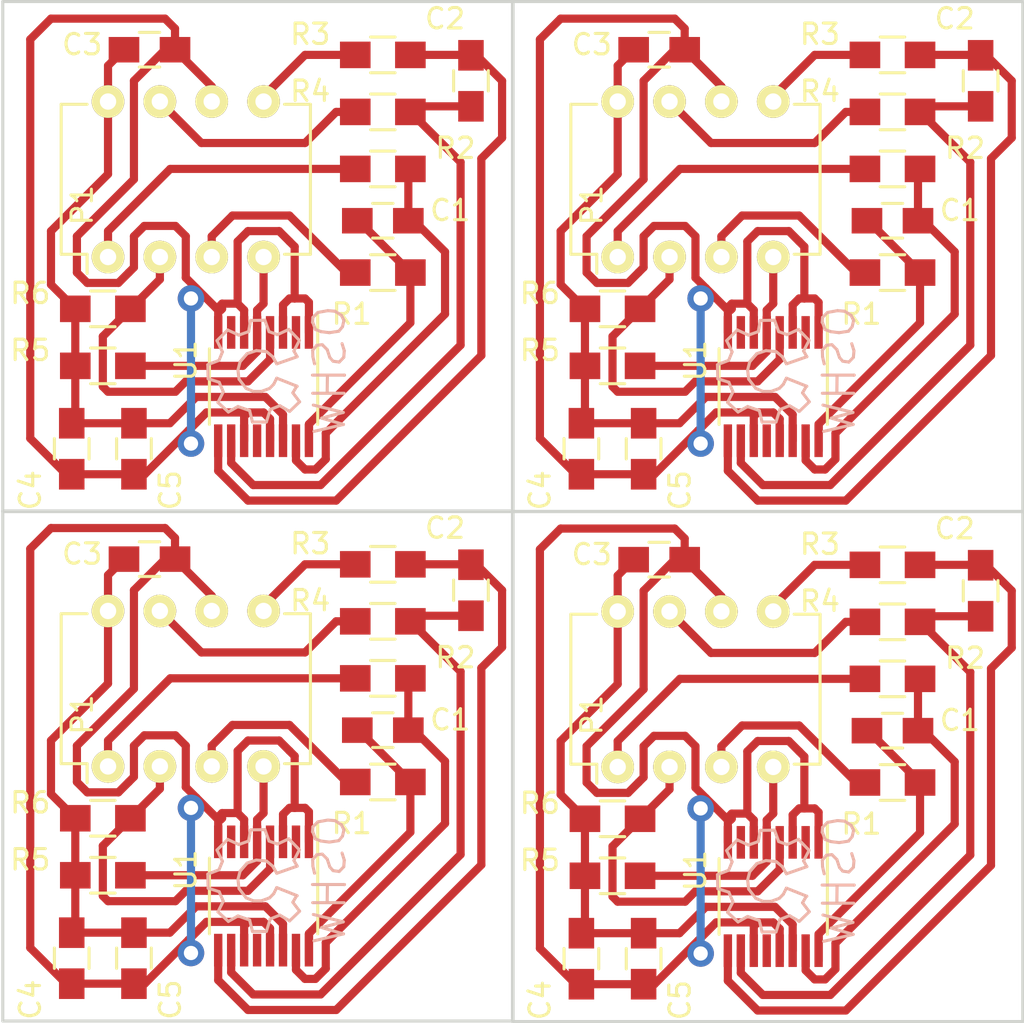
<source format=kicad_pcb>
(kicad_pcb (version 4) (host pcbnew 0.201603210401+6634~43~ubuntu14.04.1-product)

  (general
    (links 77)
    (no_connects 15)
    (area 99.788857 99.863 125.080572 125.12819)
    (thickness 1.6)
    (drawings 16)
    (tracks 592)
    (zones 0)
    (modules 56)
    (nets 16)
  )

  (page A4)
  (layers
    (0 F.Cu signal)
    (31 B.Cu signal)
    (32 B.Adhes user)
    (33 F.Adhes user)
    (34 B.Paste user)
    (35 F.Paste user)
    (36 B.SilkS user)
    (37 F.SilkS user)
    (38 B.Mask user)
    (39 F.Mask user)
    (40 Dwgs.User user)
    (41 Cmts.User user)
    (42 Eco1.User user)
    (43 Eco2.User user)
    (44 Edge.Cuts user)
    (45 Margin user)
    (46 B.CrtYd user)
    (47 F.CrtYd user)
    (48 B.Fab user)
    (49 F.Fab user)
  )

  (setup
    (last_trace_width 0.4)
    (trace_clearance 0.2)
    (zone_clearance 0.508)
    (zone_45_only no)
    (trace_min 0.2)
    (segment_width 0.2)
    (edge_width 0.15)
    (via_size 1.3)
    (via_drill 0.7)
    (via_min_size 0.4)
    (via_min_drill 0.3)
    (uvia_size 0.3)
    (uvia_drill 0.1)
    (uvias_allowed no)
    (uvia_min_size 0.2)
    (uvia_min_drill 0.1)
    (pcb_text_width 0.3)
    (pcb_text_size 1.5 1.5)
    (mod_edge_width 0.15)
    (mod_text_size 1 1)
    (mod_text_width 0.15)
    (pad_size 1.524 1.524)
    (pad_drill 0.762)
    (pad_to_mask_clearance 0.2)
    (aux_axis_origin 0 0)
    (visible_elements FFFFFF7F)
    (pcbplotparams
      (layerselection 0x010f0_ffffffff)
      (usegerberextensions true)
      (excludeedgelayer true)
      (linewidth 0.100000)
      (plotframeref false)
      (viasonmask false)
      (mode 1)
      (useauxorigin false)
      (hpglpennumber 1)
      (hpglpenspeed 20)
      (hpglpendiameter 15)
      (psnegative false)
      (psa4output false)
      (plotreference true)
      (plotvalue true)
      (plotinvisibletext false)
      (padsonsilk false)
      (subtractmaskfromsilk false)
      (outputformat 1)
      (mirror false)
      (drillshape 0)
      (scaleselection 1)
      (outputdirectory gerber/))
  )

  (net 0 "")
  (net 1 /in1-)
  (net 2 /in1+)
  (net 3 /in2-)
  (net 4 /in2+)
  (net 5 /+5v)
  (net 6 /gnd)
  (net 7 /vr1-)
  (net 8 /out1)
  (net 9 /vr1+)
  (net 10 /out2)
  (net 11 /vr2+)
  (net 12 /vr2-)
  (net 13 "Net-(U1-Pad2)")
  (net 14 "Net-(U1-Pad7)")
  (net 15 "Net-(U1-Pad12)")

  (net_class Default "This is the default net class."
    (clearance 0.2)
    (trace_width 0.4)
    (via_dia 1.3)
    (via_drill 0.7)
    (uvia_dia 0.3)
    (uvia_drill 0.1)
    (add_net /+5v)
    (add_net /gnd)
    (add_net /in1+)
    (add_net /in1-)
    (add_net /in2+)
    (add_net /in2-)
    (add_net /out1)
    (add_net /out2)
    (add_net /vr1+)
    (add_net /vr1-)
    (add_net /vr2+)
    (add_net /vr2-)
    (add_net "Net-(U1-Pad12)")
    (add_net "Net-(U1-Pad2)")
    (add_net "Net-(U1-Pad7)")
  )

  (module Symbols:Symbol_OSHW-Logo_SilkScreen (layer B.Cu) (tedit 56F9623C) (tstamp 56F96AE9)
    (at 112.522 143.0782 270)
    (descr "Symbol, OSHW-Logo, Silk Screen,")
    (tags "Symbol, OSHW-Logo, Silk Screen,")
    (fp_text reference REF** (at 0.09906 4.38912 270) (layer B.SilkS) hide
      (effects (font (size 1 1) (thickness 0.15)) (justify mirror))
    )
    (fp_text value "github mumme74" (at -1.27 -7.874 450) (layer B.Fab)
      (effects (font (size 1 1) (thickness 0.15)) (justify mirror))
    )
    (fp_line (start 1.66878 -2.68986) (end 2.02946 -4.16052) (layer B.SilkS) (width 0.15))
    (fp_line (start 2.02946 -4.16052) (end 2.30886 -3.0988) (layer B.SilkS) (width 0.15))
    (fp_line (start 2.30886 -3.0988) (end 2.61874 -4.17068) (layer B.SilkS) (width 0.15))
    (fp_line (start 2.61874 -4.17068) (end 2.9591 -2.72034) (layer B.SilkS) (width 0.15))
    (fp_line (start 0.24892 -3.38074) (end 1.03886 -3.37058) (layer B.SilkS) (width 0.15))
    (fp_line (start 1.03886 -3.37058) (end 1.04902 -3.38074) (layer B.SilkS) (width 0.15))
    (fp_line (start 1.04902 -3.38074) (end 1.04902 -3.37058) (layer B.SilkS) (width 0.15))
    (fp_line (start 1.08966 -2.65938) (end 1.08966 -4.20116) (layer B.SilkS) (width 0.15))
    (fp_line (start 0.20066 -2.64922) (end 0.20066 -4.21894) (layer B.SilkS) (width 0.15))
    (fp_line (start 0.20066 -4.21894) (end 0.21082 -4.20878) (layer B.SilkS) (width 0.15))
    (fp_line (start -0.35052 -2.75082) (end -0.70104 -2.66954) (layer B.SilkS) (width 0.15))
    (fp_line (start -0.70104 -2.66954) (end -1.02108 -2.65938) (layer B.SilkS) (width 0.15))
    (fp_line (start -1.02108 -2.65938) (end -1.25984 -2.86004) (layer B.SilkS) (width 0.15))
    (fp_line (start -1.25984 -2.86004) (end -1.29032 -3.12928) (layer B.SilkS) (width 0.15))
    (fp_line (start -1.29032 -3.12928) (end -1.04902 -3.37058) (layer B.SilkS) (width 0.15))
    (fp_line (start -1.04902 -3.37058) (end -0.6604 -3.50012) (layer B.SilkS) (width 0.15))
    (fp_line (start -0.6604 -3.50012) (end -0.48006 -3.66014) (layer B.SilkS) (width 0.15))
    (fp_line (start -0.48006 -3.66014) (end -0.43942 -3.95986) (layer B.SilkS) (width 0.15))
    (fp_line (start -0.43942 -3.95986) (end -0.67056 -4.18084) (layer B.SilkS) (width 0.15))
    (fp_line (start -0.67056 -4.18084) (end -0.9906 -4.20878) (layer B.SilkS) (width 0.15))
    (fp_line (start -0.9906 -4.20878) (end -1.34112 -4.09956) (layer B.SilkS) (width 0.15))
    (fp_line (start -2.37998 -2.64922) (end -2.6289 -2.66954) (layer B.SilkS) (width 0.15))
    (fp_line (start -2.6289 -2.66954) (end -2.8702 -2.91084) (layer B.SilkS) (width 0.15))
    (fp_line (start -2.8702 -2.91084) (end -2.9591 -3.40106) (layer B.SilkS) (width 0.15))
    (fp_line (start -2.9591 -3.40106) (end -2.93116 -3.74904) (layer B.SilkS) (width 0.15))
    (fp_line (start -2.93116 -3.74904) (end -2.7305 -4.06908) (layer B.SilkS) (width 0.15))
    (fp_line (start -2.7305 -4.06908) (end -2.47904 -4.191) (layer B.SilkS) (width 0.15))
    (fp_line (start -2.47904 -4.191) (end -2.16916 -4.11988) (layer B.SilkS) (width 0.15))
    (fp_line (start -2.16916 -4.11988) (end -1.95072 -3.93954) (layer B.SilkS) (width 0.15))
    (fp_line (start -1.95072 -3.93954) (end -1.8796 -3.4798) (layer B.SilkS) (width 0.15))
    (fp_line (start -1.8796 -3.4798) (end -1.9304 -3.07086) (layer B.SilkS) (width 0.15))
    (fp_line (start -1.9304 -3.07086) (end -2.03962 -2.78892) (layer B.SilkS) (width 0.15))
    (fp_line (start -2.03962 -2.78892) (end -2.4003 -2.65938) (layer B.SilkS) (width 0.15))
    (fp_line (start -1.78054 -0.92964) (end -2.03962 -1.49098) (layer B.SilkS) (width 0.15))
    (fp_line (start -2.03962 -1.49098) (end -1.50114 -2.00914) (layer B.SilkS) (width 0.15))
    (fp_line (start -1.50114 -2.00914) (end -0.98044 -1.7399) (layer B.SilkS) (width 0.15))
    (fp_line (start -0.98044 -1.7399) (end -0.70104 -1.89992) (layer B.SilkS) (width 0.15))
    (fp_line (start 0.73914 -1.8796) (end 1.06934 -1.6891) (layer B.SilkS) (width 0.15))
    (fp_line (start 1.06934 -1.6891) (end 1.50876 -2.0193) (layer B.SilkS) (width 0.15))
    (fp_line (start 1.50876 -2.0193) (end 1.9812 -1.52908) (layer B.SilkS) (width 0.15))
    (fp_line (start 1.9812 -1.52908) (end 1.69926 -1.04902) (layer B.SilkS) (width 0.15))
    (fp_line (start 1.69926 -1.04902) (end 1.88976 -0.57912) (layer B.SilkS) (width 0.15))
    (fp_line (start 1.88976 -0.57912) (end 2.49936 -0.39116) (layer B.SilkS) (width 0.15))
    (fp_line (start 2.49936 -0.39116) (end 2.49936 0.28956) (layer B.SilkS) (width 0.15))
    (fp_line (start 2.49936 0.28956) (end 1.94056 0.42926) (layer B.SilkS) (width 0.15))
    (fp_line (start 1.94056 0.42926) (end 1.7399 1.00076) (layer B.SilkS) (width 0.15))
    (fp_line (start 1.7399 1.00076) (end 2.00914 1.47066) (layer B.SilkS) (width 0.15))
    (fp_line (start 2.00914 1.47066) (end 1.53924 1.9812) (layer B.SilkS) (width 0.15))
    (fp_line (start 1.53924 1.9812) (end 1.02108 1.71958) (layer B.SilkS) (width 0.15))
    (fp_line (start 1.02108 1.71958) (end 0.55118 1.92024) (layer B.SilkS) (width 0.15))
    (fp_line (start 0.55118 1.92024) (end 0.381 2.46126) (layer B.SilkS) (width 0.15))
    (fp_line (start 0.381 2.46126) (end -0.30988 2.47904) (layer B.SilkS) (width 0.15))
    (fp_line (start -0.30988 2.47904) (end -0.5207 1.9304) (layer B.SilkS) (width 0.15))
    (fp_line (start -0.5207 1.9304) (end -0.9398 1.76022) (layer B.SilkS) (width 0.15))
    (fp_line (start -0.9398 1.76022) (end -1.49098 2.02946) (layer B.SilkS) (width 0.15))
    (fp_line (start -1.49098 2.02946) (end -2.00914 1.50114) (layer B.SilkS) (width 0.15))
    (fp_line (start -2.00914 1.50114) (end -1.76022 0.96012) (layer B.SilkS) (width 0.15))
    (fp_line (start -1.76022 0.96012) (end -1.9304 0.48006) (layer B.SilkS) (width 0.15))
    (fp_line (start -1.9304 0.48006) (end -2.47904 0.381) (layer B.SilkS) (width 0.15))
    (fp_line (start -2.47904 0.381) (end -2.4892 -0.32004) (layer B.SilkS) (width 0.15))
    (fp_line (start -2.4892 -0.32004) (end -1.9304 -0.5207) (layer B.SilkS) (width 0.15))
    (fp_line (start -1.9304 -0.5207) (end -1.7907 -0.91948) (layer B.SilkS) (width 0.15))
    (fp_line (start 0.35052 -0.89916) (end 0.65024 -0.7493) (layer B.SilkS) (width 0.15))
    (fp_line (start 0.65024 -0.7493) (end 0.8509 -0.55118) (layer B.SilkS) (width 0.15))
    (fp_line (start 0.8509 -0.55118) (end 1.00076 -0.14986) (layer B.SilkS) (width 0.15))
    (fp_line (start 1.00076 -0.14986) (end 1.00076 0.24892) (layer B.SilkS) (width 0.15))
    (fp_line (start 1.00076 0.24892) (end 0.8509 0.59944) (layer B.SilkS) (width 0.15))
    (fp_line (start 0.8509 0.59944) (end 0.39878 0.94996) (layer B.SilkS) (width 0.15))
    (fp_line (start 0.39878 0.94996) (end -0.0508 1.00076) (layer B.SilkS) (width 0.15))
    (fp_line (start -0.0508 1.00076) (end -0.44958 0.89916) (layer B.SilkS) (width 0.15))
    (fp_line (start -0.44958 0.89916) (end -0.8509 0.55118) (layer B.SilkS) (width 0.15))
    (fp_line (start -0.8509 0.55118) (end -1.00076 0.09906) (layer B.SilkS) (width 0.15))
    (fp_line (start -1.00076 0.09906) (end -0.94996 -0.39878) (layer B.SilkS) (width 0.15))
    (fp_line (start -0.94996 -0.39878) (end -0.70104 -0.70104) (layer B.SilkS) (width 0.15))
    (fp_line (start -0.70104 -0.70104) (end -0.35052 -0.89916) (layer B.SilkS) (width 0.15))
    (fp_line (start -0.35052 -0.89916) (end -0.70104 -1.89992) (layer B.SilkS) (width 0.15))
    (fp_line (start 0.35052 -0.89916) (end 0.7493 -1.89992) (layer B.SilkS) (width 0.15))
  )

  (module Housings_SSOP:QSOP-16_3.9x4.9mm_Pitch0.635mm (layer F.Cu) (tedit 56F9619A) (tstamp 56F96AD0)
    (at 112.776 143.8402 270)
    (descr "16-Lead Plastic Shrink Small Outline Narrow Body (QR)-.150\" Body [QSOP] (see Microchip Packaging Specification 00000049BS.pdf)")
    (tags "SSOP 0.635")
    (path /56923B6E)
    (attr smd)
    (fp_text reference U1 (at -1.27 3.81 270) (layer F.SilkS)
      (effects (font (size 1 1) (thickness 0.15)))
    )
    (fp_text value MAX9926 (at 0.508 -3.81 270) (layer F.Fab)
      (effects (font (size 1 1) (thickness 0.15)))
    )
    (fp_line (start -3.7 -2.75) (end -3.7 2.75) (layer F.CrtYd) (width 0.05))
    (fp_line (start 3.7 -2.75) (end 3.7 2.75) (layer F.CrtYd) (width 0.05))
    (fp_line (start -3.7 -2.75) (end 3.7 -2.75) (layer F.CrtYd) (width 0.05))
    (fp_line (start -3.7 2.75) (end 3.7 2.75) (layer F.CrtYd) (width 0.05))
    (fp_line (start -1.8543 2.6525) (end 1.8543 2.6525) (layer F.SilkS) (width 0.15))
    (fp_line (start -3.5293 -2.6525) (end 1.8543 -2.6525) (layer F.SilkS) (width 0.15))
    (pad 1 smd rect (at -2.6543 -2.2225 270) (size 1.6 0.41) (layers F.Cu F.Paste F.Mask)
      (net 6 /gnd))
    (pad 2 smd rect (at -2.6543 -1.5875 270) (size 1.6 0.41) (layers F.Cu F.Paste F.Mask)
      (net 13 "Net-(U1-Pad2)"))
    (pad 3 smd rect (at -2.6543 -0.9525 270) (size 1.6 0.41) (layers F.Cu F.Paste F.Mask)
      (net 6 /gnd))
    (pad 4 smd rect (at -2.6543 -0.3175 270) (size 1.6 0.41) (layers F.Cu F.Paste F.Mask)
      (net 8 /out1))
    (pad 5 smd rect (at -2.6543 0.3175 270) (size 1.6 0.41) (layers F.Cu F.Paste F.Mask)
      (net 10 /out2))
    (pad 6 smd rect (at -2.6543 0.9525 270) (size 1.6 0.41) (layers F.Cu F.Paste F.Mask)
      (net 6 /gnd))
    (pad 7 smd rect (at -2.6543 1.5875 270) (size 1.6 0.41) (layers F.Cu F.Paste F.Mask)
      (net 14 "Net-(U1-Pad7)"))
    (pad 8 smd rect (at -2.6543 2.2225 270) (size 1.6 0.41) (layers F.Cu F.Paste F.Mask)
      (net 6 /gnd))
    (pad 9 smd rect (at 2.6543 2.2225 270) (size 1.6 0.41) (layers F.Cu F.Paste F.Mask)
      (net 4 /in2+))
    (pad 10 smd rect (at 2.6543 1.5875 270) (size 1.6 0.41) (layers F.Cu F.Paste F.Mask)
      (net 3 /in2-))
    (pad 11 smd rect (at 2.6543 0.9525 270) (size 1.6 0.41) (layers F.Cu F.Paste F.Mask)
      (net 6 /gnd))
    (pad 12 smd rect (at 2.6543 0.3175 270) (size 1.6 0.41) (layers F.Cu F.Paste F.Mask)
      (net 15 "Net-(U1-Pad12)"))
    (pad 13 smd rect (at 2.6543 -0.3175 270) (size 1.6 0.41) (layers F.Cu F.Paste F.Mask)
      (net 6 /gnd))
    (pad 14 smd rect (at 2.6543 -0.9525 270) (size 1.6 0.41) (layers F.Cu F.Paste F.Mask)
      (net 5 /+5v))
    (pad 15 smd rect (at 2.6543 -1.5875 270) (size 1.6 0.41) (layers F.Cu F.Paste F.Mask)
      (net 1 /in1-))
    (pad 16 smd rect (at 2.6543 -2.2225 270) (size 1.6 0.41) (layers F.Cu F.Paste F.Mask)
      (net 2 /in1+))
    (model Housings_SSOP.3dshapes/QSOP-16_3.9x4.9mm_Pitch0.635mm.wrl
      (at (xyz 0 0 0))
      (scale (xyz 1 1 1))
      (rotate (xyz 0 0 0))
    )
  )

  (module Capacitors_SMD:C_0805_HandSoldering (layer F.Cu) (tedit 56F961A0) (tstamp 56F96AC5)
    (at 106.426 146.8882 270)
    (descr "Capacitor SMD 0805, hand soldering")
    (tags "capacitor 0805")
    (path /56923EA4)
    (attr smd)
    (fp_text reference C5 (at 2.032 -1.778 270) (layer F.SilkS)
      (effects (font (size 1 1) (thickness 0.15)))
    )
    (fp_text value 10n (at -1.778 -1.778 270) (layer F.Fab)
      (effects (font (size 1 1) (thickness 0.15)))
    )
    (fp_line (start -2.3 -1) (end 2.3 -1) (layer F.CrtYd) (width 0.05))
    (fp_line (start -2.3 1) (end 2.3 1) (layer F.CrtYd) (width 0.05))
    (fp_line (start -2.3 -1) (end -2.3 1) (layer F.CrtYd) (width 0.05))
    (fp_line (start 2.3 -1) (end 2.3 1) (layer F.CrtYd) (width 0.05))
    (fp_line (start 0.5 -0.85) (end -0.5 -0.85) (layer F.SilkS) (width 0.15))
    (fp_line (start -0.5 0.85) (end 0.5 0.85) (layer F.SilkS) (width 0.15))
    (pad 1 smd rect (at -1.25 0 270) (size 1.5 1.25) (layers F.Cu F.Paste F.Mask)
      (net 5 /+5v))
    (pad 2 smd rect (at 1.25 0 270) (size 1.5 1.25) (layers F.Cu F.Paste F.Mask)
      (net 6 /gnd))
    (model Capacitors_SMD.3dshapes/C_0805_HandSoldering.wrl
      (at (xyz 0 0 0))
      (scale (xyz 1 1 1))
      (rotate (xyz 0 0 0))
    )
  )

  (module Resistors_SMD:R_0805_HandSoldering (layer F.Cu) (tedit 56F9616C) (tstamp 56F96ABA)
    (at 104.902 142.8242)
    (descr "Resistor SMD 0805, hand soldering")
    (tags "resistor 0805")
    (path /56923D7B)
    (attr smd)
    (fp_text reference R5 (at -3.556 -0.762) (layer F.SilkS)
      (effects (font (size 1 1) (thickness 0.15)))
    )
    (fp_text value 10k (at -3.556 -2.286) (layer F.Fab)
      (effects (font (size 1 1) (thickness 0.15)))
    )
    (fp_line (start -2.4 -1) (end 2.4 -1) (layer F.CrtYd) (width 0.05))
    (fp_line (start -2.4 1) (end 2.4 1) (layer F.CrtYd) (width 0.05))
    (fp_line (start -2.4 -1) (end -2.4 1) (layer F.CrtYd) (width 0.05))
    (fp_line (start 2.4 -1) (end 2.4 1) (layer F.CrtYd) (width 0.05))
    (fp_line (start 0.6 0.875) (end -0.6 0.875) (layer F.SilkS) (width 0.15))
    (fp_line (start -0.6 -0.875) (end 0.6 -0.875) (layer F.SilkS) (width 0.15))
    (pad 1 smd rect (at -1.35 0) (size 1.5 1.3) (layers F.Cu F.Paste F.Mask)
      (net 5 /+5v))
    (pad 2 smd rect (at 1.35 0) (size 1.5 1.3) (layers F.Cu F.Paste F.Mask)
      (net 10 /out2))
    (model Resistors_SMD.3dshapes/R_0805_HandSoldering.wrl
      (at (xyz 0 0 0))
      (scale (xyz 1 1 1))
      (rotate (xyz 0 0 0))
    )
  )

  (module Resistors_SMD:R_0805_HandSoldering (layer F.Cu) (tedit 56F96173) (tstamp 56F96AAF)
    (at 104.902 140.0302)
    (descr "Resistor SMD 0805, hand soldering")
    (tags "resistor 0805")
    (path /56923D44)
    (attr smd)
    (fp_text reference R6 (at -3.556 -0.762) (layer F.SilkS)
      (effects (font (size 1 1) (thickness 0.15)))
    )
    (fp_text value 10k (at -3.556 3.048) (layer F.Fab)
      (effects (font (size 1 1) (thickness 0.15)))
    )
    (fp_line (start -2.4 -1) (end 2.4 -1) (layer F.CrtYd) (width 0.05))
    (fp_line (start -2.4 1) (end 2.4 1) (layer F.CrtYd) (width 0.05))
    (fp_line (start -2.4 -1) (end -2.4 1) (layer F.CrtYd) (width 0.05))
    (fp_line (start 2.4 -1) (end 2.4 1) (layer F.CrtYd) (width 0.05))
    (fp_line (start 0.6 0.875) (end -0.6 0.875) (layer F.SilkS) (width 0.15))
    (fp_line (start -0.6 -0.875) (end 0.6 -0.875) (layer F.SilkS) (width 0.15))
    (pad 1 smd rect (at -1.35 0) (size 1.5 1.3) (layers F.Cu F.Paste F.Mask)
      (net 5 /+5v))
    (pad 2 smd rect (at 1.35 0) (size 1.5 1.3) (layers F.Cu F.Paste F.Mask)
      (net 8 /out1))
    (model Resistors_SMD.3dshapes/R_0805_HandSoldering.wrl
      (at (xyz 0 0 0))
      (scale (xyz 1 1 1))
      (rotate (xyz 0 0 0))
    )
  )

  (module Capacitors_SMD:C_0805_HandSoldering (layer F.Cu) (tedit 56F9617C) (tstamp 56F96AA4)
    (at 103.378 146.8882 270)
    (descr "Capacitor SMD 0805, hand soldering")
    (tags "capacitor 0805")
    (path /56923E71)
    (attr smd)
    (fp_text reference C4 (at 2.032 2.032 270) (layer F.SilkS)
      (effects (font (size 1 1) (thickness 0.15)))
    )
    (fp_text value 0.1u (at -0.762 2.032 270) (layer F.Fab)
      (effects (font (size 1 1) (thickness 0.15)))
    )
    (fp_line (start -2.3 -1) (end 2.3 -1) (layer F.CrtYd) (width 0.05))
    (fp_line (start -2.3 1) (end 2.3 1) (layer F.CrtYd) (width 0.05))
    (fp_line (start -2.3 -1) (end -2.3 1) (layer F.CrtYd) (width 0.05))
    (fp_line (start 2.3 -1) (end 2.3 1) (layer F.CrtYd) (width 0.05))
    (fp_line (start 0.5 -0.85) (end -0.5 -0.85) (layer F.SilkS) (width 0.15))
    (fp_line (start -0.5 0.85) (end 0.5 0.85) (layer F.SilkS) (width 0.15))
    (pad 1 smd rect (at -1.25 0 270) (size 1.5 1.25) (layers F.Cu F.Paste F.Mask)
      (net 5 /+5v))
    (pad 2 smd rect (at 1.25 0 270) (size 1.5 1.25) (layers F.Cu F.Paste F.Mask)
      (net 6 /gnd))
    (model Capacitors_SMD.3dshapes/C_0805_HandSoldering.wrl
      (at (xyz 0 0 0))
      (scale (xyz 1 1 1))
      (rotate (xyz 0 0 0))
    )
  )

  (module Housings_DIP:DIP-8_W7.62mm (layer F.Cu) (tedit 56925C95) (tstamp 56F96A8E)
    (at 105.156 137.4902 90)
    (descr "8-lead dip package, row spacing 7.62 mm (300 mils)")
    (tags "dil dip 2.54 300")
    (path /56923C99)
    (fp_text reference P1 (at 2.54 -1.27 90) (layer F.SilkS)
      (effects (font (size 1 1) (thickness 0.15)))
    )
    (fp_text value dil8 (at 0 -3.72 90) (layer F.Fab) hide
      (effects (font (size 1 1) (thickness 0.15)))
    )
    (fp_line (start -1.05 -2.45) (end -1.05 10.1) (layer F.CrtYd) (width 0.05))
    (fp_line (start 8.65 -2.45) (end 8.65 10.1) (layer F.CrtYd) (width 0.05))
    (fp_line (start -1.05 -2.45) (end 8.65 -2.45) (layer F.CrtYd) (width 0.05))
    (fp_line (start -1.05 10.1) (end 8.65 10.1) (layer F.CrtYd) (width 0.05))
    (fp_line (start 0.135 -2.295) (end 0.135 -1.025) (layer F.SilkS) (width 0.15))
    (fp_line (start 7.485 -2.295) (end 7.485 -1.025) (layer F.SilkS) (width 0.15))
    (fp_line (start 7.485 9.915) (end 7.485 8.645) (layer F.SilkS) (width 0.15))
    (fp_line (start 0.135 9.915) (end 0.135 8.645) (layer F.SilkS) (width 0.15))
    (fp_line (start 0.135 -2.295) (end 7.485 -2.295) (layer F.SilkS) (width 0.15))
    (fp_line (start 0.135 9.915) (end 7.485 9.915) (layer F.SilkS) (width 0.15))
    (fp_line (start 0.135 -1.025) (end -0.8 -1.025) (layer F.SilkS) (width 0.15))
    (pad 1 thru_hole oval (at 0 0 90) (size 1.6 1.6) (drill 0.8) (layers *.Cu *.Mask F.SilkS)
      (net 7 /vr1-))
    (pad 2 thru_hole oval (at 0 2.54 90) (size 1.6 1.6) (drill 0.8) (layers *.Cu *.Mask F.SilkS)
      (net 8 /out1))
    (pad 3 thru_hole oval (at 0 5.08 90) (size 1.6 1.6) (drill 0.8) (layers *.Cu *.Mask F.SilkS)
      (net 9 /vr1+))
    (pad 4 thru_hole oval (at 0 7.62 90) (size 1.6 1.6) (drill 0.8) (layers *.Cu *.Mask F.SilkS)
      (net 10 /out2))
    (pad 5 thru_hole oval (at 7.62 7.62 90) (size 1.6 1.6) (drill 0.8) (layers *.Cu *.Mask F.SilkS)
      (net 11 /vr2+))
    (pad 6 thru_hole oval (at 7.62 5.08 90) (size 1.6 1.6) (drill 0.8) (layers *.Cu *.Mask F.SilkS)
      (net 6 /gnd))
    (pad 7 thru_hole oval (at 7.62 2.54 90) (size 1.6 1.6) (drill 0.8) (layers *.Cu *.Mask F.SilkS)
      (net 12 /vr2-))
    (pad 8 thru_hole oval (at 7.62 0 90) (size 1.6 1.6) (drill 0.8) (layers *.Cu *.Mask F.SilkS)
      (net 5 /+5v))
    (model Housings_DIP.3dshapes/DIP-8_W7.62mm.wrl
      (at (xyz 0 0 0))
      (scale (xyz 1 1 1))
      (rotate (xyz 0 0 0))
    )
  )

  (module Capacitors_SMD:C_0805_HandSoldering (layer F.Cu) (tedit 56F960D0) (tstamp 56F96A83)
    (at 122.936 128.8542 90)
    (descr "Capacitor SMD 0805, hand soldering")
    (tags "capacitor 0805")
    (path /56924416)
    (attr smd)
    (fp_text reference C2 (at 3.048 -1.27 180) (layer F.SilkS)
      (effects (font (size 1 1) (thickness 0.15)))
    )
    (fp_text value 1n (at 3.048 1.016 180) (layer F.Fab)
      (effects (font (size 1 1) (thickness 0.15)))
    )
    (fp_line (start -2.3 -1) (end 2.3 -1) (layer F.CrtYd) (width 0.05))
    (fp_line (start -2.3 1) (end 2.3 1) (layer F.CrtYd) (width 0.05))
    (fp_line (start -2.3 -1) (end -2.3 1) (layer F.CrtYd) (width 0.05))
    (fp_line (start 2.3 -1) (end 2.3 1) (layer F.CrtYd) (width 0.05))
    (fp_line (start 0.5 -0.85) (end -0.5 -0.85) (layer F.SilkS) (width 0.15))
    (fp_line (start -0.5 0.85) (end 0.5 0.85) (layer F.SilkS) (width 0.15))
    (pad 1 smd rect (at -1.25 0 90) (size 1.5 1.25) (layers F.Cu F.Paste F.Mask)
      (net 3 /in2-))
    (pad 2 smd rect (at 1.25 0 90) (size 1.5 1.25) (layers F.Cu F.Paste F.Mask)
      (net 4 /in2+))
    (model Capacitors_SMD.3dshapes/C_0805_HandSoldering.wrl
      (at (xyz 0 0 0))
      (scale (xyz 1 1 1))
      (rotate (xyz 0 0 0))
    )
  )

  (module Capacitors_SMD:C_0805_HandSoldering (layer F.Cu) (tedit 56F960E4) (tstamp 56F96A78)
    (at 107.188 127.3302)
    (descr "Capacitor SMD 0805, hand soldering")
    (tags "capacitor 0805")
    (path /56923E34)
    (attr smd)
    (fp_text reference C3 (at -3.302 -0.254) (layer F.SilkS)
      (effects (font (size 1 1) (thickness 0.15)))
    )
    (fp_text value 1u (at 3.302 -0.254) (layer F.Fab)
      (effects (font (size 1 1) (thickness 0.15)))
    )
    (fp_line (start -2.3 -1) (end 2.3 -1) (layer F.CrtYd) (width 0.05))
    (fp_line (start -2.3 1) (end 2.3 1) (layer F.CrtYd) (width 0.05))
    (fp_line (start -2.3 -1) (end -2.3 1) (layer F.CrtYd) (width 0.05))
    (fp_line (start 2.3 -1) (end 2.3 1) (layer F.CrtYd) (width 0.05))
    (fp_line (start 0.5 -0.85) (end -0.5 -0.85) (layer F.SilkS) (width 0.15))
    (fp_line (start -0.5 0.85) (end 0.5 0.85) (layer F.SilkS) (width 0.15))
    (pad 1 smd rect (at -1.25 0) (size 1.5 1.25) (layers F.Cu F.Paste F.Mask)
      (net 5 /+5v))
    (pad 2 smd rect (at 1.25 0) (size 1.5 1.25) (layers F.Cu F.Paste F.Mask)
      (net 6 /gnd))
    (model Capacitors_SMD.3dshapes/C_0805_HandSoldering.wrl
      (at (xyz 0 0 0))
      (scale (xyz 1 1 1))
      (rotate (xyz 0 0 0))
    )
  )

  (module Resistors_SMD:R_0805_HandSoldering (layer F.Cu) (tedit 56F96097) (tstamp 56F96A6D)
    (at 118.618 138.2522)
    (descr "Resistor SMD 0805, hand soldering")
    (tags "resistor 0805")
    (path /5692426E)
    (attr smd)
    (fp_text reference R1 (at -1.524 2.032) (layer F.SilkS)
      (effects (font (size 1 1) (thickness 0.15)))
    )
    (fp_text value 10k (at 1.524 2.032) (layer F.Fab)
      (effects (font (size 1 1) (thickness 0.15)))
    )
    (fp_line (start -2.4 -1) (end 2.4 -1) (layer F.CrtYd) (width 0.05))
    (fp_line (start -2.4 1) (end 2.4 1) (layer F.CrtYd) (width 0.05))
    (fp_line (start -2.4 -1) (end -2.4 1) (layer F.CrtYd) (width 0.05))
    (fp_line (start 2.4 -1) (end 2.4 1) (layer F.CrtYd) (width 0.05))
    (fp_line (start 0.6 0.875) (end -0.6 0.875) (layer F.SilkS) (width 0.15))
    (fp_line (start -0.6 -0.875) (end 0.6 -0.875) (layer F.SilkS) (width 0.15))
    (pad 1 smd rect (at -1.35 0) (size 1.5 1.3) (layers F.Cu F.Paste F.Mask)
      (net 9 /vr1+))
    (pad 2 smd rect (at 1.35 0) (size 1.5 1.3) (layers F.Cu F.Paste F.Mask)
      (net 2 /in1+))
    (model Resistors_SMD.3dshapes/R_0805_HandSoldering.wrl
      (at (xyz 0 0 0))
      (scale (xyz 1 1 1))
      (rotate (xyz 0 0 0))
    )
  )

  (module Resistors_SMD:R_0805_HandSoldering (layer F.Cu) (tedit 56F960BE) (tstamp 56F96A62)
    (at 118.618 133.1722)
    (descr "Resistor SMD 0805, hand soldering")
    (tags "resistor 0805")
    (path /56924341)
    (attr smd)
    (fp_text reference R2 (at 3.556 -1.016) (layer F.SilkS)
      (effects (font (size 1 1) (thickness 0.15)))
    )
    (fp_text value 10k (at 3.81 0.508) (layer F.Fab)
      (effects (font (size 1 1) (thickness 0.15)))
    )
    (fp_line (start -2.4 -1) (end 2.4 -1) (layer F.CrtYd) (width 0.05))
    (fp_line (start -2.4 1) (end 2.4 1) (layer F.CrtYd) (width 0.05))
    (fp_line (start -2.4 -1) (end -2.4 1) (layer F.CrtYd) (width 0.05))
    (fp_line (start 2.4 -1) (end 2.4 1) (layer F.CrtYd) (width 0.05))
    (fp_line (start 0.6 0.875) (end -0.6 0.875) (layer F.SilkS) (width 0.15))
    (fp_line (start -0.6 -0.875) (end 0.6 -0.875) (layer F.SilkS) (width 0.15))
    (pad 1 smd rect (at -1.35 0) (size 1.5 1.3) (layers F.Cu F.Paste F.Mask)
      (net 7 /vr1-))
    (pad 2 smd rect (at 1.35 0) (size 1.5 1.3) (layers F.Cu F.Paste F.Mask)
      (net 1 /in1-))
    (model Resistors_SMD.3dshapes/R_0805_HandSoldering.wrl
      (at (xyz 0 0 0))
      (scale (xyz 1 1 1))
      (rotate (xyz 0 0 0))
    )
  )

  (module Resistors_SMD:R_0805_HandSoldering (layer F.Cu) (tedit 56F960EE) (tstamp 56F96A57)
    (at 118.618 127.5842)
    (descr "Resistor SMD 0805, hand soldering")
    (tags "resistor 0805")
    (path /569243AE)
    (attr smd)
    (fp_text reference R3 (at -3.556 -1.016) (layer F.SilkS)
      (effects (font (size 1 1) (thickness 0.15)))
    )
    (fp_text value 10k (at -0.508 -1.778) (layer F.Fab)
      (effects (font (size 1 1) (thickness 0.15)))
    )
    (fp_line (start -2.4 -1) (end 2.4 -1) (layer F.CrtYd) (width 0.05))
    (fp_line (start -2.4 1) (end 2.4 1) (layer F.CrtYd) (width 0.05))
    (fp_line (start -2.4 -1) (end -2.4 1) (layer F.CrtYd) (width 0.05))
    (fp_line (start 2.4 -1) (end 2.4 1) (layer F.CrtYd) (width 0.05))
    (fp_line (start 0.6 0.875) (end -0.6 0.875) (layer F.SilkS) (width 0.15))
    (fp_line (start -0.6 -0.875) (end 0.6 -0.875) (layer F.SilkS) (width 0.15))
    (pad 1 smd rect (at -1.35 0) (size 1.5 1.3) (layers F.Cu F.Paste F.Mask)
      (net 11 /vr2+))
    (pad 2 smd rect (at 1.35 0) (size 1.5 1.3) (layers F.Cu F.Paste F.Mask)
      (net 4 /in2+))
    (model Resistors_SMD.3dshapes/R_0805_HandSoldering.wrl
      (at (xyz 0 0 0))
      (scale (xyz 1 1 1))
      (rotate (xyz 0 0 0))
    )
  )

  (module Resistors_SMD:R_0805_HandSoldering (layer F.Cu) (tedit 56F960B8) (tstamp 56F96A4C)
    (at 118.618 130.3782)
    (descr "Resistor SMD 0805, hand soldering")
    (tags "resistor 0805")
    (path /569243DF)
    (attr smd)
    (fp_text reference R4 (at -3.556 -1.016) (layer F.SilkS)
      (effects (font (size 1 1) (thickness 0.15)))
    )
    (fp_text value 10k (at -3.81 1.016) (layer F.Fab)
      (effects (font (size 1 1) (thickness 0.15)))
    )
    (fp_line (start -2.4 -1) (end 2.4 -1) (layer F.CrtYd) (width 0.05))
    (fp_line (start -2.4 1) (end 2.4 1) (layer F.CrtYd) (width 0.05))
    (fp_line (start -2.4 -1) (end -2.4 1) (layer F.CrtYd) (width 0.05))
    (fp_line (start 2.4 -1) (end 2.4 1) (layer F.CrtYd) (width 0.05))
    (fp_line (start 0.6 0.875) (end -0.6 0.875) (layer F.SilkS) (width 0.15))
    (fp_line (start -0.6 -0.875) (end 0.6 -0.875) (layer F.SilkS) (width 0.15))
    (pad 1 smd rect (at -1.35 0) (size 1.5 1.3) (layers F.Cu F.Paste F.Mask)
      (net 12 /vr2-))
    (pad 2 smd rect (at 1.35 0) (size 1.5 1.3) (layers F.Cu F.Paste F.Mask)
      (net 3 /in2-))
    (model Resistors_SMD.3dshapes/R_0805_HandSoldering.wrl
      (at (xyz 0 0 0))
      (scale (xyz 1 1 1))
      (rotate (xyz 0 0 0))
    )
  )

  (module Capacitors_SMD:C_0805_HandSoldering (layer F.Cu) (tedit 56F96086) (tstamp 56F96A41)
    (at 118.618 135.7122 180)
    (descr "Capacitor SMD 0805, hand soldering")
    (tags "capacitor 0805")
    (path /569244D3)
    (attr smd)
    (fp_text reference C1 (at -3.302 0.508 180) (layer F.SilkS)
      (effects (font (size 1 1) (thickness 0.15)))
    )
    (fp_text value 1n (at -3.302 -0.762 180) (layer F.Fab)
      (effects (font (size 1 1) (thickness 0.15)))
    )
    (fp_line (start -2.3 -1) (end 2.3 -1) (layer F.CrtYd) (width 0.05))
    (fp_line (start -2.3 1) (end 2.3 1) (layer F.CrtYd) (width 0.05))
    (fp_line (start -2.3 -1) (end -2.3 1) (layer F.CrtYd) (width 0.05))
    (fp_line (start 2.3 -1) (end 2.3 1) (layer F.CrtYd) (width 0.05))
    (fp_line (start 0.5 -0.85) (end -0.5 -0.85) (layer F.SilkS) (width 0.15))
    (fp_line (start -0.5 0.85) (end 0.5 0.85) (layer F.SilkS) (width 0.15))
    (pad 1 smd rect (at -1.25 0 180) (size 1.5 1.25) (layers F.Cu F.Paste F.Mask)
      (net 1 /in1-))
    (pad 2 smd rect (at 1.25 0 180) (size 1.5 1.25) (layers F.Cu F.Paste F.Mask)
      (net 2 /in1+))
    (model Capacitors_SMD.3dshapes/C_0805_HandSoldering.wrl
      (at (xyz 0 0 0))
      (scale (xyz 1 1 1))
      (rotate (xyz 0 0 0))
    )
  )

  (module Symbols:Symbol_OSHW-Logo_SilkScreen (layer B.Cu) (tedit 56F9623C) (tstamp 56F96959)
    (at 137.4902 143.1036 270)
    (descr "Symbol, OSHW-Logo, Silk Screen,")
    (tags "Symbol, OSHW-Logo, Silk Screen,")
    (fp_text reference REF** (at 0.09906 4.38912 270) (layer B.SilkS) hide
      (effects (font (size 1 1) (thickness 0.15)) (justify mirror))
    )
    (fp_text value "github mumme74" (at -1.27 -7.874 450) (layer B.Fab)
      (effects (font (size 1 1) (thickness 0.15)) (justify mirror))
    )
    (fp_line (start 1.66878 -2.68986) (end 2.02946 -4.16052) (layer B.SilkS) (width 0.15))
    (fp_line (start 2.02946 -4.16052) (end 2.30886 -3.0988) (layer B.SilkS) (width 0.15))
    (fp_line (start 2.30886 -3.0988) (end 2.61874 -4.17068) (layer B.SilkS) (width 0.15))
    (fp_line (start 2.61874 -4.17068) (end 2.9591 -2.72034) (layer B.SilkS) (width 0.15))
    (fp_line (start 0.24892 -3.38074) (end 1.03886 -3.37058) (layer B.SilkS) (width 0.15))
    (fp_line (start 1.03886 -3.37058) (end 1.04902 -3.38074) (layer B.SilkS) (width 0.15))
    (fp_line (start 1.04902 -3.38074) (end 1.04902 -3.37058) (layer B.SilkS) (width 0.15))
    (fp_line (start 1.08966 -2.65938) (end 1.08966 -4.20116) (layer B.SilkS) (width 0.15))
    (fp_line (start 0.20066 -2.64922) (end 0.20066 -4.21894) (layer B.SilkS) (width 0.15))
    (fp_line (start 0.20066 -4.21894) (end 0.21082 -4.20878) (layer B.SilkS) (width 0.15))
    (fp_line (start -0.35052 -2.75082) (end -0.70104 -2.66954) (layer B.SilkS) (width 0.15))
    (fp_line (start -0.70104 -2.66954) (end -1.02108 -2.65938) (layer B.SilkS) (width 0.15))
    (fp_line (start -1.02108 -2.65938) (end -1.25984 -2.86004) (layer B.SilkS) (width 0.15))
    (fp_line (start -1.25984 -2.86004) (end -1.29032 -3.12928) (layer B.SilkS) (width 0.15))
    (fp_line (start -1.29032 -3.12928) (end -1.04902 -3.37058) (layer B.SilkS) (width 0.15))
    (fp_line (start -1.04902 -3.37058) (end -0.6604 -3.50012) (layer B.SilkS) (width 0.15))
    (fp_line (start -0.6604 -3.50012) (end -0.48006 -3.66014) (layer B.SilkS) (width 0.15))
    (fp_line (start -0.48006 -3.66014) (end -0.43942 -3.95986) (layer B.SilkS) (width 0.15))
    (fp_line (start -0.43942 -3.95986) (end -0.67056 -4.18084) (layer B.SilkS) (width 0.15))
    (fp_line (start -0.67056 -4.18084) (end -0.9906 -4.20878) (layer B.SilkS) (width 0.15))
    (fp_line (start -0.9906 -4.20878) (end -1.34112 -4.09956) (layer B.SilkS) (width 0.15))
    (fp_line (start -2.37998 -2.64922) (end -2.6289 -2.66954) (layer B.SilkS) (width 0.15))
    (fp_line (start -2.6289 -2.66954) (end -2.8702 -2.91084) (layer B.SilkS) (width 0.15))
    (fp_line (start -2.8702 -2.91084) (end -2.9591 -3.40106) (layer B.SilkS) (width 0.15))
    (fp_line (start -2.9591 -3.40106) (end -2.93116 -3.74904) (layer B.SilkS) (width 0.15))
    (fp_line (start -2.93116 -3.74904) (end -2.7305 -4.06908) (layer B.SilkS) (width 0.15))
    (fp_line (start -2.7305 -4.06908) (end -2.47904 -4.191) (layer B.SilkS) (width 0.15))
    (fp_line (start -2.47904 -4.191) (end -2.16916 -4.11988) (layer B.SilkS) (width 0.15))
    (fp_line (start -2.16916 -4.11988) (end -1.95072 -3.93954) (layer B.SilkS) (width 0.15))
    (fp_line (start -1.95072 -3.93954) (end -1.8796 -3.4798) (layer B.SilkS) (width 0.15))
    (fp_line (start -1.8796 -3.4798) (end -1.9304 -3.07086) (layer B.SilkS) (width 0.15))
    (fp_line (start -1.9304 -3.07086) (end -2.03962 -2.78892) (layer B.SilkS) (width 0.15))
    (fp_line (start -2.03962 -2.78892) (end -2.4003 -2.65938) (layer B.SilkS) (width 0.15))
    (fp_line (start -1.78054 -0.92964) (end -2.03962 -1.49098) (layer B.SilkS) (width 0.15))
    (fp_line (start -2.03962 -1.49098) (end -1.50114 -2.00914) (layer B.SilkS) (width 0.15))
    (fp_line (start -1.50114 -2.00914) (end -0.98044 -1.7399) (layer B.SilkS) (width 0.15))
    (fp_line (start -0.98044 -1.7399) (end -0.70104 -1.89992) (layer B.SilkS) (width 0.15))
    (fp_line (start 0.73914 -1.8796) (end 1.06934 -1.6891) (layer B.SilkS) (width 0.15))
    (fp_line (start 1.06934 -1.6891) (end 1.50876 -2.0193) (layer B.SilkS) (width 0.15))
    (fp_line (start 1.50876 -2.0193) (end 1.9812 -1.52908) (layer B.SilkS) (width 0.15))
    (fp_line (start 1.9812 -1.52908) (end 1.69926 -1.04902) (layer B.SilkS) (width 0.15))
    (fp_line (start 1.69926 -1.04902) (end 1.88976 -0.57912) (layer B.SilkS) (width 0.15))
    (fp_line (start 1.88976 -0.57912) (end 2.49936 -0.39116) (layer B.SilkS) (width 0.15))
    (fp_line (start 2.49936 -0.39116) (end 2.49936 0.28956) (layer B.SilkS) (width 0.15))
    (fp_line (start 2.49936 0.28956) (end 1.94056 0.42926) (layer B.SilkS) (width 0.15))
    (fp_line (start 1.94056 0.42926) (end 1.7399 1.00076) (layer B.SilkS) (width 0.15))
    (fp_line (start 1.7399 1.00076) (end 2.00914 1.47066) (layer B.SilkS) (width 0.15))
    (fp_line (start 2.00914 1.47066) (end 1.53924 1.9812) (layer B.SilkS) (width 0.15))
    (fp_line (start 1.53924 1.9812) (end 1.02108 1.71958) (layer B.SilkS) (width 0.15))
    (fp_line (start 1.02108 1.71958) (end 0.55118 1.92024) (layer B.SilkS) (width 0.15))
    (fp_line (start 0.55118 1.92024) (end 0.381 2.46126) (layer B.SilkS) (width 0.15))
    (fp_line (start 0.381 2.46126) (end -0.30988 2.47904) (layer B.SilkS) (width 0.15))
    (fp_line (start -0.30988 2.47904) (end -0.5207 1.9304) (layer B.SilkS) (width 0.15))
    (fp_line (start -0.5207 1.9304) (end -0.9398 1.76022) (layer B.SilkS) (width 0.15))
    (fp_line (start -0.9398 1.76022) (end -1.49098 2.02946) (layer B.SilkS) (width 0.15))
    (fp_line (start -1.49098 2.02946) (end -2.00914 1.50114) (layer B.SilkS) (width 0.15))
    (fp_line (start -2.00914 1.50114) (end -1.76022 0.96012) (layer B.SilkS) (width 0.15))
    (fp_line (start -1.76022 0.96012) (end -1.9304 0.48006) (layer B.SilkS) (width 0.15))
    (fp_line (start -1.9304 0.48006) (end -2.47904 0.381) (layer B.SilkS) (width 0.15))
    (fp_line (start -2.47904 0.381) (end -2.4892 -0.32004) (layer B.SilkS) (width 0.15))
    (fp_line (start -2.4892 -0.32004) (end -1.9304 -0.5207) (layer B.SilkS) (width 0.15))
    (fp_line (start -1.9304 -0.5207) (end -1.7907 -0.91948) (layer B.SilkS) (width 0.15))
    (fp_line (start 0.35052 -0.89916) (end 0.65024 -0.7493) (layer B.SilkS) (width 0.15))
    (fp_line (start 0.65024 -0.7493) (end 0.8509 -0.55118) (layer B.SilkS) (width 0.15))
    (fp_line (start 0.8509 -0.55118) (end 1.00076 -0.14986) (layer B.SilkS) (width 0.15))
    (fp_line (start 1.00076 -0.14986) (end 1.00076 0.24892) (layer B.SilkS) (width 0.15))
    (fp_line (start 1.00076 0.24892) (end 0.8509 0.59944) (layer B.SilkS) (width 0.15))
    (fp_line (start 0.8509 0.59944) (end 0.39878 0.94996) (layer B.SilkS) (width 0.15))
    (fp_line (start 0.39878 0.94996) (end -0.0508 1.00076) (layer B.SilkS) (width 0.15))
    (fp_line (start -0.0508 1.00076) (end -0.44958 0.89916) (layer B.SilkS) (width 0.15))
    (fp_line (start -0.44958 0.89916) (end -0.8509 0.55118) (layer B.SilkS) (width 0.15))
    (fp_line (start -0.8509 0.55118) (end -1.00076 0.09906) (layer B.SilkS) (width 0.15))
    (fp_line (start -1.00076 0.09906) (end -0.94996 -0.39878) (layer B.SilkS) (width 0.15))
    (fp_line (start -0.94996 -0.39878) (end -0.70104 -0.70104) (layer B.SilkS) (width 0.15))
    (fp_line (start -0.70104 -0.70104) (end -0.35052 -0.89916) (layer B.SilkS) (width 0.15))
    (fp_line (start -0.35052 -0.89916) (end -0.70104 -1.89992) (layer B.SilkS) (width 0.15))
    (fp_line (start 0.35052 -0.89916) (end 0.7493 -1.89992) (layer B.SilkS) (width 0.15))
  )

  (module Housings_SSOP:QSOP-16_3.9x4.9mm_Pitch0.635mm (layer F.Cu) (tedit 56F9619A) (tstamp 56F96940)
    (at 137.7442 143.8656 270)
    (descr "16-Lead Plastic Shrink Small Outline Narrow Body (QR)-.150\" Body [QSOP] (see Microchip Packaging Specification 00000049BS.pdf)")
    (tags "SSOP 0.635")
    (path /56923B6E)
    (attr smd)
    (fp_text reference U1 (at -1.27 3.81 270) (layer F.SilkS)
      (effects (font (size 1 1) (thickness 0.15)))
    )
    (fp_text value MAX9926 (at 0.508 -3.81 270) (layer F.Fab)
      (effects (font (size 1 1) (thickness 0.15)))
    )
    (fp_line (start -3.7 -2.75) (end -3.7 2.75) (layer F.CrtYd) (width 0.05))
    (fp_line (start 3.7 -2.75) (end 3.7 2.75) (layer F.CrtYd) (width 0.05))
    (fp_line (start -3.7 -2.75) (end 3.7 -2.75) (layer F.CrtYd) (width 0.05))
    (fp_line (start -3.7 2.75) (end 3.7 2.75) (layer F.CrtYd) (width 0.05))
    (fp_line (start -1.8543 2.6525) (end 1.8543 2.6525) (layer F.SilkS) (width 0.15))
    (fp_line (start -3.5293 -2.6525) (end 1.8543 -2.6525) (layer F.SilkS) (width 0.15))
    (pad 1 smd rect (at -2.6543 -2.2225 270) (size 1.6 0.41) (layers F.Cu F.Paste F.Mask)
      (net 6 /gnd))
    (pad 2 smd rect (at -2.6543 -1.5875 270) (size 1.6 0.41) (layers F.Cu F.Paste F.Mask)
      (net 13 "Net-(U1-Pad2)"))
    (pad 3 smd rect (at -2.6543 -0.9525 270) (size 1.6 0.41) (layers F.Cu F.Paste F.Mask)
      (net 6 /gnd))
    (pad 4 smd rect (at -2.6543 -0.3175 270) (size 1.6 0.41) (layers F.Cu F.Paste F.Mask)
      (net 8 /out1))
    (pad 5 smd rect (at -2.6543 0.3175 270) (size 1.6 0.41) (layers F.Cu F.Paste F.Mask)
      (net 10 /out2))
    (pad 6 smd rect (at -2.6543 0.9525 270) (size 1.6 0.41) (layers F.Cu F.Paste F.Mask)
      (net 6 /gnd))
    (pad 7 smd rect (at -2.6543 1.5875 270) (size 1.6 0.41) (layers F.Cu F.Paste F.Mask)
      (net 14 "Net-(U1-Pad7)"))
    (pad 8 smd rect (at -2.6543 2.2225 270) (size 1.6 0.41) (layers F.Cu F.Paste F.Mask)
      (net 6 /gnd))
    (pad 9 smd rect (at 2.6543 2.2225 270) (size 1.6 0.41) (layers F.Cu F.Paste F.Mask)
      (net 4 /in2+))
    (pad 10 smd rect (at 2.6543 1.5875 270) (size 1.6 0.41) (layers F.Cu F.Paste F.Mask)
      (net 3 /in2-))
    (pad 11 smd rect (at 2.6543 0.9525 270) (size 1.6 0.41) (layers F.Cu F.Paste F.Mask)
      (net 6 /gnd))
    (pad 12 smd rect (at 2.6543 0.3175 270) (size 1.6 0.41) (layers F.Cu F.Paste F.Mask)
      (net 15 "Net-(U1-Pad12)"))
    (pad 13 smd rect (at 2.6543 -0.3175 270) (size 1.6 0.41) (layers F.Cu F.Paste F.Mask)
      (net 6 /gnd))
    (pad 14 smd rect (at 2.6543 -0.9525 270) (size 1.6 0.41) (layers F.Cu F.Paste F.Mask)
      (net 5 /+5v))
    (pad 15 smd rect (at 2.6543 -1.5875 270) (size 1.6 0.41) (layers F.Cu F.Paste F.Mask)
      (net 1 /in1-))
    (pad 16 smd rect (at 2.6543 -2.2225 270) (size 1.6 0.41) (layers F.Cu F.Paste F.Mask)
      (net 2 /in1+))
    (model Housings_SSOP.3dshapes/QSOP-16_3.9x4.9mm_Pitch0.635mm.wrl
      (at (xyz 0 0 0))
      (scale (xyz 1 1 1))
      (rotate (xyz 0 0 0))
    )
  )

  (module Capacitors_SMD:C_0805_HandSoldering (layer F.Cu) (tedit 56F961A0) (tstamp 56F96935)
    (at 131.3942 146.9136 270)
    (descr "Capacitor SMD 0805, hand soldering")
    (tags "capacitor 0805")
    (path /56923EA4)
    (attr smd)
    (fp_text reference C5 (at 2.032 -1.778 270) (layer F.SilkS)
      (effects (font (size 1 1) (thickness 0.15)))
    )
    (fp_text value 10n (at -1.778 -1.778 270) (layer F.Fab)
      (effects (font (size 1 1) (thickness 0.15)))
    )
    (fp_line (start -2.3 -1) (end 2.3 -1) (layer F.CrtYd) (width 0.05))
    (fp_line (start -2.3 1) (end 2.3 1) (layer F.CrtYd) (width 0.05))
    (fp_line (start -2.3 -1) (end -2.3 1) (layer F.CrtYd) (width 0.05))
    (fp_line (start 2.3 -1) (end 2.3 1) (layer F.CrtYd) (width 0.05))
    (fp_line (start 0.5 -0.85) (end -0.5 -0.85) (layer F.SilkS) (width 0.15))
    (fp_line (start -0.5 0.85) (end 0.5 0.85) (layer F.SilkS) (width 0.15))
    (pad 1 smd rect (at -1.25 0 270) (size 1.5 1.25) (layers F.Cu F.Paste F.Mask)
      (net 5 /+5v))
    (pad 2 smd rect (at 1.25 0 270) (size 1.5 1.25) (layers F.Cu F.Paste F.Mask)
      (net 6 /gnd))
    (model Capacitors_SMD.3dshapes/C_0805_HandSoldering.wrl
      (at (xyz 0 0 0))
      (scale (xyz 1 1 1))
      (rotate (xyz 0 0 0))
    )
  )

  (module Resistors_SMD:R_0805_HandSoldering (layer F.Cu) (tedit 56F9616C) (tstamp 56F9692A)
    (at 129.8702 142.8496)
    (descr "Resistor SMD 0805, hand soldering")
    (tags "resistor 0805")
    (path /56923D7B)
    (attr smd)
    (fp_text reference R5 (at -3.556 -0.762) (layer F.SilkS)
      (effects (font (size 1 1) (thickness 0.15)))
    )
    (fp_text value 10k (at -3.556 -2.286) (layer F.Fab)
      (effects (font (size 1 1) (thickness 0.15)))
    )
    (fp_line (start -2.4 -1) (end 2.4 -1) (layer F.CrtYd) (width 0.05))
    (fp_line (start -2.4 1) (end 2.4 1) (layer F.CrtYd) (width 0.05))
    (fp_line (start -2.4 -1) (end -2.4 1) (layer F.CrtYd) (width 0.05))
    (fp_line (start 2.4 -1) (end 2.4 1) (layer F.CrtYd) (width 0.05))
    (fp_line (start 0.6 0.875) (end -0.6 0.875) (layer F.SilkS) (width 0.15))
    (fp_line (start -0.6 -0.875) (end 0.6 -0.875) (layer F.SilkS) (width 0.15))
    (pad 1 smd rect (at -1.35 0) (size 1.5 1.3) (layers F.Cu F.Paste F.Mask)
      (net 5 /+5v))
    (pad 2 smd rect (at 1.35 0) (size 1.5 1.3) (layers F.Cu F.Paste F.Mask)
      (net 10 /out2))
    (model Resistors_SMD.3dshapes/R_0805_HandSoldering.wrl
      (at (xyz 0 0 0))
      (scale (xyz 1 1 1))
      (rotate (xyz 0 0 0))
    )
  )

  (module Resistors_SMD:R_0805_HandSoldering (layer F.Cu) (tedit 56F96173) (tstamp 56F9691F)
    (at 129.8702 140.0556)
    (descr "Resistor SMD 0805, hand soldering")
    (tags "resistor 0805")
    (path /56923D44)
    (attr smd)
    (fp_text reference R6 (at -3.556 -0.762) (layer F.SilkS)
      (effects (font (size 1 1) (thickness 0.15)))
    )
    (fp_text value 10k (at -3.556 3.048) (layer F.Fab)
      (effects (font (size 1 1) (thickness 0.15)))
    )
    (fp_line (start -2.4 -1) (end 2.4 -1) (layer F.CrtYd) (width 0.05))
    (fp_line (start -2.4 1) (end 2.4 1) (layer F.CrtYd) (width 0.05))
    (fp_line (start -2.4 -1) (end -2.4 1) (layer F.CrtYd) (width 0.05))
    (fp_line (start 2.4 -1) (end 2.4 1) (layer F.CrtYd) (width 0.05))
    (fp_line (start 0.6 0.875) (end -0.6 0.875) (layer F.SilkS) (width 0.15))
    (fp_line (start -0.6 -0.875) (end 0.6 -0.875) (layer F.SilkS) (width 0.15))
    (pad 1 smd rect (at -1.35 0) (size 1.5 1.3) (layers F.Cu F.Paste F.Mask)
      (net 5 /+5v))
    (pad 2 smd rect (at 1.35 0) (size 1.5 1.3) (layers F.Cu F.Paste F.Mask)
      (net 8 /out1))
    (model Resistors_SMD.3dshapes/R_0805_HandSoldering.wrl
      (at (xyz 0 0 0))
      (scale (xyz 1 1 1))
      (rotate (xyz 0 0 0))
    )
  )

  (module Capacitors_SMD:C_0805_HandSoldering (layer F.Cu) (tedit 56F9617C) (tstamp 56F96914)
    (at 128.3462 146.9136 270)
    (descr "Capacitor SMD 0805, hand soldering")
    (tags "capacitor 0805")
    (path /56923E71)
    (attr smd)
    (fp_text reference C4 (at 2.032 2.032 270) (layer F.SilkS)
      (effects (font (size 1 1) (thickness 0.15)))
    )
    (fp_text value 0.1u (at -0.762 2.032 270) (layer F.Fab)
      (effects (font (size 1 1) (thickness 0.15)))
    )
    (fp_line (start -2.3 -1) (end 2.3 -1) (layer F.CrtYd) (width 0.05))
    (fp_line (start -2.3 1) (end 2.3 1) (layer F.CrtYd) (width 0.05))
    (fp_line (start -2.3 -1) (end -2.3 1) (layer F.CrtYd) (width 0.05))
    (fp_line (start 2.3 -1) (end 2.3 1) (layer F.CrtYd) (width 0.05))
    (fp_line (start 0.5 -0.85) (end -0.5 -0.85) (layer F.SilkS) (width 0.15))
    (fp_line (start -0.5 0.85) (end 0.5 0.85) (layer F.SilkS) (width 0.15))
    (pad 1 smd rect (at -1.25 0 270) (size 1.5 1.25) (layers F.Cu F.Paste F.Mask)
      (net 5 /+5v))
    (pad 2 smd rect (at 1.25 0 270) (size 1.5 1.25) (layers F.Cu F.Paste F.Mask)
      (net 6 /gnd))
    (model Capacitors_SMD.3dshapes/C_0805_HandSoldering.wrl
      (at (xyz 0 0 0))
      (scale (xyz 1 1 1))
      (rotate (xyz 0 0 0))
    )
  )

  (module Housings_DIP:DIP-8_W7.62mm (layer F.Cu) (tedit 56925C95) (tstamp 56F968FE)
    (at 130.1242 137.5156 90)
    (descr "8-lead dip package, row spacing 7.62 mm (300 mils)")
    (tags "dil dip 2.54 300")
    (path /56923C99)
    (fp_text reference P1 (at 2.54 -1.27 90) (layer F.SilkS)
      (effects (font (size 1 1) (thickness 0.15)))
    )
    (fp_text value dil8 (at 0 -3.72 90) (layer F.Fab) hide
      (effects (font (size 1 1) (thickness 0.15)))
    )
    (fp_line (start -1.05 -2.45) (end -1.05 10.1) (layer F.CrtYd) (width 0.05))
    (fp_line (start 8.65 -2.45) (end 8.65 10.1) (layer F.CrtYd) (width 0.05))
    (fp_line (start -1.05 -2.45) (end 8.65 -2.45) (layer F.CrtYd) (width 0.05))
    (fp_line (start -1.05 10.1) (end 8.65 10.1) (layer F.CrtYd) (width 0.05))
    (fp_line (start 0.135 -2.295) (end 0.135 -1.025) (layer F.SilkS) (width 0.15))
    (fp_line (start 7.485 -2.295) (end 7.485 -1.025) (layer F.SilkS) (width 0.15))
    (fp_line (start 7.485 9.915) (end 7.485 8.645) (layer F.SilkS) (width 0.15))
    (fp_line (start 0.135 9.915) (end 0.135 8.645) (layer F.SilkS) (width 0.15))
    (fp_line (start 0.135 -2.295) (end 7.485 -2.295) (layer F.SilkS) (width 0.15))
    (fp_line (start 0.135 9.915) (end 7.485 9.915) (layer F.SilkS) (width 0.15))
    (fp_line (start 0.135 -1.025) (end -0.8 -1.025) (layer F.SilkS) (width 0.15))
    (pad 1 thru_hole oval (at 0 0 90) (size 1.6 1.6) (drill 0.8) (layers *.Cu *.Mask F.SilkS)
      (net 7 /vr1-))
    (pad 2 thru_hole oval (at 0 2.54 90) (size 1.6 1.6) (drill 0.8) (layers *.Cu *.Mask F.SilkS)
      (net 8 /out1))
    (pad 3 thru_hole oval (at 0 5.08 90) (size 1.6 1.6) (drill 0.8) (layers *.Cu *.Mask F.SilkS)
      (net 9 /vr1+))
    (pad 4 thru_hole oval (at 0 7.62 90) (size 1.6 1.6) (drill 0.8) (layers *.Cu *.Mask F.SilkS)
      (net 10 /out2))
    (pad 5 thru_hole oval (at 7.62 7.62 90) (size 1.6 1.6) (drill 0.8) (layers *.Cu *.Mask F.SilkS)
      (net 11 /vr2+))
    (pad 6 thru_hole oval (at 7.62 5.08 90) (size 1.6 1.6) (drill 0.8) (layers *.Cu *.Mask F.SilkS)
      (net 6 /gnd))
    (pad 7 thru_hole oval (at 7.62 2.54 90) (size 1.6 1.6) (drill 0.8) (layers *.Cu *.Mask F.SilkS)
      (net 12 /vr2-))
    (pad 8 thru_hole oval (at 7.62 0 90) (size 1.6 1.6) (drill 0.8) (layers *.Cu *.Mask F.SilkS)
      (net 5 /+5v))
    (model Housings_DIP.3dshapes/DIP-8_W7.62mm.wrl
      (at (xyz 0 0 0))
      (scale (xyz 1 1 1))
      (rotate (xyz 0 0 0))
    )
  )

  (module Capacitors_SMD:C_0805_HandSoldering (layer F.Cu) (tedit 56F960D0) (tstamp 56F968F3)
    (at 147.9042 128.8796 90)
    (descr "Capacitor SMD 0805, hand soldering")
    (tags "capacitor 0805")
    (path /56924416)
    (attr smd)
    (fp_text reference C2 (at 3.048 -1.27 180) (layer F.SilkS)
      (effects (font (size 1 1) (thickness 0.15)))
    )
    (fp_text value 1n (at 3.048 1.016 180) (layer F.Fab)
      (effects (font (size 1 1) (thickness 0.15)))
    )
    (fp_line (start -2.3 -1) (end 2.3 -1) (layer F.CrtYd) (width 0.05))
    (fp_line (start -2.3 1) (end 2.3 1) (layer F.CrtYd) (width 0.05))
    (fp_line (start -2.3 -1) (end -2.3 1) (layer F.CrtYd) (width 0.05))
    (fp_line (start 2.3 -1) (end 2.3 1) (layer F.CrtYd) (width 0.05))
    (fp_line (start 0.5 -0.85) (end -0.5 -0.85) (layer F.SilkS) (width 0.15))
    (fp_line (start -0.5 0.85) (end 0.5 0.85) (layer F.SilkS) (width 0.15))
    (pad 1 smd rect (at -1.25 0 90) (size 1.5 1.25) (layers F.Cu F.Paste F.Mask)
      (net 3 /in2-))
    (pad 2 smd rect (at 1.25 0 90) (size 1.5 1.25) (layers F.Cu F.Paste F.Mask)
      (net 4 /in2+))
    (model Capacitors_SMD.3dshapes/C_0805_HandSoldering.wrl
      (at (xyz 0 0 0))
      (scale (xyz 1 1 1))
      (rotate (xyz 0 0 0))
    )
  )

  (module Capacitors_SMD:C_0805_HandSoldering (layer F.Cu) (tedit 56F960E4) (tstamp 56F968E8)
    (at 132.1562 127.3556)
    (descr "Capacitor SMD 0805, hand soldering")
    (tags "capacitor 0805")
    (path /56923E34)
    (attr smd)
    (fp_text reference C3 (at -3.302 -0.254) (layer F.SilkS)
      (effects (font (size 1 1) (thickness 0.15)))
    )
    (fp_text value 1u (at 3.302 -0.254) (layer F.Fab)
      (effects (font (size 1 1) (thickness 0.15)))
    )
    (fp_line (start -2.3 -1) (end 2.3 -1) (layer F.CrtYd) (width 0.05))
    (fp_line (start -2.3 1) (end 2.3 1) (layer F.CrtYd) (width 0.05))
    (fp_line (start -2.3 -1) (end -2.3 1) (layer F.CrtYd) (width 0.05))
    (fp_line (start 2.3 -1) (end 2.3 1) (layer F.CrtYd) (width 0.05))
    (fp_line (start 0.5 -0.85) (end -0.5 -0.85) (layer F.SilkS) (width 0.15))
    (fp_line (start -0.5 0.85) (end 0.5 0.85) (layer F.SilkS) (width 0.15))
    (pad 1 smd rect (at -1.25 0) (size 1.5 1.25) (layers F.Cu F.Paste F.Mask)
      (net 5 /+5v))
    (pad 2 smd rect (at 1.25 0) (size 1.5 1.25) (layers F.Cu F.Paste F.Mask)
      (net 6 /gnd))
    (model Capacitors_SMD.3dshapes/C_0805_HandSoldering.wrl
      (at (xyz 0 0 0))
      (scale (xyz 1 1 1))
      (rotate (xyz 0 0 0))
    )
  )

  (module Resistors_SMD:R_0805_HandSoldering (layer F.Cu) (tedit 56F96097) (tstamp 56F968DD)
    (at 143.5862 138.2776)
    (descr "Resistor SMD 0805, hand soldering")
    (tags "resistor 0805")
    (path /5692426E)
    (attr smd)
    (fp_text reference R1 (at -1.524 2.032) (layer F.SilkS)
      (effects (font (size 1 1) (thickness 0.15)))
    )
    (fp_text value 10k (at 1.524 2.032) (layer F.Fab)
      (effects (font (size 1 1) (thickness 0.15)))
    )
    (fp_line (start -2.4 -1) (end 2.4 -1) (layer F.CrtYd) (width 0.05))
    (fp_line (start -2.4 1) (end 2.4 1) (layer F.CrtYd) (width 0.05))
    (fp_line (start -2.4 -1) (end -2.4 1) (layer F.CrtYd) (width 0.05))
    (fp_line (start 2.4 -1) (end 2.4 1) (layer F.CrtYd) (width 0.05))
    (fp_line (start 0.6 0.875) (end -0.6 0.875) (layer F.SilkS) (width 0.15))
    (fp_line (start -0.6 -0.875) (end 0.6 -0.875) (layer F.SilkS) (width 0.15))
    (pad 1 smd rect (at -1.35 0) (size 1.5 1.3) (layers F.Cu F.Paste F.Mask)
      (net 9 /vr1+))
    (pad 2 smd rect (at 1.35 0) (size 1.5 1.3) (layers F.Cu F.Paste F.Mask)
      (net 2 /in1+))
    (model Resistors_SMD.3dshapes/R_0805_HandSoldering.wrl
      (at (xyz 0 0 0))
      (scale (xyz 1 1 1))
      (rotate (xyz 0 0 0))
    )
  )

  (module Resistors_SMD:R_0805_HandSoldering (layer F.Cu) (tedit 56F960BE) (tstamp 56F968D2)
    (at 143.5862 133.1976)
    (descr "Resistor SMD 0805, hand soldering")
    (tags "resistor 0805")
    (path /56924341)
    (attr smd)
    (fp_text reference R2 (at 3.556 -1.016) (layer F.SilkS)
      (effects (font (size 1 1) (thickness 0.15)))
    )
    (fp_text value 10k (at 3.81 0.508) (layer F.Fab)
      (effects (font (size 1 1) (thickness 0.15)))
    )
    (fp_line (start -2.4 -1) (end 2.4 -1) (layer F.CrtYd) (width 0.05))
    (fp_line (start -2.4 1) (end 2.4 1) (layer F.CrtYd) (width 0.05))
    (fp_line (start -2.4 -1) (end -2.4 1) (layer F.CrtYd) (width 0.05))
    (fp_line (start 2.4 -1) (end 2.4 1) (layer F.CrtYd) (width 0.05))
    (fp_line (start 0.6 0.875) (end -0.6 0.875) (layer F.SilkS) (width 0.15))
    (fp_line (start -0.6 -0.875) (end 0.6 -0.875) (layer F.SilkS) (width 0.15))
    (pad 1 smd rect (at -1.35 0) (size 1.5 1.3) (layers F.Cu F.Paste F.Mask)
      (net 7 /vr1-))
    (pad 2 smd rect (at 1.35 0) (size 1.5 1.3) (layers F.Cu F.Paste F.Mask)
      (net 1 /in1-))
    (model Resistors_SMD.3dshapes/R_0805_HandSoldering.wrl
      (at (xyz 0 0 0))
      (scale (xyz 1 1 1))
      (rotate (xyz 0 0 0))
    )
  )

  (module Resistors_SMD:R_0805_HandSoldering (layer F.Cu) (tedit 56F960EE) (tstamp 56F968C7)
    (at 143.5862 127.6096)
    (descr "Resistor SMD 0805, hand soldering")
    (tags "resistor 0805")
    (path /569243AE)
    (attr smd)
    (fp_text reference R3 (at -3.556 -1.016) (layer F.SilkS)
      (effects (font (size 1 1) (thickness 0.15)))
    )
    (fp_text value 10k (at -0.508 -1.778) (layer F.Fab)
      (effects (font (size 1 1) (thickness 0.15)))
    )
    (fp_line (start -2.4 -1) (end 2.4 -1) (layer F.CrtYd) (width 0.05))
    (fp_line (start -2.4 1) (end 2.4 1) (layer F.CrtYd) (width 0.05))
    (fp_line (start -2.4 -1) (end -2.4 1) (layer F.CrtYd) (width 0.05))
    (fp_line (start 2.4 -1) (end 2.4 1) (layer F.CrtYd) (width 0.05))
    (fp_line (start 0.6 0.875) (end -0.6 0.875) (layer F.SilkS) (width 0.15))
    (fp_line (start -0.6 -0.875) (end 0.6 -0.875) (layer F.SilkS) (width 0.15))
    (pad 1 smd rect (at -1.35 0) (size 1.5 1.3) (layers F.Cu F.Paste F.Mask)
      (net 11 /vr2+))
    (pad 2 smd rect (at 1.35 0) (size 1.5 1.3) (layers F.Cu F.Paste F.Mask)
      (net 4 /in2+))
    (model Resistors_SMD.3dshapes/R_0805_HandSoldering.wrl
      (at (xyz 0 0 0))
      (scale (xyz 1 1 1))
      (rotate (xyz 0 0 0))
    )
  )

  (module Resistors_SMD:R_0805_HandSoldering (layer F.Cu) (tedit 56F960B8) (tstamp 56F968BC)
    (at 143.5862 130.4036)
    (descr "Resistor SMD 0805, hand soldering")
    (tags "resistor 0805")
    (path /569243DF)
    (attr smd)
    (fp_text reference R4 (at -3.556 -1.016) (layer F.SilkS)
      (effects (font (size 1 1) (thickness 0.15)))
    )
    (fp_text value 10k (at -3.81 1.016) (layer F.Fab)
      (effects (font (size 1 1) (thickness 0.15)))
    )
    (fp_line (start -2.4 -1) (end 2.4 -1) (layer F.CrtYd) (width 0.05))
    (fp_line (start -2.4 1) (end 2.4 1) (layer F.CrtYd) (width 0.05))
    (fp_line (start -2.4 -1) (end -2.4 1) (layer F.CrtYd) (width 0.05))
    (fp_line (start 2.4 -1) (end 2.4 1) (layer F.CrtYd) (width 0.05))
    (fp_line (start 0.6 0.875) (end -0.6 0.875) (layer F.SilkS) (width 0.15))
    (fp_line (start -0.6 -0.875) (end 0.6 -0.875) (layer F.SilkS) (width 0.15))
    (pad 1 smd rect (at -1.35 0) (size 1.5 1.3) (layers F.Cu F.Paste F.Mask)
      (net 12 /vr2-))
    (pad 2 smd rect (at 1.35 0) (size 1.5 1.3) (layers F.Cu F.Paste F.Mask)
      (net 3 /in2-))
    (model Resistors_SMD.3dshapes/R_0805_HandSoldering.wrl
      (at (xyz 0 0 0))
      (scale (xyz 1 1 1))
      (rotate (xyz 0 0 0))
    )
  )

  (module Capacitors_SMD:C_0805_HandSoldering (layer F.Cu) (tedit 56F96086) (tstamp 56F968B1)
    (at 143.5862 135.7376 180)
    (descr "Capacitor SMD 0805, hand soldering")
    (tags "capacitor 0805")
    (path /569244D3)
    (attr smd)
    (fp_text reference C1 (at -3.302 0.508 180) (layer F.SilkS)
      (effects (font (size 1 1) (thickness 0.15)))
    )
    (fp_text value 1n (at -3.302 -0.762 180) (layer F.Fab)
      (effects (font (size 1 1) (thickness 0.15)))
    )
    (fp_line (start -2.3 -1) (end 2.3 -1) (layer F.CrtYd) (width 0.05))
    (fp_line (start -2.3 1) (end 2.3 1) (layer F.CrtYd) (width 0.05))
    (fp_line (start -2.3 -1) (end -2.3 1) (layer F.CrtYd) (width 0.05))
    (fp_line (start 2.3 -1) (end 2.3 1) (layer F.CrtYd) (width 0.05))
    (fp_line (start 0.5 -0.85) (end -0.5 -0.85) (layer F.SilkS) (width 0.15))
    (fp_line (start -0.5 0.85) (end 0.5 0.85) (layer F.SilkS) (width 0.15))
    (pad 1 smd rect (at -1.25 0 180) (size 1.5 1.25) (layers F.Cu F.Paste F.Mask)
      (net 1 /in1-))
    (pad 2 smd rect (at 1.25 0 180) (size 1.5 1.25) (layers F.Cu F.Paste F.Mask)
      (net 2 /in1+))
    (model Capacitors_SMD.3dshapes/C_0805_HandSoldering.wrl
      (at (xyz 0 0 0))
      (scale (xyz 1 1 1))
      (rotate (xyz 0 0 0))
    )
  )

  (module Symbols:Symbol_OSHW-Logo_SilkScreen (layer B.Cu) (tedit 56F9623C) (tstamp 56F965A0)
    (at 137.4902 118.11 270)
    (descr "Symbol, OSHW-Logo, Silk Screen,")
    (tags "Symbol, OSHW-Logo, Silk Screen,")
    (fp_text reference REF** (at 0.09906 4.38912 270) (layer B.SilkS) hide
      (effects (font (size 1 1) (thickness 0.15)) (justify mirror))
    )
    (fp_text value "github mumme74" (at -1.27 -7.874 450) (layer B.Fab)
      (effects (font (size 1 1) (thickness 0.15)) (justify mirror))
    )
    (fp_line (start 1.66878 -2.68986) (end 2.02946 -4.16052) (layer B.SilkS) (width 0.15))
    (fp_line (start 2.02946 -4.16052) (end 2.30886 -3.0988) (layer B.SilkS) (width 0.15))
    (fp_line (start 2.30886 -3.0988) (end 2.61874 -4.17068) (layer B.SilkS) (width 0.15))
    (fp_line (start 2.61874 -4.17068) (end 2.9591 -2.72034) (layer B.SilkS) (width 0.15))
    (fp_line (start 0.24892 -3.38074) (end 1.03886 -3.37058) (layer B.SilkS) (width 0.15))
    (fp_line (start 1.03886 -3.37058) (end 1.04902 -3.38074) (layer B.SilkS) (width 0.15))
    (fp_line (start 1.04902 -3.38074) (end 1.04902 -3.37058) (layer B.SilkS) (width 0.15))
    (fp_line (start 1.08966 -2.65938) (end 1.08966 -4.20116) (layer B.SilkS) (width 0.15))
    (fp_line (start 0.20066 -2.64922) (end 0.20066 -4.21894) (layer B.SilkS) (width 0.15))
    (fp_line (start 0.20066 -4.21894) (end 0.21082 -4.20878) (layer B.SilkS) (width 0.15))
    (fp_line (start -0.35052 -2.75082) (end -0.70104 -2.66954) (layer B.SilkS) (width 0.15))
    (fp_line (start -0.70104 -2.66954) (end -1.02108 -2.65938) (layer B.SilkS) (width 0.15))
    (fp_line (start -1.02108 -2.65938) (end -1.25984 -2.86004) (layer B.SilkS) (width 0.15))
    (fp_line (start -1.25984 -2.86004) (end -1.29032 -3.12928) (layer B.SilkS) (width 0.15))
    (fp_line (start -1.29032 -3.12928) (end -1.04902 -3.37058) (layer B.SilkS) (width 0.15))
    (fp_line (start -1.04902 -3.37058) (end -0.6604 -3.50012) (layer B.SilkS) (width 0.15))
    (fp_line (start -0.6604 -3.50012) (end -0.48006 -3.66014) (layer B.SilkS) (width 0.15))
    (fp_line (start -0.48006 -3.66014) (end -0.43942 -3.95986) (layer B.SilkS) (width 0.15))
    (fp_line (start -0.43942 -3.95986) (end -0.67056 -4.18084) (layer B.SilkS) (width 0.15))
    (fp_line (start -0.67056 -4.18084) (end -0.9906 -4.20878) (layer B.SilkS) (width 0.15))
    (fp_line (start -0.9906 -4.20878) (end -1.34112 -4.09956) (layer B.SilkS) (width 0.15))
    (fp_line (start -2.37998 -2.64922) (end -2.6289 -2.66954) (layer B.SilkS) (width 0.15))
    (fp_line (start -2.6289 -2.66954) (end -2.8702 -2.91084) (layer B.SilkS) (width 0.15))
    (fp_line (start -2.8702 -2.91084) (end -2.9591 -3.40106) (layer B.SilkS) (width 0.15))
    (fp_line (start -2.9591 -3.40106) (end -2.93116 -3.74904) (layer B.SilkS) (width 0.15))
    (fp_line (start -2.93116 -3.74904) (end -2.7305 -4.06908) (layer B.SilkS) (width 0.15))
    (fp_line (start -2.7305 -4.06908) (end -2.47904 -4.191) (layer B.SilkS) (width 0.15))
    (fp_line (start -2.47904 -4.191) (end -2.16916 -4.11988) (layer B.SilkS) (width 0.15))
    (fp_line (start -2.16916 -4.11988) (end -1.95072 -3.93954) (layer B.SilkS) (width 0.15))
    (fp_line (start -1.95072 -3.93954) (end -1.8796 -3.4798) (layer B.SilkS) (width 0.15))
    (fp_line (start -1.8796 -3.4798) (end -1.9304 -3.07086) (layer B.SilkS) (width 0.15))
    (fp_line (start -1.9304 -3.07086) (end -2.03962 -2.78892) (layer B.SilkS) (width 0.15))
    (fp_line (start -2.03962 -2.78892) (end -2.4003 -2.65938) (layer B.SilkS) (width 0.15))
    (fp_line (start -1.78054 -0.92964) (end -2.03962 -1.49098) (layer B.SilkS) (width 0.15))
    (fp_line (start -2.03962 -1.49098) (end -1.50114 -2.00914) (layer B.SilkS) (width 0.15))
    (fp_line (start -1.50114 -2.00914) (end -0.98044 -1.7399) (layer B.SilkS) (width 0.15))
    (fp_line (start -0.98044 -1.7399) (end -0.70104 -1.89992) (layer B.SilkS) (width 0.15))
    (fp_line (start 0.73914 -1.8796) (end 1.06934 -1.6891) (layer B.SilkS) (width 0.15))
    (fp_line (start 1.06934 -1.6891) (end 1.50876 -2.0193) (layer B.SilkS) (width 0.15))
    (fp_line (start 1.50876 -2.0193) (end 1.9812 -1.52908) (layer B.SilkS) (width 0.15))
    (fp_line (start 1.9812 -1.52908) (end 1.69926 -1.04902) (layer B.SilkS) (width 0.15))
    (fp_line (start 1.69926 -1.04902) (end 1.88976 -0.57912) (layer B.SilkS) (width 0.15))
    (fp_line (start 1.88976 -0.57912) (end 2.49936 -0.39116) (layer B.SilkS) (width 0.15))
    (fp_line (start 2.49936 -0.39116) (end 2.49936 0.28956) (layer B.SilkS) (width 0.15))
    (fp_line (start 2.49936 0.28956) (end 1.94056 0.42926) (layer B.SilkS) (width 0.15))
    (fp_line (start 1.94056 0.42926) (end 1.7399 1.00076) (layer B.SilkS) (width 0.15))
    (fp_line (start 1.7399 1.00076) (end 2.00914 1.47066) (layer B.SilkS) (width 0.15))
    (fp_line (start 2.00914 1.47066) (end 1.53924 1.9812) (layer B.SilkS) (width 0.15))
    (fp_line (start 1.53924 1.9812) (end 1.02108 1.71958) (layer B.SilkS) (width 0.15))
    (fp_line (start 1.02108 1.71958) (end 0.55118 1.92024) (layer B.SilkS) (width 0.15))
    (fp_line (start 0.55118 1.92024) (end 0.381 2.46126) (layer B.SilkS) (width 0.15))
    (fp_line (start 0.381 2.46126) (end -0.30988 2.47904) (layer B.SilkS) (width 0.15))
    (fp_line (start -0.30988 2.47904) (end -0.5207 1.9304) (layer B.SilkS) (width 0.15))
    (fp_line (start -0.5207 1.9304) (end -0.9398 1.76022) (layer B.SilkS) (width 0.15))
    (fp_line (start -0.9398 1.76022) (end -1.49098 2.02946) (layer B.SilkS) (width 0.15))
    (fp_line (start -1.49098 2.02946) (end -2.00914 1.50114) (layer B.SilkS) (width 0.15))
    (fp_line (start -2.00914 1.50114) (end -1.76022 0.96012) (layer B.SilkS) (width 0.15))
    (fp_line (start -1.76022 0.96012) (end -1.9304 0.48006) (layer B.SilkS) (width 0.15))
    (fp_line (start -1.9304 0.48006) (end -2.47904 0.381) (layer B.SilkS) (width 0.15))
    (fp_line (start -2.47904 0.381) (end -2.4892 -0.32004) (layer B.SilkS) (width 0.15))
    (fp_line (start -2.4892 -0.32004) (end -1.9304 -0.5207) (layer B.SilkS) (width 0.15))
    (fp_line (start -1.9304 -0.5207) (end -1.7907 -0.91948) (layer B.SilkS) (width 0.15))
    (fp_line (start 0.35052 -0.89916) (end 0.65024 -0.7493) (layer B.SilkS) (width 0.15))
    (fp_line (start 0.65024 -0.7493) (end 0.8509 -0.55118) (layer B.SilkS) (width 0.15))
    (fp_line (start 0.8509 -0.55118) (end 1.00076 -0.14986) (layer B.SilkS) (width 0.15))
    (fp_line (start 1.00076 -0.14986) (end 1.00076 0.24892) (layer B.SilkS) (width 0.15))
    (fp_line (start 1.00076 0.24892) (end 0.8509 0.59944) (layer B.SilkS) (width 0.15))
    (fp_line (start 0.8509 0.59944) (end 0.39878 0.94996) (layer B.SilkS) (width 0.15))
    (fp_line (start 0.39878 0.94996) (end -0.0508 1.00076) (layer B.SilkS) (width 0.15))
    (fp_line (start -0.0508 1.00076) (end -0.44958 0.89916) (layer B.SilkS) (width 0.15))
    (fp_line (start -0.44958 0.89916) (end -0.8509 0.55118) (layer B.SilkS) (width 0.15))
    (fp_line (start -0.8509 0.55118) (end -1.00076 0.09906) (layer B.SilkS) (width 0.15))
    (fp_line (start -1.00076 0.09906) (end -0.94996 -0.39878) (layer B.SilkS) (width 0.15))
    (fp_line (start -0.94996 -0.39878) (end -0.70104 -0.70104) (layer B.SilkS) (width 0.15))
    (fp_line (start -0.70104 -0.70104) (end -0.35052 -0.89916) (layer B.SilkS) (width 0.15))
    (fp_line (start -0.35052 -0.89916) (end -0.70104 -1.89992) (layer B.SilkS) (width 0.15))
    (fp_line (start 0.35052 -0.89916) (end 0.7493 -1.89992) (layer B.SilkS) (width 0.15))
  )

  (module Resistors_SMD:R_0805_HandSoldering (layer F.Cu) (tedit 56F96173) (tstamp 56F96595)
    (at 129.8702 115.062)
    (descr "Resistor SMD 0805, hand soldering")
    (tags "resistor 0805")
    (path /56923D44)
    (attr smd)
    (fp_text reference R6 (at -3.556 -0.762) (layer F.SilkS)
      (effects (font (size 1 1) (thickness 0.15)))
    )
    (fp_text value 10k (at -3.556 3.048) (layer F.Fab)
      (effects (font (size 1 1) (thickness 0.15)))
    )
    (fp_line (start -2.4 -1) (end 2.4 -1) (layer F.CrtYd) (width 0.05))
    (fp_line (start -2.4 1) (end 2.4 1) (layer F.CrtYd) (width 0.05))
    (fp_line (start -2.4 -1) (end -2.4 1) (layer F.CrtYd) (width 0.05))
    (fp_line (start 2.4 -1) (end 2.4 1) (layer F.CrtYd) (width 0.05))
    (fp_line (start 0.6 0.875) (end -0.6 0.875) (layer F.SilkS) (width 0.15))
    (fp_line (start -0.6 -0.875) (end 0.6 -0.875) (layer F.SilkS) (width 0.15))
    (pad 1 smd rect (at -1.35 0) (size 1.5 1.3) (layers F.Cu F.Paste F.Mask)
      (net 5 /+5v))
    (pad 2 smd rect (at 1.35 0) (size 1.5 1.3) (layers F.Cu F.Paste F.Mask)
      (net 8 /out1))
    (model Resistors_SMD.3dshapes/R_0805_HandSoldering.wrl
      (at (xyz 0 0 0))
      (scale (xyz 1 1 1))
      (rotate (xyz 0 0 0))
    )
  )

  (module Resistors_SMD:R_0805_HandSoldering (layer F.Cu) (tedit 56F9616C) (tstamp 56F9658A)
    (at 129.8702 117.856)
    (descr "Resistor SMD 0805, hand soldering")
    (tags "resistor 0805")
    (path /56923D7B)
    (attr smd)
    (fp_text reference R5 (at -3.556 -0.762) (layer F.SilkS)
      (effects (font (size 1 1) (thickness 0.15)))
    )
    (fp_text value 10k (at -3.556 -2.286) (layer F.Fab)
      (effects (font (size 1 1) (thickness 0.15)))
    )
    (fp_line (start -2.4 -1) (end 2.4 -1) (layer F.CrtYd) (width 0.05))
    (fp_line (start -2.4 1) (end 2.4 1) (layer F.CrtYd) (width 0.05))
    (fp_line (start -2.4 -1) (end -2.4 1) (layer F.CrtYd) (width 0.05))
    (fp_line (start 2.4 -1) (end 2.4 1) (layer F.CrtYd) (width 0.05))
    (fp_line (start 0.6 0.875) (end -0.6 0.875) (layer F.SilkS) (width 0.15))
    (fp_line (start -0.6 -0.875) (end 0.6 -0.875) (layer F.SilkS) (width 0.15))
    (pad 1 smd rect (at -1.35 0) (size 1.5 1.3) (layers F.Cu F.Paste F.Mask)
      (net 5 /+5v))
    (pad 2 smd rect (at 1.35 0) (size 1.5 1.3) (layers F.Cu F.Paste F.Mask)
      (net 10 /out2))
    (model Resistors_SMD.3dshapes/R_0805_HandSoldering.wrl
      (at (xyz 0 0 0))
      (scale (xyz 1 1 1))
      (rotate (xyz 0 0 0))
    )
  )

  (module Resistors_SMD:R_0805_HandSoldering (layer F.Cu) (tedit 56F960B8) (tstamp 56F9657F)
    (at 143.5862 105.41)
    (descr "Resistor SMD 0805, hand soldering")
    (tags "resistor 0805")
    (path /569243DF)
    (attr smd)
    (fp_text reference R4 (at -3.556 -1.016) (layer F.SilkS)
      (effects (font (size 1 1) (thickness 0.15)))
    )
    (fp_text value 10k (at -3.81 1.016) (layer F.Fab)
      (effects (font (size 1 1) (thickness 0.15)))
    )
    (fp_line (start -2.4 -1) (end 2.4 -1) (layer F.CrtYd) (width 0.05))
    (fp_line (start -2.4 1) (end 2.4 1) (layer F.CrtYd) (width 0.05))
    (fp_line (start -2.4 -1) (end -2.4 1) (layer F.CrtYd) (width 0.05))
    (fp_line (start 2.4 -1) (end 2.4 1) (layer F.CrtYd) (width 0.05))
    (fp_line (start 0.6 0.875) (end -0.6 0.875) (layer F.SilkS) (width 0.15))
    (fp_line (start -0.6 -0.875) (end 0.6 -0.875) (layer F.SilkS) (width 0.15))
    (pad 1 smd rect (at -1.35 0) (size 1.5 1.3) (layers F.Cu F.Paste F.Mask)
      (net 12 /vr2-))
    (pad 2 smd rect (at 1.35 0) (size 1.5 1.3) (layers F.Cu F.Paste F.Mask)
      (net 3 /in2-))
    (model Resistors_SMD.3dshapes/R_0805_HandSoldering.wrl
      (at (xyz 0 0 0))
      (scale (xyz 1 1 1))
      (rotate (xyz 0 0 0))
    )
  )

  (module Resistors_SMD:R_0805_HandSoldering (layer F.Cu) (tedit 56F960EE) (tstamp 56F96574)
    (at 143.5862 102.616)
    (descr "Resistor SMD 0805, hand soldering")
    (tags "resistor 0805")
    (path /569243AE)
    (attr smd)
    (fp_text reference R3 (at -3.556 -1.016) (layer F.SilkS)
      (effects (font (size 1 1) (thickness 0.15)))
    )
    (fp_text value 10k (at -0.508 -1.778) (layer F.Fab)
      (effects (font (size 1 1) (thickness 0.15)))
    )
    (fp_line (start -2.4 -1) (end 2.4 -1) (layer F.CrtYd) (width 0.05))
    (fp_line (start -2.4 1) (end 2.4 1) (layer F.CrtYd) (width 0.05))
    (fp_line (start -2.4 -1) (end -2.4 1) (layer F.CrtYd) (width 0.05))
    (fp_line (start 2.4 -1) (end 2.4 1) (layer F.CrtYd) (width 0.05))
    (fp_line (start 0.6 0.875) (end -0.6 0.875) (layer F.SilkS) (width 0.15))
    (fp_line (start -0.6 -0.875) (end 0.6 -0.875) (layer F.SilkS) (width 0.15))
    (pad 1 smd rect (at -1.35 0) (size 1.5 1.3) (layers F.Cu F.Paste F.Mask)
      (net 11 /vr2+))
    (pad 2 smd rect (at 1.35 0) (size 1.5 1.3) (layers F.Cu F.Paste F.Mask)
      (net 4 /in2+))
    (model Resistors_SMD.3dshapes/R_0805_HandSoldering.wrl
      (at (xyz 0 0 0))
      (scale (xyz 1 1 1))
      (rotate (xyz 0 0 0))
    )
  )

  (module Resistors_SMD:R_0805_HandSoldering (layer F.Cu) (tedit 56F960BE) (tstamp 56F96569)
    (at 143.5862 108.204)
    (descr "Resistor SMD 0805, hand soldering")
    (tags "resistor 0805")
    (path /56924341)
    (attr smd)
    (fp_text reference R2 (at 3.556 -1.016) (layer F.SilkS)
      (effects (font (size 1 1) (thickness 0.15)))
    )
    (fp_text value 10k (at 3.81 0.508) (layer F.Fab)
      (effects (font (size 1 1) (thickness 0.15)))
    )
    (fp_line (start -2.4 -1) (end 2.4 -1) (layer F.CrtYd) (width 0.05))
    (fp_line (start -2.4 1) (end 2.4 1) (layer F.CrtYd) (width 0.05))
    (fp_line (start -2.4 -1) (end -2.4 1) (layer F.CrtYd) (width 0.05))
    (fp_line (start 2.4 -1) (end 2.4 1) (layer F.CrtYd) (width 0.05))
    (fp_line (start 0.6 0.875) (end -0.6 0.875) (layer F.SilkS) (width 0.15))
    (fp_line (start -0.6 -0.875) (end 0.6 -0.875) (layer F.SilkS) (width 0.15))
    (pad 1 smd rect (at -1.35 0) (size 1.5 1.3) (layers F.Cu F.Paste F.Mask)
      (net 7 /vr1-))
    (pad 2 smd rect (at 1.35 0) (size 1.5 1.3) (layers F.Cu F.Paste F.Mask)
      (net 1 /in1-))
    (model Resistors_SMD.3dshapes/R_0805_HandSoldering.wrl
      (at (xyz 0 0 0))
      (scale (xyz 1 1 1))
      (rotate (xyz 0 0 0))
    )
  )

  (module Resistors_SMD:R_0805_HandSoldering (layer F.Cu) (tedit 56F96097) (tstamp 56F9655E)
    (at 143.5862 113.284)
    (descr "Resistor SMD 0805, hand soldering")
    (tags "resistor 0805")
    (path /5692426E)
    (attr smd)
    (fp_text reference R1 (at -1.524 2.032) (layer F.SilkS)
      (effects (font (size 1 1) (thickness 0.15)))
    )
    (fp_text value 10k (at 1.524 2.032) (layer F.Fab)
      (effects (font (size 1 1) (thickness 0.15)))
    )
    (fp_line (start -2.4 -1) (end 2.4 -1) (layer F.CrtYd) (width 0.05))
    (fp_line (start -2.4 1) (end 2.4 1) (layer F.CrtYd) (width 0.05))
    (fp_line (start -2.4 -1) (end -2.4 1) (layer F.CrtYd) (width 0.05))
    (fp_line (start 2.4 -1) (end 2.4 1) (layer F.CrtYd) (width 0.05))
    (fp_line (start 0.6 0.875) (end -0.6 0.875) (layer F.SilkS) (width 0.15))
    (fp_line (start -0.6 -0.875) (end 0.6 -0.875) (layer F.SilkS) (width 0.15))
    (pad 1 smd rect (at -1.35 0) (size 1.5 1.3) (layers F.Cu F.Paste F.Mask)
      (net 9 /vr1+))
    (pad 2 smd rect (at 1.35 0) (size 1.5 1.3) (layers F.Cu F.Paste F.Mask)
      (net 2 /in1+))
    (model Resistors_SMD.3dshapes/R_0805_HandSoldering.wrl
      (at (xyz 0 0 0))
      (scale (xyz 1 1 1))
      (rotate (xyz 0 0 0))
    )
  )

  (module Capacitors_SMD:C_0805_HandSoldering (layer F.Cu) (tedit 56F961A0) (tstamp 56F96553)
    (at 131.3942 121.92 270)
    (descr "Capacitor SMD 0805, hand soldering")
    (tags "capacitor 0805")
    (path /56923EA4)
    (attr smd)
    (fp_text reference C5 (at 2.032 -1.778 270) (layer F.SilkS)
      (effects (font (size 1 1) (thickness 0.15)))
    )
    (fp_text value 10n (at -1.778 -1.778 270) (layer F.Fab)
      (effects (font (size 1 1) (thickness 0.15)))
    )
    (fp_line (start -2.3 -1) (end 2.3 -1) (layer F.CrtYd) (width 0.05))
    (fp_line (start -2.3 1) (end 2.3 1) (layer F.CrtYd) (width 0.05))
    (fp_line (start -2.3 -1) (end -2.3 1) (layer F.CrtYd) (width 0.05))
    (fp_line (start 2.3 -1) (end 2.3 1) (layer F.CrtYd) (width 0.05))
    (fp_line (start 0.5 -0.85) (end -0.5 -0.85) (layer F.SilkS) (width 0.15))
    (fp_line (start -0.5 0.85) (end 0.5 0.85) (layer F.SilkS) (width 0.15))
    (pad 1 smd rect (at -1.25 0 270) (size 1.5 1.25) (layers F.Cu F.Paste F.Mask)
      (net 5 /+5v))
    (pad 2 smd rect (at 1.25 0 270) (size 1.5 1.25) (layers F.Cu F.Paste F.Mask)
      (net 6 /gnd))
    (model Capacitors_SMD.3dshapes/C_0805_HandSoldering.wrl
      (at (xyz 0 0 0))
      (scale (xyz 1 1 1))
      (rotate (xyz 0 0 0))
    )
  )

  (module Capacitors_SMD:C_0805_HandSoldering (layer F.Cu) (tedit 56F9617C) (tstamp 56F96548)
    (at 128.3462 121.92 270)
    (descr "Capacitor SMD 0805, hand soldering")
    (tags "capacitor 0805")
    (path /56923E71)
    (attr smd)
    (fp_text reference C4 (at 2.032 2.032 270) (layer F.SilkS)
      (effects (font (size 1 1) (thickness 0.15)))
    )
    (fp_text value 0.1u (at -0.762 2.032 270) (layer F.Fab)
      (effects (font (size 1 1) (thickness 0.15)))
    )
    (fp_line (start -2.3 -1) (end 2.3 -1) (layer F.CrtYd) (width 0.05))
    (fp_line (start -2.3 1) (end 2.3 1) (layer F.CrtYd) (width 0.05))
    (fp_line (start -2.3 -1) (end -2.3 1) (layer F.CrtYd) (width 0.05))
    (fp_line (start 2.3 -1) (end 2.3 1) (layer F.CrtYd) (width 0.05))
    (fp_line (start 0.5 -0.85) (end -0.5 -0.85) (layer F.SilkS) (width 0.15))
    (fp_line (start -0.5 0.85) (end 0.5 0.85) (layer F.SilkS) (width 0.15))
    (pad 1 smd rect (at -1.25 0 270) (size 1.5 1.25) (layers F.Cu F.Paste F.Mask)
      (net 5 /+5v))
    (pad 2 smd rect (at 1.25 0 270) (size 1.5 1.25) (layers F.Cu F.Paste F.Mask)
      (net 6 /gnd))
    (model Capacitors_SMD.3dshapes/C_0805_HandSoldering.wrl
      (at (xyz 0 0 0))
      (scale (xyz 1 1 1))
      (rotate (xyz 0 0 0))
    )
  )

  (module Capacitors_SMD:C_0805_HandSoldering (layer F.Cu) (tedit 56F960E4) (tstamp 56F9653D)
    (at 132.1562 102.362)
    (descr "Capacitor SMD 0805, hand soldering")
    (tags "capacitor 0805")
    (path /56923E34)
    (attr smd)
    (fp_text reference C3 (at -3.302 -0.254) (layer F.SilkS)
      (effects (font (size 1 1) (thickness 0.15)))
    )
    (fp_text value 1u (at 3.302 -0.254) (layer F.Fab)
      (effects (font (size 1 1) (thickness 0.15)))
    )
    (fp_line (start -2.3 -1) (end 2.3 -1) (layer F.CrtYd) (width 0.05))
    (fp_line (start -2.3 1) (end 2.3 1) (layer F.CrtYd) (width 0.05))
    (fp_line (start -2.3 -1) (end -2.3 1) (layer F.CrtYd) (width 0.05))
    (fp_line (start 2.3 -1) (end 2.3 1) (layer F.CrtYd) (width 0.05))
    (fp_line (start 0.5 -0.85) (end -0.5 -0.85) (layer F.SilkS) (width 0.15))
    (fp_line (start -0.5 0.85) (end 0.5 0.85) (layer F.SilkS) (width 0.15))
    (pad 1 smd rect (at -1.25 0) (size 1.5 1.25) (layers F.Cu F.Paste F.Mask)
      (net 5 /+5v))
    (pad 2 smd rect (at 1.25 0) (size 1.5 1.25) (layers F.Cu F.Paste F.Mask)
      (net 6 /gnd))
    (model Capacitors_SMD.3dshapes/C_0805_HandSoldering.wrl
      (at (xyz 0 0 0))
      (scale (xyz 1 1 1))
      (rotate (xyz 0 0 0))
    )
  )

  (module Capacitors_SMD:C_0805_HandSoldering (layer F.Cu) (tedit 56F960D0) (tstamp 56F96532)
    (at 147.9042 103.886 90)
    (descr "Capacitor SMD 0805, hand soldering")
    (tags "capacitor 0805")
    (path /56924416)
    (attr smd)
    (fp_text reference C2 (at 3.048 -1.27 180) (layer F.SilkS)
      (effects (font (size 1 1) (thickness 0.15)))
    )
    (fp_text value 1n (at 3.048 1.016 180) (layer F.Fab)
      (effects (font (size 1 1) (thickness 0.15)))
    )
    (fp_line (start -2.3 -1) (end 2.3 -1) (layer F.CrtYd) (width 0.05))
    (fp_line (start -2.3 1) (end 2.3 1) (layer F.CrtYd) (width 0.05))
    (fp_line (start -2.3 -1) (end -2.3 1) (layer F.CrtYd) (width 0.05))
    (fp_line (start 2.3 -1) (end 2.3 1) (layer F.CrtYd) (width 0.05))
    (fp_line (start 0.5 -0.85) (end -0.5 -0.85) (layer F.SilkS) (width 0.15))
    (fp_line (start -0.5 0.85) (end 0.5 0.85) (layer F.SilkS) (width 0.15))
    (pad 1 smd rect (at -1.25 0 90) (size 1.5 1.25) (layers F.Cu F.Paste F.Mask)
      (net 3 /in2-))
    (pad 2 smd rect (at 1.25 0 90) (size 1.5 1.25) (layers F.Cu F.Paste F.Mask)
      (net 4 /in2+))
    (model Capacitors_SMD.3dshapes/C_0805_HandSoldering.wrl
      (at (xyz 0 0 0))
      (scale (xyz 1 1 1))
      (rotate (xyz 0 0 0))
    )
  )

  (module Housings_SSOP:QSOP-16_3.9x4.9mm_Pitch0.635mm (layer F.Cu) (tedit 56F9619A) (tstamp 56F96519)
    (at 137.7442 118.872 270)
    (descr "16-Lead Plastic Shrink Small Outline Narrow Body (QR)-.150\" Body [QSOP] (see Microchip Packaging Specification 00000049BS.pdf)")
    (tags "SSOP 0.635")
    (path /56923B6E)
    (attr smd)
    (fp_text reference U1 (at -1.27 3.81 270) (layer F.SilkS)
      (effects (font (size 1 1) (thickness 0.15)))
    )
    (fp_text value MAX9926 (at 0.508 -3.81 270) (layer F.Fab)
      (effects (font (size 1 1) (thickness 0.15)))
    )
    (fp_line (start -3.7 -2.75) (end -3.7 2.75) (layer F.CrtYd) (width 0.05))
    (fp_line (start 3.7 -2.75) (end 3.7 2.75) (layer F.CrtYd) (width 0.05))
    (fp_line (start -3.7 -2.75) (end 3.7 -2.75) (layer F.CrtYd) (width 0.05))
    (fp_line (start -3.7 2.75) (end 3.7 2.75) (layer F.CrtYd) (width 0.05))
    (fp_line (start -1.8543 2.6525) (end 1.8543 2.6525) (layer F.SilkS) (width 0.15))
    (fp_line (start -3.5293 -2.6525) (end 1.8543 -2.6525) (layer F.SilkS) (width 0.15))
    (pad 1 smd rect (at -2.6543 -2.2225 270) (size 1.6 0.41) (layers F.Cu F.Paste F.Mask)
      (net 6 /gnd))
    (pad 2 smd rect (at -2.6543 -1.5875 270) (size 1.6 0.41) (layers F.Cu F.Paste F.Mask)
      (net 13 "Net-(U1-Pad2)"))
    (pad 3 smd rect (at -2.6543 -0.9525 270) (size 1.6 0.41) (layers F.Cu F.Paste F.Mask)
      (net 6 /gnd))
    (pad 4 smd rect (at -2.6543 -0.3175 270) (size 1.6 0.41) (layers F.Cu F.Paste F.Mask)
      (net 8 /out1))
    (pad 5 smd rect (at -2.6543 0.3175 270) (size 1.6 0.41) (layers F.Cu F.Paste F.Mask)
      (net 10 /out2))
    (pad 6 smd rect (at -2.6543 0.9525 270) (size 1.6 0.41) (layers F.Cu F.Paste F.Mask)
      (net 6 /gnd))
    (pad 7 smd rect (at -2.6543 1.5875 270) (size 1.6 0.41) (layers F.Cu F.Paste F.Mask)
      (net 14 "Net-(U1-Pad7)"))
    (pad 8 smd rect (at -2.6543 2.2225 270) (size 1.6 0.41) (layers F.Cu F.Paste F.Mask)
      (net 6 /gnd))
    (pad 9 smd rect (at 2.6543 2.2225 270) (size 1.6 0.41) (layers F.Cu F.Paste F.Mask)
      (net 4 /in2+))
    (pad 10 smd rect (at 2.6543 1.5875 270) (size 1.6 0.41) (layers F.Cu F.Paste F.Mask)
      (net 3 /in2-))
    (pad 11 smd rect (at 2.6543 0.9525 270) (size 1.6 0.41) (layers F.Cu F.Paste F.Mask)
      (net 6 /gnd))
    (pad 12 smd rect (at 2.6543 0.3175 270) (size 1.6 0.41) (layers F.Cu F.Paste F.Mask)
      (net 15 "Net-(U1-Pad12)"))
    (pad 13 smd rect (at 2.6543 -0.3175 270) (size 1.6 0.41) (layers F.Cu F.Paste F.Mask)
      (net 6 /gnd))
    (pad 14 smd rect (at 2.6543 -0.9525 270) (size 1.6 0.41) (layers F.Cu F.Paste F.Mask)
      (net 5 /+5v))
    (pad 15 smd rect (at 2.6543 -1.5875 270) (size 1.6 0.41) (layers F.Cu F.Paste F.Mask)
      (net 1 /in1-))
    (pad 16 smd rect (at 2.6543 -2.2225 270) (size 1.6 0.41) (layers F.Cu F.Paste F.Mask)
      (net 2 /in1+))
    (model Housings_SSOP.3dshapes/QSOP-16_3.9x4.9mm_Pitch0.635mm.wrl
      (at (xyz 0 0 0))
      (scale (xyz 1 1 1))
      (rotate (xyz 0 0 0))
    )
  )

  (module Capacitors_SMD:C_0805_HandSoldering (layer F.Cu) (tedit 56F96086) (tstamp 56F9650E)
    (at 143.5862 110.744 180)
    (descr "Capacitor SMD 0805, hand soldering")
    (tags "capacitor 0805")
    (path /569244D3)
    (attr smd)
    (fp_text reference C1 (at -3.302 0.508 180) (layer F.SilkS)
      (effects (font (size 1 1) (thickness 0.15)))
    )
    (fp_text value 1n (at -3.302 -0.762 180) (layer F.Fab)
      (effects (font (size 1 1) (thickness 0.15)))
    )
    (fp_line (start -2.3 -1) (end 2.3 -1) (layer F.CrtYd) (width 0.05))
    (fp_line (start -2.3 1) (end 2.3 1) (layer F.CrtYd) (width 0.05))
    (fp_line (start -2.3 -1) (end -2.3 1) (layer F.CrtYd) (width 0.05))
    (fp_line (start 2.3 -1) (end 2.3 1) (layer F.CrtYd) (width 0.05))
    (fp_line (start 0.5 -0.85) (end -0.5 -0.85) (layer F.SilkS) (width 0.15))
    (fp_line (start -0.5 0.85) (end 0.5 0.85) (layer F.SilkS) (width 0.15))
    (pad 1 smd rect (at -1.25 0 180) (size 1.5 1.25) (layers F.Cu F.Paste F.Mask)
      (net 1 /in1-))
    (pad 2 smd rect (at 1.25 0 180) (size 1.5 1.25) (layers F.Cu F.Paste F.Mask)
      (net 2 /in1+))
    (model Capacitors_SMD.3dshapes/C_0805_HandSoldering.wrl
      (at (xyz 0 0 0))
      (scale (xyz 1 1 1))
      (rotate (xyz 0 0 0))
    )
  )

  (module Housings_DIP:DIP-8_W7.62mm (layer F.Cu) (tedit 56925C95) (tstamp 56F964F8)
    (at 130.1242 112.522 90)
    (descr "8-lead dip package, row spacing 7.62 mm (300 mils)")
    (tags "dil dip 2.54 300")
    (path /56923C99)
    (fp_text reference P1 (at 2.54 -1.27 90) (layer F.SilkS)
      (effects (font (size 1 1) (thickness 0.15)))
    )
    (fp_text value dil8 (at 0 -3.72 90) (layer F.Fab) hide
      (effects (font (size 1 1) (thickness 0.15)))
    )
    (fp_line (start -1.05 -2.45) (end -1.05 10.1) (layer F.CrtYd) (width 0.05))
    (fp_line (start 8.65 -2.45) (end 8.65 10.1) (layer F.CrtYd) (width 0.05))
    (fp_line (start -1.05 -2.45) (end 8.65 -2.45) (layer F.CrtYd) (width 0.05))
    (fp_line (start -1.05 10.1) (end 8.65 10.1) (layer F.CrtYd) (width 0.05))
    (fp_line (start 0.135 -2.295) (end 0.135 -1.025) (layer F.SilkS) (width 0.15))
    (fp_line (start 7.485 -2.295) (end 7.485 -1.025) (layer F.SilkS) (width 0.15))
    (fp_line (start 7.485 9.915) (end 7.485 8.645) (layer F.SilkS) (width 0.15))
    (fp_line (start 0.135 9.915) (end 0.135 8.645) (layer F.SilkS) (width 0.15))
    (fp_line (start 0.135 -2.295) (end 7.485 -2.295) (layer F.SilkS) (width 0.15))
    (fp_line (start 0.135 9.915) (end 7.485 9.915) (layer F.SilkS) (width 0.15))
    (fp_line (start 0.135 -1.025) (end -0.8 -1.025) (layer F.SilkS) (width 0.15))
    (pad 1 thru_hole oval (at 0 0 90) (size 1.6 1.6) (drill 0.8) (layers *.Cu *.Mask F.SilkS)
      (net 7 /vr1-))
    (pad 2 thru_hole oval (at 0 2.54 90) (size 1.6 1.6) (drill 0.8) (layers *.Cu *.Mask F.SilkS)
      (net 8 /out1))
    (pad 3 thru_hole oval (at 0 5.08 90) (size 1.6 1.6) (drill 0.8) (layers *.Cu *.Mask F.SilkS)
      (net 9 /vr1+))
    (pad 4 thru_hole oval (at 0 7.62 90) (size 1.6 1.6) (drill 0.8) (layers *.Cu *.Mask F.SilkS)
      (net 10 /out2))
    (pad 5 thru_hole oval (at 7.62 7.62 90) (size 1.6 1.6) (drill 0.8) (layers *.Cu *.Mask F.SilkS)
      (net 11 /vr2+))
    (pad 6 thru_hole oval (at 7.62 5.08 90) (size 1.6 1.6) (drill 0.8) (layers *.Cu *.Mask F.SilkS)
      (net 6 /gnd))
    (pad 7 thru_hole oval (at 7.62 2.54 90) (size 1.6 1.6) (drill 0.8) (layers *.Cu *.Mask F.SilkS)
      (net 12 /vr2-))
    (pad 8 thru_hole oval (at 7.62 0 90) (size 1.6 1.6) (drill 0.8) (layers *.Cu *.Mask F.SilkS)
      (net 5 /+5v))
    (model Housings_DIP.3dshapes/DIP-8_W7.62mm.wrl
      (at (xyz 0 0 0))
      (scale (xyz 1 1 1))
      (rotate (xyz 0 0 0))
    )
  )

  (module Housings_DIP:DIP-8_W7.62mm (layer F.Cu) (tedit 56925C95) (tstamp 569244F6)
    (at 105.156 112.522 90)
    (descr "8-lead dip package, row spacing 7.62 mm (300 mils)")
    (tags "dil dip 2.54 300")
    (path /56923C99)
    (fp_text reference P1 (at 2.54 -1.27 90) (layer F.SilkS)
      (effects (font (size 1 1) (thickness 0.15)))
    )
    (fp_text value dil8 (at 0 -3.72 90) (layer F.Fab) hide
      (effects (font (size 1 1) (thickness 0.15)))
    )
    (fp_line (start -1.05 -2.45) (end -1.05 10.1) (layer F.CrtYd) (width 0.05))
    (fp_line (start 8.65 -2.45) (end 8.65 10.1) (layer F.CrtYd) (width 0.05))
    (fp_line (start -1.05 -2.45) (end 8.65 -2.45) (layer F.CrtYd) (width 0.05))
    (fp_line (start -1.05 10.1) (end 8.65 10.1) (layer F.CrtYd) (width 0.05))
    (fp_line (start 0.135 -2.295) (end 0.135 -1.025) (layer F.SilkS) (width 0.15))
    (fp_line (start 7.485 -2.295) (end 7.485 -1.025) (layer F.SilkS) (width 0.15))
    (fp_line (start 7.485 9.915) (end 7.485 8.645) (layer F.SilkS) (width 0.15))
    (fp_line (start 0.135 9.915) (end 0.135 8.645) (layer F.SilkS) (width 0.15))
    (fp_line (start 0.135 -2.295) (end 7.485 -2.295) (layer F.SilkS) (width 0.15))
    (fp_line (start 0.135 9.915) (end 7.485 9.915) (layer F.SilkS) (width 0.15))
    (fp_line (start 0.135 -1.025) (end -0.8 -1.025) (layer F.SilkS) (width 0.15))
    (pad 1 thru_hole oval (at 0 0 90) (size 1.6 1.6) (drill 0.8) (layers *.Cu *.Mask F.SilkS)
      (net 7 /vr1-))
    (pad 2 thru_hole oval (at 0 2.54 90) (size 1.6 1.6) (drill 0.8) (layers *.Cu *.Mask F.SilkS)
      (net 8 /out1))
    (pad 3 thru_hole oval (at 0 5.08 90) (size 1.6 1.6) (drill 0.8) (layers *.Cu *.Mask F.SilkS)
      (net 9 /vr1+))
    (pad 4 thru_hole oval (at 0 7.62 90) (size 1.6 1.6) (drill 0.8) (layers *.Cu *.Mask F.SilkS)
      (net 10 /out2))
    (pad 5 thru_hole oval (at 7.62 7.62 90) (size 1.6 1.6) (drill 0.8) (layers *.Cu *.Mask F.SilkS)
      (net 11 /vr2+))
    (pad 6 thru_hole oval (at 7.62 5.08 90) (size 1.6 1.6) (drill 0.8) (layers *.Cu *.Mask F.SilkS)
      (net 6 /gnd))
    (pad 7 thru_hole oval (at 7.62 2.54 90) (size 1.6 1.6) (drill 0.8) (layers *.Cu *.Mask F.SilkS)
      (net 12 /vr2-))
    (pad 8 thru_hole oval (at 7.62 0 90) (size 1.6 1.6) (drill 0.8) (layers *.Cu *.Mask F.SilkS)
      (net 5 /+5v))
    (model Housings_DIP.3dshapes/DIP-8_W7.62mm.wrl
      (at (xyz 0 0 0))
      (scale (xyz 1 1 1))
      (rotate (xyz 0 0 0))
    )
  )

  (module Capacitors_SMD:C_0805_HandSoldering (layer F.Cu) (tedit 56F96086) (tstamp 569244AF)
    (at 118.618 110.744 180)
    (descr "Capacitor SMD 0805, hand soldering")
    (tags "capacitor 0805")
    (path /569244D3)
    (attr smd)
    (fp_text reference C1 (at -3.302 0.508 180) (layer F.SilkS)
      (effects (font (size 1 1) (thickness 0.15)))
    )
    (fp_text value 1n (at -3.302 -0.762 180) (layer F.Fab)
      (effects (font (size 1 1) (thickness 0.15)))
    )
    (fp_line (start -2.3 -1) (end 2.3 -1) (layer F.CrtYd) (width 0.05))
    (fp_line (start -2.3 1) (end 2.3 1) (layer F.CrtYd) (width 0.05))
    (fp_line (start -2.3 -1) (end -2.3 1) (layer F.CrtYd) (width 0.05))
    (fp_line (start 2.3 -1) (end 2.3 1) (layer F.CrtYd) (width 0.05))
    (fp_line (start 0.5 -0.85) (end -0.5 -0.85) (layer F.SilkS) (width 0.15))
    (fp_line (start -0.5 0.85) (end 0.5 0.85) (layer F.SilkS) (width 0.15))
    (pad 1 smd rect (at -1.25 0 180) (size 1.5 1.25) (layers F.Cu F.Paste F.Mask)
      (net 1 /in1-))
    (pad 2 smd rect (at 1.25 0 180) (size 1.5 1.25) (layers F.Cu F.Paste F.Mask)
      (net 2 /in1+))
    (model Capacitors_SMD.3dshapes/C_0805_HandSoldering.wrl
      (at (xyz 0 0 0))
      (scale (xyz 1 1 1))
      (rotate (xyz 0 0 0))
    )
  )

  (module Housings_SSOP:QSOP-16_3.9x4.9mm_Pitch0.635mm (layer F.Cu) (tedit 56F9619A) (tstamp 56924558)
    (at 112.776 118.872 270)
    (descr "16-Lead Plastic Shrink Small Outline Narrow Body (QR)-.150\" Body [QSOP] (see Microchip Packaging Specification 00000049BS.pdf)")
    (tags "SSOP 0.635")
    (path /56923B6E)
    (attr smd)
    (fp_text reference U1 (at -1.27 3.81 270) (layer F.SilkS)
      (effects (font (size 1 1) (thickness 0.15)))
    )
    (fp_text value MAX9926 (at 0.508 -3.81 270) (layer F.Fab)
      (effects (font (size 1 1) (thickness 0.15)))
    )
    (fp_line (start -3.7 -2.75) (end -3.7 2.75) (layer F.CrtYd) (width 0.05))
    (fp_line (start 3.7 -2.75) (end 3.7 2.75) (layer F.CrtYd) (width 0.05))
    (fp_line (start -3.7 -2.75) (end 3.7 -2.75) (layer F.CrtYd) (width 0.05))
    (fp_line (start -3.7 2.75) (end 3.7 2.75) (layer F.CrtYd) (width 0.05))
    (fp_line (start -1.8543 2.6525) (end 1.8543 2.6525) (layer F.SilkS) (width 0.15))
    (fp_line (start -3.5293 -2.6525) (end 1.8543 -2.6525) (layer F.SilkS) (width 0.15))
    (pad 1 smd rect (at -2.6543 -2.2225 270) (size 1.6 0.41) (layers F.Cu F.Paste F.Mask)
      (net 6 /gnd))
    (pad 2 smd rect (at -2.6543 -1.5875 270) (size 1.6 0.41) (layers F.Cu F.Paste F.Mask)
      (net 13 "Net-(U1-Pad2)"))
    (pad 3 smd rect (at -2.6543 -0.9525 270) (size 1.6 0.41) (layers F.Cu F.Paste F.Mask)
      (net 6 /gnd))
    (pad 4 smd rect (at -2.6543 -0.3175 270) (size 1.6 0.41) (layers F.Cu F.Paste F.Mask)
      (net 8 /out1))
    (pad 5 smd rect (at -2.6543 0.3175 270) (size 1.6 0.41) (layers F.Cu F.Paste F.Mask)
      (net 10 /out2))
    (pad 6 smd rect (at -2.6543 0.9525 270) (size 1.6 0.41) (layers F.Cu F.Paste F.Mask)
      (net 6 /gnd))
    (pad 7 smd rect (at -2.6543 1.5875 270) (size 1.6 0.41) (layers F.Cu F.Paste F.Mask)
      (net 14 "Net-(U1-Pad7)"))
    (pad 8 smd rect (at -2.6543 2.2225 270) (size 1.6 0.41) (layers F.Cu F.Paste F.Mask)
      (net 6 /gnd))
    (pad 9 smd rect (at 2.6543 2.2225 270) (size 1.6 0.41) (layers F.Cu F.Paste F.Mask)
      (net 4 /in2+))
    (pad 10 smd rect (at 2.6543 1.5875 270) (size 1.6 0.41) (layers F.Cu F.Paste F.Mask)
      (net 3 /in2-))
    (pad 11 smd rect (at 2.6543 0.9525 270) (size 1.6 0.41) (layers F.Cu F.Paste F.Mask)
      (net 6 /gnd))
    (pad 12 smd rect (at 2.6543 0.3175 270) (size 1.6 0.41) (layers F.Cu F.Paste F.Mask)
      (net 15 "Net-(U1-Pad12)"))
    (pad 13 smd rect (at 2.6543 -0.3175 270) (size 1.6 0.41) (layers F.Cu F.Paste F.Mask)
      (net 6 /gnd))
    (pad 14 smd rect (at 2.6543 -0.9525 270) (size 1.6 0.41) (layers F.Cu F.Paste F.Mask)
      (net 5 /+5v))
    (pad 15 smd rect (at 2.6543 -1.5875 270) (size 1.6 0.41) (layers F.Cu F.Paste F.Mask)
      (net 1 /in1-))
    (pad 16 smd rect (at 2.6543 -2.2225 270) (size 1.6 0.41) (layers F.Cu F.Paste F.Mask)
      (net 2 /in1+))
    (model Housings_SSOP.3dshapes/QSOP-16_3.9x4.9mm_Pitch0.635mm.wrl
      (at (xyz 0 0 0))
      (scale (xyz 1 1 1))
      (rotate (xyz 0 0 0))
    )
  )

  (module Capacitors_SMD:C_0805_HandSoldering (layer F.Cu) (tedit 56F960D0) (tstamp 569244BB)
    (at 122.936 103.886 90)
    (descr "Capacitor SMD 0805, hand soldering")
    (tags "capacitor 0805")
    (path /56924416)
    (attr smd)
    (fp_text reference C2 (at 3.048 -1.27 180) (layer F.SilkS)
      (effects (font (size 1 1) (thickness 0.15)))
    )
    (fp_text value 1n (at 3.048 1.016 180) (layer F.Fab)
      (effects (font (size 1 1) (thickness 0.15)))
    )
    (fp_line (start -2.3 -1) (end 2.3 -1) (layer F.CrtYd) (width 0.05))
    (fp_line (start -2.3 1) (end 2.3 1) (layer F.CrtYd) (width 0.05))
    (fp_line (start -2.3 -1) (end -2.3 1) (layer F.CrtYd) (width 0.05))
    (fp_line (start 2.3 -1) (end 2.3 1) (layer F.CrtYd) (width 0.05))
    (fp_line (start 0.5 -0.85) (end -0.5 -0.85) (layer F.SilkS) (width 0.15))
    (fp_line (start -0.5 0.85) (end 0.5 0.85) (layer F.SilkS) (width 0.15))
    (pad 1 smd rect (at -1.25 0 90) (size 1.5 1.25) (layers F.Cu F.Paste F.Mask)
      (net 3 /in2-))
    (pad 2 smd rect (at 1.25 0 90) (size 1.5 1.25) (layers F.Cu F.Paste F.Mask)
      (net 4 /in2+))
    (model Capacitors_SMD.3dshapes/C_0805_HandSoldering.wrl
      (at (xyz 0 0 0))
      (scale (xyz 1 1 1))
      (rotate (xyz 0 0 0))
    )
  )

  (module Capacitors_SMD:C_0805_HandSoldering (layer F.Cu) (tedit 56F960E4) (tstamp 569244C7)
    (at 107.188 102.362)
    (descr "Capacitor SMD 0805, hand soldering")
    (tags "capacitor 0805")
    (path /56923E34)
    (attr smd)
    (fp_text reference C3 (at -3.302 -0.254) (layer F.SilkS)
      (effects (font (size 1 1) (thickness 0.15)))
    )
    (fp_text value 1u (at 3.302 -0.254) (layer F.Fab)
      (effects (font (size 1 1) (thickness 0.15)))
    )
    (fp_line (start -2.3 -1) (end 2.3 -1) (layer F.CrtYd) (width 0.05))
    (fp_line (start -2.3 1) (end 2.3 1) (layer F.CrtYd) (width 0.05))
    (fp_line (start -2.3 -1) (end -2.3 1) (layer F.CrtYd) (width 0.05))
    (fp_line (start 2.3 -1) (end 2.3 1) (layer F.CrtYd) (width 0.05))
    (fp_line (start 0.5 -0.85) (end -0.5 -0.85) (layer F.SilkS) (width 0.15))
    (fp_line (start -0.5 0.85) (end 0.5 0.85) (layer F.SilkS) (width 0.15))
    (pad 1 smd rect (at -1.25 0) (size 1.5 1.25) (layers F.Cu F.Paste F.Mask)
      (net 5 /+5v))
    (pad 2 smd rect (at 1.25 0) (size 1.5 1.25) (layers F.Cu F.Paste F.Mask)
      (net 6 /gnd))
    (model Capacitors_SMD.3dshapes/C_0805_HandSoldering.wrl
      (at (xyz 0 0 0))
      (scale (xyz 1 1 1))
      (rotate (xyz 0 0 0))
    )
  )

  (module Capacitors_SMD:C_0805_HandSoldering (layer F.Cu) (tedit 56F9617C) (tstamp 569244D3)
    (at 103.378 121.92 270)
    (descr "Capacitor SMD 0805, hand soldering")
    (tags "capacitor 0805")
    (path /56923E71)
    (attr smd)
    (fp_text reference C4 (at 2.032 2.032 270) (layer F.SilkS)
      (effects (font (size 1 1) (thickness 0.15)))
    )
    (fp_text value 0.1u (at -0.762 2.032 270) (layer F.Fab)
      (effects (font (size 1 1) (thickness 0.15)))
    )
    (fp_line (start -2.3 -1) (end 2.3 -1) (layer F.CrtYd) (width 0.05))
    (fp_line (start -2.3 1) (end 2.3 1) (layer F.CrtYd) (width 0.05))
    (fp_line (start -2.3 -1) (end -2.3 1) (layer F.CrtYd) (width 0.05))
    (fp_line (start 2.3 -1) (end 2.3 1) (layer F.CrtYd) (width 0.05))
    (fp_line (start 0.5 -0.85) (end -0.5 -0.85) (layer F.SilkS) (width 0.15))
    (fp_line (start -0.5 0.85) (end 0.5 0.85) (layer F.SilkS) (width 0.15))
    (pad 1 smd rect (at -1.25 0 270) (size 1.5 1.25) (layers F.Cu F.Paste F.Mask)
      (net 5 /+5v))
    (pad 2 smd rect (at 1.25 0 270) (size 1.5 1.25) (layers F.Cu F.Paste F.Mask)
      (net 6 /gnd))
    (model Capacitors_SMD.3dshapes/C_0805_HandSoldering.wrl
      (at (xyz 0 0 0))
      (scale (xyz 1 1 1))
      (rotate (xyz 0 0 0))
    )
  )

  (module Capacitors_SMD:C_0805_HandSoldering (layer F.Cu) (tedit 56F961A0) (tstamp 569244DF)
    (at 106.426 121.92 270)
    (descr "Capacitor SMD 0805, hand soldering")
    (tags "capacitor 0805")
    (path /56923EA4)
    (attr smd)
    (fp_text reference C5 (at 2.032 -1.778 270) (layer F.SilkS)
      (effects (font (size 1 1) (thickness 0.15)))
    )
    (fp_text value 10n (at -1.778 -1.778 270) (layer F.Fab)
      (effects (font (size 1 1) (thickness 0.15)))
    )
    (fp_line (start -2.3 -1) (end 2.3 -1) (layer F.CrtYd) (width 0.05))
    (fp_line (start -2.3 1) (end 2.3 1) (layer F.CrtYd) (width 0.05))
    (fp_line (start -2.3 -1) (end -2.3 1) (layer F.CrtYd) (width 0.05))
    (fp_line (start 2.3 -1) (end 2.3 1) (layer F.CrtYd) (width 0.05))
    (fp_line (start 0.5 -0.85) (end -0.5 -0.85) (layer F.SilkS) (width 0.15))
    (fp_line (start -0.5 0.85) (end 0.5 0.85) (layer F.SilkS) (width 0.15))
    (pad 1 smd rect (at -1.25 0 270) (size 1.5 1.25) (layers F.Cu F.Paste F.Mask)
      (net 5 /+5v))
    (pad 2 smd rect (at 1.25 0 270) (size 1.5 1.25) (layers F.Cu F.Paste F.Mask)
      (net 6 /gnd))
    (model Capacitors_SMD.3dshapes/C_0805_HandSoldering.wrl
      (at (xyz 0 0 0))
      (scale (xyz 1 1 1))
      (rotate (xyz 0 0 0))
    )
  )

  (module Resistors_SMD:R_0805_HandSoldering (layer F.Cu) (tedit 56F96097) (tstamp 56924502)
    (at 118.618 113.284)
    (descr "Resistor SMD 0805, hand soldering")
    (tags "resistor 0805")
    (path /5692426E)
    (attr smd)
    (fp_text reference R1 (at -1.524 2.032) (layer F.SilkS)
      (effects (font (size 1 1) (thickness 0.15)))
    )
    (fp_text value 10k (at 1.524 2.032) (layer F.Fab)
      (effects (font (size 1 1) (thickness 0.15)))
    )
    (fp_line (start -2.4 -1) (end 2.4 -1) (layer F.CrtYd) (width 0.05))
    (fp_line (start -2.4 1) (end 2.4 1) (layer F.CrtYd) (width 0.05))
    (fp_line (start -2.4 -1) (end -2.4 1) (layer F.CrtYd) (width 0.05))
    (fp_line (start 2.4 -1) (end 2.4 1) (layer F.CrtYd) (width 0.05))
    (fp_line (start 0.6 0.875) (end -0.6 0.875) (layer F.SilkS) (width 0.15))
    (fp_line (start -0.6 -0.875) (end 0.6 -0.875) (layer F.SilkS) (width 0.15))
    (pad 1 smd rect (at -1.35 0) (size 1.5 1.3) (layers F.Cu F.Paste F.Mask)
      (net 9 /vr1+))
    (pad 2 smd rect (at 1.35 0) (size 1.5 1.3) (layers F.Cu F.Paste F.Mask)
      (net 2 /in1+))
    (model Resistors_SMD.3dshapes/R_0805_HandSoldering.wrl
      (at (xyz 0 0 0))
      (scale (xyz 1 1 1))
      (rotate (xyz 0 0 0))
    )
  )

  (module Resistors_SMD:R_0805_HandSoldering (layer F.Cu) (tedit 56F960BE) (tstamp 5692450E)
    (at 118.618 108.204)
    (descr "Resistor SMD 0805, hand soldering")
    (tags "resistor 0805")
    (path /56924341)
    (attr smd)
    (fp_text reference R2 (at 3.556 -1.016) (layer F.SilkS)
      (effects (font (size 1 1) (thickness 0.15)))
    )
    (fp_text value 10k (at 3.81 0.508) (layer F.Fab)
      (effects (font (size 1 1) (thickness 0.15)))
    )
    (fp_line (start -2.4 -1) (end 2.4 -1) (layer F.CrtYd) (width 0.05))
    (fp_line (start -2.4 1) (end 2.4 1) (layer F.CrtYd) (width 0.05))
    (fp_line (start -2.4 -1) (end -2.4 1) (layer F.CrtYd) (width 0.05))
    (fp_line (start 2.4 -1) (end 2.4 1) (layer F.CrtYd) (width 0.05))
    (fp_line (start 0.6 0.875) (end -0.6 0.875) (layer F.SilkS) (width 0.15))
    (fp_line (start -0.6 -0.875) (end 0.6 -0.875) (layer F.SilkS) (width 0.15))
    (pad 1 smd rect (at -1.35 0) (size 1.5 1.3) (layers F.Cu F.Paste F.Mask)
      (net 7 /vr1-))
    (pad 2 smd rect (at 1.35 0) (size 1.5 1.3) (layers F.Cu F.Paste F.Mask)
      (net 1 /in1-))
    (model Resistors_SMD.3dshapes/R_0805_HandSoldering.wrl
      (at (xyz 0 0 0))
      (scale (xyz 1 1 1))
      (rotate (xyz 0 0 0))
    )
  )

  (module Resistors_SMD:R_0805_HandSoldering (layer F.Cu) (tedit 56F960EE) (tstamp 5692451A)
    (at 118.618 102.616)
    (descr "Resistor SMD 0805, hand soldering")
    (tags "resistor 0805")
    (path /569243AE)
    (attr smd)
    (fp_text reference R3 (at -3.556 -1.016) (layer F.SilkS)
      (effects (font (size 1 1) (thickness 0.15)))
    )
    (fp_text value 10k (at -0.508 -1.778) (layer F.Fab)
      (effects (font (size 1 1) (thickness 0.15)))
    )
    (fp_line (start -2.4 -1) (end 2.4 -1) (layer F.CrtYd) (width 0.05))
    (fp_line (start -2.4 1) (end 2.4 1) (layer F.CrtYd) (width 0.05))
    (fp_line (start -2.4 -1) (end -2.4 1) (layer F.CrtYd) (width 0.05))
    (fp_line (start 2.4 -1) (end 2.4 1) (layer F.CrtYd) (width 0.05))
    (fp_line (start 0.6 0.875) (end -0.6 0.875) (layer F.SilkS) (width 0.15))
    (fp_line (start -0.6 -0.875) (end 0.6 -0.875) (layer F.SilkS) (width 0.15))
    (pad 1 smd rect (at -1.35 0) (size 1.5 1.3) (layers F.Cu F.Paste F.Mask)
      (net 11 /vr2+))
    (pad 2 smd rect (at 1.35 0) (size 1.5 1.3) (layers F.Cu F.Paste F.Mask)
      (net 4 /in2+))
    (model Resistors_SMD.3dshapes/R_0805_HandSoldering.wrl
      (at (xyz 0 0 0))
      (scale (xyz 1 1 1))
      (rotate (xyz 0 0 0))
    )
  )

  (module Resistors_SMD:R_0805_HandSoldering (layer F.Cu) (tedit 56F960B8) (tstamp 56924526)
    (at 118.618 105.41)
    (descr "Resistor SMD 0805, hand soldering")
    (tags "resistor 0805")
    (path /569243DF)
    (attr smd)
    (fp_text reference R4 (at -3.556 -1.016) (layer F.SilkS)
      (effects (font (size 1 1) (thickness 0.15)))
    )
    (fp_text value 10k (at -3.81 1.016) (layer F.Fab)
      (effects (font (size 1 1) (thickness 0.15)))
    )
    (fp_line (start -2.4 -1) (end 2.4 -1) (layer F.CrtYd) (width 0.05))
    (fp_line (start -2.4 1) (end 2.4 1) (layer F.CrtYd) (width 0.05))
    (fp_line (start -2.4 -1) (end -2.4 1) (layer F.CrtYd) (width 0.05))
    (fp_line (start 2.4 -1) (end 2.4 1) (layer F.CrtYd) (width 0.05))
    (fp_line (start 0.6 0.875) (end -0.6 0.875) (layer F.SilkS) (width 0.15))
    (fp_line (start -0.6 -0.875) (end 0.6 -0.875) (layer F.SilkS) (width 0.15))
    (pad 1 smd rect (at -1.35 0) (size 1.5 1.3) (layers F.Cu F.Paste F.Mask)
      (net 12 /vr2-))
    (pad 2 smd rect (at 1.35 0) (size 1.5 1.3) (layers F.Cu F.Paste F.Mask)
      (net 3 /in2-))
    (model Resistors_SMD.3dshapes/R_0805_HandSoldering.wrl
      (at (xyz 0 0 0))
      (scale (xyz 1 1 1))
      (rotate (xyz 0 0 0))
    )
  )

  (module Resistors_SMD:R_0805_HandSoldering (layer F.Cu) (tedit 56F9616C) (tstamp 56924532)
    (at 104.902 117.856)
    (descr "Resistor SMD 0805, hand soldering")
    (tags "resistor 0805")
    (path /56923D7B)
    (attr smd)
    (fp_text reference R5 (at -3.556 -0.762) (layer F.SilkS)
      (effects (font (size 1 1) (thickness 0.15)))
    )
    (fp_text value 10k (at -3.556 -2.286) (layer F.Fab)
      (effects (font (size 1 1) (thickness 0.15)))
    )
    (fp_line (start -2.4 -1) (end 2.4 -1) (layer F.CrtYd) (width 0.05))
    (fp_line (start -2.4 1) (end 2.4 1) (layer F.CrtYd) (width 0.05))
    (fp_line (start -2.4 -1) (end -2.4 1) (layer F.CrtYd) (width 0.05))
    (fp_line (start 2.4 -1) (end 2.4 1) (layer F.CrtYd) (width 0.05))
    (fp_line (start 0.6 0.875) (end -0.6 0.875) (layer F.SilkS) (width 0.15))
    (fp_line (start -0.6 -0.875) (end 0.6 -0.875) (layer F.SilkS) (width 0.15))
    (pad 1 smd rect (at -1.35 0) (size 1.5 1.3) (layers F.Cu F.Paste F.Mask)
      (net 5 /+5v))
    (pad 2 smd rect (at 1.35 0) (size 1.5 1.3) (layers F.Cu F.Paste F.Mask)
      (net 10 /out2))
    (model Resistors_SMD.3dshapes/R_0805_HandSoldering.wrl
      (at (xyz 0 0 0))
      (scale (xyz 1 1 1))
      (rotate (xyz 0 0 0))
    )
  )

  (module Resistors_SMD:R_0805_HandSoldering (layer F.Cu) (tedit 56F96173) (tstamp 5692453E)
    (at 104.902 115.062)
    (descr "Resistor SMD 0805, hand soldering")
    (tags "resistor 0805")
    (path /56923D44)
    (attr smd)
    (fp_text reference R6 (at -3.556 -0.762) (layer F.SilkS)
      (effects (font (size 1 1) (thickness 0.15)))
    )
    (fp_text value 10k (at -3.556 3.048) (layer F.Fab)
      (effects (font (size 1 1) (thickness 0.15)))
    )
    (fp_line (start -2.4 -1) (end 2.4 -1) (layer F.CrtYd) (width 0.05))
    (fp_line (start -2.4 1) (end 2.4 1) (layer F.CrtYd) (width 0.05))
    (fp_line (start -2.4 -1) (end -2.4 1) (layer F.CrtYd) (width 0.05))
    (fp_line (start 2.4 -1) (end 2.4 1) (layer F.CrtYd) (width 0.05))
    (fp_line (start 0.6 0.875) (end -0.6 0.875) (layer F.SilkS) (width 0.15))
    (fp_line (start -0.6 -0.875) (end 0.6 -0.875) (layer F.SilkS) (width 0.15))
    (pad 1 smd rect (at -1.35 0) (size 1.5 1.3) (layers F.Cu F.Paste F.Mask)
      (net 5 /+5v))
    (pad 2 smd rect (at 1.35 0) (size 1.5 1.3) (layers F.Cu F.Paste F.Mask)
      (net 8 /out1))
    (model Resistors_SMD.3dshapes/R_0805_HandSoldering.wrl
      (at (xyz 0 0 0))
      (scale (xyz 1 1 1))
      (rotate (xyz 0 0 0))
    )
  )

  (module Symbols:Symbol_OSHW-Logo_SilkScreen (layer B.Cu) (tedit 56F9623C) (tstamp 56F96270)
    (at 112.522 118.11 270)
    (descr "Symbol, OSHW-Logo, Silk Screen,")
    (tags "Symbol, OSHW-Logo, Silk Screen,")
    (fp_text reference REF** (at 0.09906 4.38912 270) (layer B.SilkS) hide
      (effects (font (size 1 1) (thickness 0.15)) (justify mirror))
    )
    (fp_text value "github mumme74" (at -1.27 -7.874 450) (layer B.Fab)
      (effects (font (size 1 1) (thickness 0.15)) (justify mirror))
    )
    (fp_line (start 1.66878 -2.68986) (end 2.02946 -4.16052) (layer B.SilkS) (width 0.15))
    (fp_line (start 2.02946 -4.16052) (end 2.30886 -3.0988) (layer B.SilkS) (width 0.15))
    (fp_line (start 2.30886 -3.0988) (end 2.61874 -4.17068) (layer B.SilkS) (width 0.15))
    (fp_line (start 2.61874 -4.17068) (end 2.9591 -2.72034) (layer B.SilkS) (width 0.15))
    (fp_line (start 0.24892 -3.38074) (end 1.03886 -3.37058) (layer B.SilkS) (width 0.15))
    (fp_line (start 1.03886 -3.37058) (end 1.04902 -3.38074) (layer B.SilkS) (width 0.15))
    (fp_line (start 1.04902 -3.38074) (end 1.04902 -3.37058) (layer B.SilkS) (width 0.15))
    (fp_line (start 1.08966 -2.65938) (end 1.08966 -4.20116) (layer B.SilkS) (width 0.15))
    (fp_line (start 0.20066 -2.64922) (end 0.20066 -4.21894) (layer B.SilkS) (width 0.15))
    (fp_line (start 0.20066 -4.21894) (end 0.21082 -4.20878) (layer B.SilkS) (width 0.15))
    (fp_line (start -0.35052 -2.75082) (end -0.70104 -2.66954) (layer B.SilkS) (width 0.15))
    (fp_line (start -0.70104 -2.66954) (end -1.02108 -2.65938) (layer B.SilkS) (width 0.15))
    (fp_line (start -1.02108 -2.65938) (end -1.25984 -2.86004) (layer B.SilkS) (width 0.15))
    (fp_line (start -1.25984 -2.86004) (end -1.29032 -3.12928) (layer B.SilkS) (width 0.15))
    (fp_line (start -1.29032 -3.12928) (end -1.04902 -3.37058) (layer B.SilkS) (width 0.15))
    (fp_line (start -1.04902 -3.37058) (end -0.6604 -3.50012) (layer B.SilkS) (width 0.15))
    (fp_line (start -0.6604 -3.50012) (end -0.48006 -3.66014) (layer B.SilkS) (width 0.15))
    (fp_line (start -0.48006 -3.66014) (end -0.43942 -3.95986) (layer B.SilkS) (width 0.15))
    (fp_line (start -0.43942 -3.95986) (end -0.67056 -4.18084) (layer B.SilkS) (width 0.15))
    (fp_line (start -0.67056 -4.18084) (end -0.9906 -4.20878) (layer B.SilkS) (width 0.15))
    (fp_line (start -0.9906 -4.20878) (end -1.34112 -4.09956) (layer B.SilkS) (width 0.15))
    (fp_line (start -2.37998 -2.64922) (end -2.6289 -2.66954) (layer B.SilkS) (width 0.15))
    (fp_line (start -2.6289 -2.66954) (end -2.8702 -2.91084) (layer B.SilkS) (width 0.15))
    (fp_line (start -2.8702 -2.91084) (end -2.9591 -3.40106) (layer B.SilkS) (width 0.15))
    (fp_line (start -2.9591 -3.40106) (end -2.93116 -3.74904) (layer B.SilkS) (width 0.15))
    (fp_line (start -2.93116 -3.74904) (end -2.7305 -4.06908) (layer B.SilkS) (width 0.15))
    (fp_line (start -2.7305 -4.06908) (end -2.47904 -4.191) (layer B.SilkS) (width 0.15))
    (fp_line (start -2.47904 -4.191) (end -2.16916 -4.11988) (layer B.SilkS) (width 0.15))
    (fp_line (start -2.16916 -4.11988) (end -1.95072 -3.93954) (layer B.SilkS) (width 0.15))
    (fp_line (start -1.95072 -3.93954) (end -1.8796 -3.4798) (layer B.SilkS) (width 0.15))
    (fp_line (start -1.8796 -3.4798) (end -1.9304 -3.07086) (layer B.SilkS) (width 0.15))
    (fp_line (start -1.9304 -3.07086) (end -2.03962 -2.78892) (layer B.SilkS) (width 0.15))
    (fp_line (start -2.03962 -2.78892) (end -2.4003 -2.65938) (layer B.SilkS) (width 0.15))
    (fp_line (start -1.78054 -0.92964) (end -2.03962 -1.49098) (layer B.SilkS) (width 0.15))
    (fp_line (start -2.03962 -1.49098) (end -1.50114 -2.00914) (layer B.SilkS) (width 0.15))
    (fp_line (start -1.50114 -2.00914) (end -0.98044 -1.7399) (layer B.SilkS) (width 0.15))
    (fp_line (start -0.98044 -1.7399) (end -0.70104 -1.89992) (layer B.SilkS) (width 0.15))
    (fp_line (start 0.73914 -1.8796) (end 1.06934 -1.6891) (layer B.SilkS) (width 0.15))
    (fp_line (start 1.06934 -1.6891) (end 1.50876 -2.0193) (layer B.SilkS) (width 0.15))
    (fp_line (start 1.50876 -2.0193) (end 1.9812 -1.52908) (layer B.SilkS) (width 0.15))
    (fp_line (start 1.9812 -1.52908) (end 1.69926 -1.04902) (layer B.SilkS) (width 0.15))
    (fp_line (start 1.69926 -1.04902) (end 1.88976 -0.57912) (layer B.SilkS) (width 0.15))
    (fp_line (start 1.88976 -0.57912) (end 2.49936 -0.39116) (layer B.SilkS) (width 0.15))
    (fp_line (start 2.49936 -0.39116) (end 2.49936 0.28956) (layer B.SilkS) (width 0.15))
    (fp_line (start 2.49936 0.28956) (end 1.94056 0.42926) (layer B.SilkS) (width 0.15))
    (fp_line (start 1.94056 0.42926) (end 1.7399 1.00076) (layer B.SilkS) (width 0.15))
    (fp_line (start 1.7399 1.00076) (end 2.00914 1.47066) (layer B.SilkS) (width 0.15))
    (fp_line (start 2.00914 1.47066) (end 1.53924 1.9812) (layer B.SilkS) (width 0.15))
    (fp_line (start 1.53924 1.9812) (end 1.02108 1.71958) (layer B.SilkS) (width 0.15))
    (fp_line (start 1.02108 1.71958) (end 0.55118 1.92024) (layer B.SilkS) (width 0.15))
    (fp_line (start 0.55118 1.92024) (end 0.381 2.46126) (layer B.SilkS) (width 0.15))
    (fp_line (start 0.381 2.46126) (end -0.30988 2.47904) (layer B.SilkS) (width 0.15))
    (fp_line (start -0.30988 2.47904) (end -0.5207 1.9304) (layer B.SilkS) (width 0.15))
    (fp_line (start -0.5207 1.9304) (end -0.9398 1.76022) (layer B.SilkS) (width 0.15))
    (fp_line (start -0.9398 1.76022) (end -1.49098 2.02946) (layer B.SilkS) (width 0.15))
    (fp_line (start -1.49098 2.02946) (end -2.00914 1.50114) (layer B.SilkS) (width 0.15))
    (fp_line (start -2.00914 1.50114) (end -1.76022 0.96012) (layer B.SilkS) (width 0.15))
    (fp_line (start -1.76022 0.96012) (end -1.9304 0.48006) (layer B.SilkS) (width 0.15))
    (fp_line (start -1.9304 0.48006) (end -2.47904 0.381) (layer B.SilkS) (width 0.15))
    (fp_line (start -2.47904 0.381) (end -2.4892 -0.32004) (layer B.SilkS) (width 0.15))
    (fp_line (start -2.4892 -0.32004) (end -1.9304 -0.5207) (layer B.SilkS) (width 0.15))
    (fp_line (start -1.9304 -0.5207) (end -1.7907 -0.91948) (layer B.SilkS) (width 0.15))
    (fp_line (start 0.35052 -0.89916) (end 0.65024 -0.7493) (layer B.SilkS) (width 0.15))
    (fp_line (start 0.65024 -0.7493) (end 0.8509 -0.55118) (layer B.SilkS) (width 0.15))
    (fp_line (start 0.8509 -0.55118) (end 1.00076 -0.14986) (layer B.SilkS) (width 0.15))
    (fp_line (start 1.00076 -0.14986) (end 1.00076 0.24892) (layer B.SilkS) (width 0.15))
    (fp_line (start 1.00076 0.24892) (end 0.8509 0.59944) (layer B.SilkS) (width 0.15))
    (fp_line (start 0.8509 0.59944) (end 0.39878 0.94996) (layer B.SilkS) (width 0.15))
    (fp_line (start 0.39878 0.94996) (end -0.0508 1.00076) (layer B.SilkS) (width 0.15))
    (fp_line (start -0.0508 1.00076) (end -0.44958 0.89916) (layer B.SilkS) (width 0.15))
    (fp_line (start -0.44958 0.89916) (end -0.8509 0.55118) (layer B.SilkS) (width 0.15))
    (fp_line (start -0.8509 0.55118) (end -1.00076 0.09906) (layer B.SilkS) (width 0.15))
    (fp_line (start -1.00076 0.09906) (end -0.94996 -0.39878) (layer B.SilkS) (width 0.15))
    (fp_line (start -0.94996 -0.39878) (end -0.70104 -0.70104) (layer B.SilkS) (width 0.15))
    (fp_line (start -0.70104 -0.70104) (end -0.35052 -0.89916) (layer B.SilkS) (width 0.15))
    (fp_line (start -0.35052 -0.89916) (end -0.70104 -1.89992) (layer B.SilkS) (width 0.15))
    (fp_line (start 0.35052 -0.89916) (end 0.7493 -1.89992) (layer B.SilkS) (width 0.15))
  )

  (gr_line (start 125 149.9682) (end 125 124.9682) (angle 90) (layer Edge.Cuts) (width 0.15) (tstamp 56F96A40))
  (gr_line (start 100 149.9682) (end 125 149.9682) (angle 90) (layer Edge.Cuts) (width 0.15) (tstamp 56F96A3F))
  (gr_line (start 100 124.9682) (end 100 149.9682) (angle 90) (layer Edge.Cuts) (width 0.15) (tstamp 56F96A3E))
  (gr_line (start 100 124.9682) (end 125 124.9682) (angle 90) (layer Edge.Cuts) (width 0.15) (tstamp 56F96A3D))
  (gr_line (start 149.9682 149.9936) (end 149.9682 124.9936) (angle 90) (layer Edge.Cuts) (width 0.15) (tstamp 56F968B0))
  (gr_line (start 124.9682 149.9936) (end 149.9682 149.9936) (angle 90) (layer Edge.Cuts) (width 0.15) (tstamp 56F968AF))
  (gr_line (start 124.9682 124.9936) (end 124.9682 149.9936) (angle 90) (layer Edge.Cuts) (width 0.15) (tstamp 56F968AE))
  (gr_line (start 124.9682 124.9936) (end 149.9682 124.9936) (angle 90) (layer Edge.Cuts) (width 0.15) (tstamp 56F968AD))
  (gr_line (start 124.9682 100) (end 149.9682 100) (angle 90) (layer Edge.Cuts) (width 0.15) (tstamp 56F96687))
  (gr_line (start 124.9682 100) (end 124.9682 125) (angle 90) (layer Edge.Cuts) (width 0.15) (tstamp 56F96686))
  (gr_line (start 124.9682 125) (end 149.9682 125) (angle 90) (layer Edge.Cuts) (width 0.15) (tstamp 56F96685))
  (gr_line (start 149.9682 125) (end 149.9682 100) (angle 90) (layer Edge.Cuts) (width 0.15) (tstamp 56F96684))
  (gr_line (start 125 125) (end 125 100) (angle 90) (layer Edge.Cuts) (width 0.15))
  (gr_line (start 100 125) (end 125 125) (angle 90) (layer Edge.Cuts) (width 0.15))
  (gr_line (start 100 100) (end 100 125) (angle 90) (layer Edge.Cuts) (width 0.15))
  (gr_line (start 100 100) (end 125 100) (angle 90) (layer Edge.Cuts) (width 0.15))

  (segment (start 115.824 146.1262) (end 121.666 140.2842) (width 0.4) (layer F.Cu) (net 1) (tstamp 56F96A36))
  (segment (start 115.824 147.3962) (end 115.824 146.1262) (width 0.4) (layer F.Cu) (net 1) (tstamp 56F96A32))
  (segment (start 115.316 147.9042) (end 115.824 147.3962) (width 0.4) (layer F.Cu) (net 1) (tstamp 56F96A31))
  (segment (start 114.3635 146.4945) (end 114.3635 147.4597) (width 0.4) (layer F.Cu) (net 1) (tstamp 56F96A2E))
  (segment (start 114.808 147.9042) (end 115.316 147.9042) (width 0.4) (layer F.Cu) (net 1) (tstamp 56F96A2C))
  (segment (start 114.3635 147.4597) (end 114.808 147.9042) (width 0.4) (layer F.Cu) (net 1) (tstamp 56F96A2B))
  (segment (start 121.666 137.2362) (end 120.142 135.7122) (width 0.4) (layer F.Cu) (net 1) (tstamp 56F969C2))
  (segment (start 119.868 135.7122) (end 119.868 133.2722) (width 0.4) (layer F.Cu) (net 1) (tstamp 56F969BF))
  (segment (start 119.868 133.2722) (end 119.968 133.1722) (width 0.4) (layer F.Cu) (net 1) (tstamp 56F969BE))
  (segment (start 120.142 135.7122) (end 119.868 135.7122) (width 0.4) (layer F.Cu) (net 1) (tstamp 56F969BD))
  (segment (start 121.666 140.2842) (end 121.666 137.2362) (width 0.4) (layer F.Cu) (net 1) (tstamp 56F969B6))
  (segment (start 140.7922 146.1516) (end 146.6342 140.3096) (width 0.4) (layer F.Cu) (net 1) (tstamp 56F968A6))
  (segment (start 140.7922 147.4216) (end 140.7922 146.1516) (width 0.4) (layer F.Cu) (net 1) (tstamp 56F968A2))
  (segment (start 140.2842 147.9296) (end 140.7922 147.4216) (width 0.4) (layer F.Cu) (net 1) (tstamp 56F968A1))
  (segment (start 139.3317 146.5199) (end 139.3317 147.4851) (width 0.4) (layer F.Cu) (net 1) (tstamp 56F9689E))
  (segment (start 139.7762 147.9296) (end 140.2842 147.9296) (width 0.4) (layer F.Cu) (net 1) (tstamp 56F9689C))
  (segment (start 139.3317 147.4851) (end 139.7762 147.9296) (width 0.4) (layer F.Cu) (net 1) (tstamp 56F9689B))
  (segment (start 146.6342 137.2616) (end 145.1102 135.7376) (width 0.4) (layer F.Cu) (net 1) (tstamp 56F96832))
  (segment (start 144.8362 135.7376) (end 144.8362 133.2976) (width 0.4) (layer F.Cu) (net 1) (tstamp 56F9682F))
  (segment (start 144.8362 133.2976) (end 144.9362 133.1976) (width 0.4) (layer F.Cu) (net 1) (tstamp 56F9682E))
  (segment (start 145.1102 135.7376) (end 144.8362 135.7376) (width 0.4) (layer F.Cu) (net 1) (tstamp 56F9682D))
  (segment (start 146.6342 140.3096) (end 146.6342 137.2616) (width 0.4) (layer F.Cu) (net 1) (tstamp 56F96826))
  (segment (start 144.8362 108.304) (end 144.9362 108.204) (width 0.4) (layer F.Cu) (net 1) (tstamp 56F965FA))
  (segment (start 144.8362 110.744) (end 144.8362 108.304) (width 0.4) (layer F.Cu) (net 1) (tstamp 56F965F9))
  (segment (start 145.1102 110.744) (end 144.8362 110.744) (width 0.4) (layer F.Cu) (net 1) (tstamp 56F965F8))
  (segment (start 139.3317 122.4915) (end 139.7762 122.936) (width 0.4) (layer F.Cu) (net 1) (tstamp 56F965F7))
  (segment (start 139.7762 122.936) (end 140.2842 122.936) (width 0.4) (layer F.Cu) (net 1) (tstamp 56F965F6))
  (segment (start 140.2842 122.936) (end 140.7922 122.428) (width 0.4) (layer F.Cu) (net 1) (tstamp 56F965F5))
  (segment (start 140.7922 122.428) (end 140.7922 121.158) (width 0.4) (layer F.Cu) (net 1) (tstamp 56F965F4))
  (segment (start 140.7922 121.158) (end 146.6342 115.316) (width 0.4) (layer F.Cu) (net 1) (tstamp 56F965F3))
  (segment (start 146.6342 115.316) (end 146.6342 112.268) (width 0.4) (layer F.Cu) (net 1) (tstamp 56F965F2))
  (segment (start 146.6342 112.268) (end 145.1102 110.744) (width 0.4) (layer F.Cu) (net 1) (tstamp 56F965F1))
  (segment (start 139.3317 121.5263) (end 139.3317 122.4915) (width 0.4) (layer F.Cu) (net 1) (tstamp 56F965F0))
  (segment (start 114.3635 121.5263) (end 114.3635 122.4915) (width 0.4) (layer F.Cu) (net 1))
  (segment (start 121.666 112.268) (end 120.142 110.744) (width 0.4) (layer F.Cu) (net 1) (tstamp 56F95DF3))
  (segment (start 121.666 115.316) (end 121.666 112.268) (width 0.4) (layer F.Cu) (net 1) (tstamp 56F95DF0))
  (segment (start 115.824 121.158) (end 121.666 115.316) (width 0.4) (layer F.Cu) (net 1) (tstamp 56F95DED))
  (segment (start 115.824 122.428) (end 115.824 121.158) (width 0.4) (layer F.Cu) (net 1) (tstamp 56F95DEC))
  (segment (start 115.316 122.936) (end 115.824 122.428) (width 0.4) (layer F.Cu) (net 1) (tstamp 56F95DEA))
  (segment (start 114.808 122.936) (end 115.316 122.936) (width 0.4) (layer F.Cu) (net 1) (tstamp 56F95DE9))
  (segment (start 114.3635 122.4915) (end 114.808 122.936) (width 0.4) (layer F.Cu) (net 1) (tstamp 56F95DE8))
  (segment (start 120.142 110.744) (end 119.868 110.744) (width 0.4) (layer F.Cu) (net 1) (tstamp 56F95DF4))
  (segment (start 119.868 110.744) (end 119.868 108.304) (width 0.4) (layer F.Cu) (net 1))
  (segment (start 119.868 108.304) (end 119.968 108.204) (width 0.4) (layer F.Cu) (net 1) (tstamp 56F95D3C))
  (segment (start 119.968 140.7122) (end 114.9985 145.6817) (width 0.4) (layer F.Cu) (net 2) (tstamp 56F96A34))
  (segment (start 114.9985 145.6817) (end 114.9985 147.0025) (width 0.4) (layer F.Cu) (net 2) (tstamp 56F96A33))
  (segment (start 117.368 135.7122) (end 117.428 135.7122) (width 0.4) (layer F.Cu) (net 2) (tstamp 56F969C1))
  (segment (start 117.428 135.7122) (end 119.968 138.2522) (width 0.4) (layer F.Cu) (net 2) (tstamp 56F969C0))
  (segment (start 119.968 138.2522) (end 119.968 140.7122) (width 0.4) (layer F.Cu) (net 2) (tstamp 56F969B5))
  (segment (start 144.9362 140.7376) (end 139.9667 145.7071) (width 0.4) (layer F.Cu) (net 2) (tstamp 56F968A4))
  (segment (start 139.9667 145.7071) (end 139.9667 147.0279) (width 0.4) (layer F.Cu) (net 2) (tstamp 56F968A3))
  (segment (start 142.3362 135.7376) (end 142.3962 135.7376) (width 0.4) (layer F.Cu) (net 2) (tstamp 56F96831))
  (segment (start 142.3962 135.7376) (end 144.9362 138.2776) (width 0.4) (layer F.Cu) (net 2) (tstamp 56F96830))
  (segment (start 144.9362 138.2776) (end 144.9362 140.7376) (width 0.4) (layer F.Cu) (net 2) (tstamp 56F96825))
  (segment (start 142.3962 110.744) (end 144.9362 113.284) (width 0.4) (layer F.Cu) (net 2) (tstamp 56F965FF))
  (segment (start 142.3362 110.744) (end 142.3962 110.744) (width 0.4) (layer F.Cu) (net 2) (tstamp 56F965FE))
  (segment (start 144.9362 115.744) (end 139.9667 120.7135) (width 0.4) (layer F.Cu) (net 2) (tstamp 56F965FD))
  (segment (start 139.9667 120.7135) (end 139.9667 122.0343) (width 0.4) (layer F.Cu) (net 2) (tstamp 56F965FC))
  (segment (start 144.9362 113.284) (end 144.9362 115.744) (width 0.4) (layer F.Cu) (net 2) (tstamp 56F965FB))
  (segment (start 119.968 113.284) (end 119.968 115.744) (width 0.4) (layer F.Cu) (net 2))
  (segment (start 114.9985 120.7135) (end 114.9985 122.0343) (width 0.4) (layer F.Cu) (net 2) (tstamp 56F95D4C))
  (segment (start 119.968 115.744) (end 114.9985 120.7135) (width 0.4) (layer F.Cu) (net 2) (tstamp 56F95D48))
  (segment (start 117.368 110.744) (end 117.428 110.744) (width 0.4) (layer F.Cu) (net 2))
  (segment (start 117.428 110.744) (end 119.968 113.284) (width 0.4) (layer F.Cu) (net 2) (tstamp 56F95D32))
  (segment (start 115.57 148.6662) (end 122.428 141.8082) (width 0.4) (layer F.Cu) (net 3) (tstamp 56F96A35))
  (segment (start 111.1885 147.5867) (end 112.268 148.6662) (width 0.4) (layer F.Cu) (net 3) (tstamp 56F96A2D))
  (segment (start 112.268 148.6662) (end 115.57 148.6662) (width 0.4) (layer F.Cu) (net 3) (tstamp 56F96A2A))
  (segment (start 111.1885 146.4945) (end 111.1885 147.5867) (width 0.4) (layer F.Cu) (net 3) (tstamp 56F969DB))
  (segment (start 122.428 132.8382) (end 119.968 130.3782) (width 0.4) (layer F.Cu) (net 3) (tstamp 56F969C6))
  (segment (start 122.428 141.8082) (end 122.428 132.8382) (width 0.4) (layer F.Cu) (net 3) (tstamp 56F969C4))
  (segment (start 122.936 130.1042) (end 120.242 130.1042) (width 0.4) (layer F.Cu) (net 3) (tstamp 56F969BC))
  (segment (start 120.242 130.1042) (end 119.968 130.3782) (width 0.4) (layer F.Cu) (net 3) (tstamp 56F969B9))
  (segment (start 140.5382 148.6916) (end 147.3962 141.8336) (width 0.4) (layer F.Cu) (net 3) (tstamp 56F968A5))
  (segment (start 136.1567 147.6121) (end 137.2362 148.6916) (width 0.4) (layer F.Cu) (net 3) (tstamp 56F9689D))
  (segment (start 137.2362 148.6916) (end 140.5382 148.6916) (width 0.4) (layer F.Cu) (net 3) (tstamp 56F9689A))
  (segment (start 136.1567 146.5199) (end 136.1567 147.6121) (width 0.4) (layer F.Cu) (net 3) (tstamp 56F9684B))
  (segment (start 147.3962 132.8636) (end 144.9362 130.4036) (width 0.4) (layer F.Cu) (net 3) (tstamp 56F96836))
  (segment (start 147.3962 141.8336) (end 147.3962 132.8636) (width 0.4) (layer F.Cu) (net 3) (tstamp 56F96834))
  (segment (start 147.9042 130.1296) (end 145.2102 130.1296) (width 0.4) (layer F.Cu) (net 3) (tstamp 56F9682C))
  (segment (start 145.2102 130.1296) (end 144.9362 130.4036) (width 0.4) (layer F.Cu) (net 3) (tstamp 56F96829))
  (segment (start 136.1567 122.6185) (end 137.2362 123.698) (width 0.4) (layer F.Cu) (net 3) (tstamp 56F96607))
  (segment (start 137.2362 123.698) (end 140.5382 123.698) (width 0.4) (layer F.Cu) (net 3) (tstamp 56F96606))
  (segment (start 140.5382 123.698) (end 147.3962 116.84) (width 0.4) (layer F.Cu) (net 3) (tstamp 56F96605))
  (segment (start 147.3962 116.84) (end 147.3962 107.87) (width 0.4) (layer F.Cu) (net 3) (tstamp 56F96604))
  (segment (start 147.3962 107.87) (end 144.9362 105.41) (width 0.4) (layer F.Cu) (net 3) (tstamp 56F96603))
  (segment (start 136.1567 121.5263) (end 136.1567 122.6185) (width 0.4) (layer F.Cu) (net 3) (tstamp 56F96602))
  (segment (start 145.2102 105.136) (end 144.9362 105.41) (width 0.4) (layer F.Cu) (net 3) (tstamp 56F96601))
  (segment (start 147.9042 105.136) (end 145.2102 105.136) (width 0.4) (layer F.Cu) (net 3) (tstamp 56F96600))
  (segment (start 122.936 105.136) (end 120.242 105.136) (width 0.4) (layer F.Cu) (net 3))
  (segment (start 120.242 105.136) (end 119.968 105.41) (width 0.4) (layer F.Cu) (net 3) (tstamp 56F95F87))
  (segment (start 111.1885 121.5263) (end 111.1885 122.6185) (width 0.4) (layer F.Cu) (net 3))
  (segment (start 122.428 107.87) (end 119.968 105.41) (width 0.4) (layer F.Cu) (net 3) (tstamp 56F95F7E))
  (segment (start 122.428 116.84) (end 122.428 107.87) (width 0.4) (layer F.Cu) (net 3) (tstamp 56F95F79))
  (segment (start 115.57 123.698) (end 122.428 116.84) (width 0.4) (layer F.Cu) (net 3) (tstamp 56F95F75))
  (segment (start 112.268 123.698) (end 115.57 123.698) (width 0.4) (layer F.Cu) (net 3) (tstamp 56F95F6E))
  (segment (start 111.1885 122.6185) (end 112.268 123.698) (width 0.4) (layer F.Cu) (net 3) (tstamp 56F95F6B))
  (segment (start 123.444 142.3162) (end 116.332 149.4282) (width 0.4) (layer F.Cu) (net 4) (tstamp 56F96A37))
  (segment (start 112.014 149.4282) (end 110.5535 147.9677) (width 0.4) (layer F.Cu) (net 4) (tstamp 56F96A30))
  (segment (start 116.332 149.4282) (end 112.014 149.4282) (width 0.4) (layer F.Cu) (net 4) (tstamp 56F96A2F))
  (segment (start 110.5535 147.9677) (end 110.5535 146.4945) (width 0.4) (layer F.Cu) (net 4) (tstamp 56F969D7))
  (segment (start 122.936 127.6042) (end 123.21 127.6042) (width 0.4) (layer F.Cu) (net 4) (tstamp 56F969C9))
  (segment (start 123.21 127.6042) (end 124.46 128.8542) (width 0.4) (layer F.Cu) (net 4) (tstamp 56F969C8))
  (segment (start 124.46 128.8542) (end 124.46 131.6482) (width 0.4) (layer F.Cu) (net 4) (tstamp 56F969C7))
  (segment (start 124.46 131.6482) (end 123.444 132.6642) (width 0.4) (layer F.Cu) (net 4) (tstamp 56F969C5))
  (segment (start 123.444 132.6642) (end 123.444 142.3162) (width 0.4) (layer F.Cu) (net 4) (tstamp 56F969C3))
  (segment (start 122.916 127.5842) (end 122.936 127.6042) (width 0.4) (layer F.Cu) (net 4) (tstamp 56F969BB))
  (segment (start 119.968 127.5842) (end 122.916 127.5842) (width 0.4) (layer F.Cu) (net 4) (tstamp 56F969BA))
  (segment (start 148.4122 142.3416) (end 141.3002 149.4536) (width 0.4) (layer F.Cu) (net 4) (tstamp 56F968A7))
  (segment (start 136.9822 149.4536) (end 135.5217 147.9931) (width 0.4) (layer F.Cu) (net 4) (tstamp 56F968A0))
  (segment (start 141.3002 149.4536) (end 136.9822 149.4536) (width 0.4) (layer F.Cu) (net 4) (tstamp 56F9689F))
  (segment (start 135.5217 147.9931) (end 135.5217 146.5199) (width 0.4) (layer F.Cu) (net 4) (tstamp 56F96847))
  (segment (start 147.9042 127.6296) (end 148.1782 127.6296) (width 0.4) (layer F.Cu) (net 4) (tstamp 56F96839))
  (segment (start 148.1782 127.6296) (end 149.4282 128.8796) (width 0.4) (layer F.Cu) (net 4) (tstamp 56F96838))
  (segment (start 149.4282 128.8796) (end 149.4282 131.6736) (width 0.4) (layer F.Cu) (net 4) (tstamp 56F96837))
  (segment (start 149.4282 131.6736) (end 148.4122 132.6896) (width 0.4) (layer F.Cu) (net 4) (tstamp 56F96835))
  (segment (start 148.4122 132.6896) (end 148.4122 142.3416) (width 0.4) (layer F.Cu) (net 4) (tstamp 56F96833))
  (segment (start 147.8842 127.6096) (end 147.9042 127.6296) (width 0.4) (layer F.Cu) (net 4) (tstamp 56F9682B))
  (segment (start 144.9362 127.6096) (end 147.8842 127.6096) (width 0.4) (layer F.Cu) (net 4) (tstamp 56F9682A))
  (segment (start 147.8842 102.616) (end 147.9042 102.636) (width 0.4) (layer F.Cu) (net 4) (tstamp 56F96612))
  (segment (start 144.9362 102.616) (end 147.8842 102.616) (width 0.4) (layer F.Cu) (net 4) (tstamp 56F96611))
  (segment (start 149.4282 103.886) (end 149.4282 106.68) (width 0.4) (layer F.Cu) (net 4) (tstamp 56F96610))
  (segment (start 149.4282 106.68) (end 148.4122 107.696) (width 0.4) (layer F.Cu) (net 4) (tstamp 56F9660F))
  (segment (start 148.4122 107.696) (end 148.4122 117.348) (width 0.4) (layer F.Cu) (net 4) (tstamp 56F9660E))
  (segment (start 148.4122 117.348) (end 141.3002 124.46) (width 0.4) (layer F.Cu) (net 4) (tstamp 56F9660D))
  (segment (start 141.3002 124.46) (end 136.9822 124.46) (width 0.4) (layer F.Cu) (net 4) (tstamp 56F9660C))
  (segment (start 136.9822 124.46) (end 135.5217 122.9995) (width 0.4) (layer F.Cu) (net 4) (tstamp 56F9660B))
  (segment (start 135.5217 122.9995) (end 135.5217 121.5263) (width 0.4) (layer F.Cu) (net 4) (tstamp 56F9660A))
  (segment (start 148.1782 102.636) (end 149.4282 103.886) (width 0.4) (layer F.Cu) (net 4) (tstamp 56F96609))
  (segment (start 147.9042 102.636) (end 148.1782 102.636) (width 0.4) (layer F.Cu) (net 4) (tstamp 56F96608))
  (segment (start 122.936 102.636) (end 123.21 102.636) (width 0.4) (layer F.Cu) (net 4))
  (segment (start 123.21 102.636) (end 124.46 103.886) (width 0.4) (layer F.Cu) (net 4) (tstamp 56F95FA7))
  (segment (start 110.5535 122.9995) (end 110.5535 121.5263) (width 0.4) (layer F.Cu) (net 4) (tstamp 56F95FC6))
  (segment (start 112.014 124.46) (end 110.5535 122.9995) (width 0.4) (layer F.Cu) (net 4) (tstamp 56F95FC5))
  (segment (start 116.332 124.46) (end 112.014 124.46) (width 0.4) (layer F.Cu) (net 4) (tstamp 56F95FC2))
  (segment (start 123.444 117.348) (end 116.332 124.46) (width 0.4) (layer F.Cu) (net 4) (tstamp 56F95FBB))
  (segment (start 123.444 107.696) (end 123.444 117.348) (width 0.4) (layer F.Cu) (net 4) (tstamp 56F95FB7))
  (segment (start 124.46 106.68) (end 123.444 107.696) (width 0.4) (layer F.Cu) (net 4) (tstamp 56F95FB6))
  (segment (start 124.46 103.886) (end 124.46 106.68) (width 0.4) (layer F.Cu) (net 4) (tstamp 56F95FA9))
  (segment (start 119.968 102.616) (end 122.916 102.616) (width 0.4) (layer F.Cu) (net 4))
  (segment (start 122.916 102.616) (end 122.936 102.636) (width 0.4) (layer F.Cu) (net 4) (tstamp 56F95FA4))
  (segment (start 113.7285 146.4945) (end 113.7285 145.21417) (width 0.4) (layer F.Cu) (net 5) (tstamp 56F96A25))
  (segment (start 113.7285 145.21417) (end 112.86253 144.3482) (width 0.4) (layer F.Cu) (net 5) (tstamp 56F96A24))
  (segment (start 102.362 138.8402) (end 103.552 140.0302) (width 0.4) (layer F.Cu) (net 5) (tstamp 56F96A21))
  (segment (start 103.378 145.6382) (end 106.426 145.6382) (width 0.4) (layer F.Cu) (net 5) (tstamp 56F96A1B))
  (segment (start 103.552 145.4642) (end 103.378 145.6382) (width 0.4) (layer F.Cu) (net 5) (tstamp 56F96A1A))
  (segment (start 103.552 142.8242) (end 103.552 145.4642) (width 0.4) (layer F.Cu) (net 5) (tstamp 56F96A17))
  (segment (start 103.552 140.0302) (end 103.552 142.8242) (width 0.4) (layer F.Cu) (net 5) (tstamp 56F96A15))
  (segment (start 102.362 136.2202) (end 102.362 138.8402) (width 0.4) (layer F.Cu) (net 5) (tstamp 56F96A0D))
  (segment (start 105.156 129.8702) (end 105.156 128.1122) (width 0.4) (layer F.Cu) (net 5) (tstamp 56F96A03))
  (segment (start 105.156 128.1122) (end 105.938 127.3302) (width 0.4) (layer F.Cu) (net 5) (tstamp 56F96A02))
  (segment (start 105.156 129.8702) (end 105.156 133.4262) (width 0.4) (layer F.Cu) (net 5) (tstamp 56F969FE))
  (segment (start 105.156 133.4262) (end 102.362 136.2202) (width 0.4) (layer F.Cu) (net 5) (tstamp 56F969FD))
  (segment (start 112.86253 144.3482) (end 109.474 144.3482) (width 0.4) (layer F.Cu) (net 5) (tstamp 56F969EF))
  (segment (start 106.426 145.6382) (end 106.426 145.1302) (width 0.4) (layer F.Cu) (net 5) (tstamp 56F969E4))
  (segment (start 109.474 144.3482) (end 108.184 145.6382) (width 0.4) (layer F.Cu) (net 5) (tstamp 56F969E3))
  (segment (start 108.184 145.6382) (end 106.426 145.6382) (width 0.4) (layer F.Cu) (net 5) (tstamp 56F969E1))
  (segment (start 106.7 145.3642) (end 106.426 145.6382) (width 0.4) (layer F.Cu) (net 5) (tstamp 56F969DF))
  (segment (start 138.6967 146.5199) (end 138.6967 145.23957) (width 0.4) (layer F.Cu) (net 5) (tstamp 56F96895))
  (segment (start 138.6967 145.23957) (end 137.83073 144.3736) (width 0.4) (layer F.Cu) (net 5) (tstamp 56F96894))
  (segment (start 127.3302 138.8656) (end 128.5202 140.0556) (width 0.4) (layer F.Cu) (net 5) (tstamp 56F96891))
  (segment (start 128.3462 145.6636) (end 131.3942 145.6636) (width 0.4) (layer F.Cu) (net 5) (tstamp 56F9688B))
  (segment (start 128.5202 145.4896) (end 128.3462 145.6636) (width 0.4) (layer F.Cu) (net 5) (tstamp 56F9688A))
  (segment (start 128.5202 142.8496) (end 128.5202 145.4896) (width 0.4) (layer F.Cu) (net 5) (tstamp 56F96887))
  (segment (start 128.5202 140.0556) (end 128.5202 142.8496) (width 0.4) (layer F.Cu) (net 5) (tstamp 56F96885))
  (segment (start 127.3302 136.2456) (end 127.3302 138.8656) (width 0.4) (layer F.Cu) (net 5) (tstamp 56F9687D))
  (segment (start 130.1242 129.8956) (end 130.1242 128.1376) (width 0.4) (layer F.Cu) (net 5) (tstamp 56F96873))
  (segment (start 130.1242 128.1376) (end 130.9062 127.3556) (width 0.4) (layer F.Cu) (net 5) (tstamp 56F96872))
  (segment (start 130.1242 129.8956) (end 130.1242 133.4516) (width 0.4) (layer F.Cu) (net 5) (tstamp 56F9686E))
  (segment (start 130.1242 133.4516) (end 127.3302 136.2456) (width 0.4) (layer F.Cu) (net 5) (tstamp 56F9686D))
  (segment (start 137.83073 144.3736) (end 134.4422 144.3736) (width 0.4) (layer F.Cu) (net 5) (tstamp 56F9685F))
  (segment (start 131.3942 145.6636) (end 131.3942 145.1556) (width 0.4) (layer F.Cu) (net 5) (tstamp 56F96854))
  (segment (start 134.4422 144.3736) (end 133.1522 145.6636) (width 0.4) (layer F.Cu) (net 5) (tstamp 56F96853))
  (segment (start 133.1522 145.6636) (end 131.3942 145.6636) (width 0.4) (layer F.Cu) (net 5) (tstamp 56F96851))
  (segment (start 131.6682 145.3896) (end 131.3942 145.6636) (width 0.4) (layer F.Cu) (net 5) (tstamp 56F9684F))
  (segment (start 130.1242 103.144) (end 130.9062 102.362) (width 0.4) (layer F.Cu) (net 5) (tstamp 56F96623))
  (segment (start 130.1242 104.902) (end 130.1242 103.144) (width 0.4) (layer F.Cu) (net 5) (tstamp 56F96622))
  (segment (start 127.3302 113.872) (end 128.5202 115.062) (width 0.4) (layer F.Cu) (net 5) (tstamp 56F96621))
  (segment (start 130.1242 108.458) (end 127.3302 111.252) (width 0.4) (layer F.Cu) (net 5) (tstamp 56F96620))
  (segment (start 127.3302 111.252) (end 127.3302 113.872) (width 0.4) (layer F.Cu) (net 5) (tstamp 56F9661F))
  (segment (start 130.1242 104.902) (end 130.1242 108.458) (width 0.4) (layer F.Cu) (net 5) (tstamp 56F9661E))
  (segment (start 128.5202 115.062) (end 128.5202 117.856) (width 0.4) (layer F.Cu) (net 5) (tstamp 56F9661D))
  (segment (start 128.5202 120.496) (end 128.3462 120.67) (width 0.4) (layer F.Cu) (net 5) (tstamp 56F9661C))
  (segment (start 128.5202 117.856) (end 128.5202 120.496) (width 0.4) (layer F.Cu) (net 5) (tstamp 56F9661B))
  (segment (start 128.3462 120.67) (end 131.3942 120.67) (width 0.4) (layer F.Cu) (net 5) (tstamp 56F9661A))
  (segment (start 131.6682 120.396) (end 131.3942 120.67) (width 0.4) (layer F.Cu) (net 5) (tstamp 56F96619))
  (segment (start 131.3942 120.67) (end 131.3942 120.162) (width 0.4) (layer F.Cu) (net 5) (tstamp 56F96618))
  (segment (start 138.6967 120.24597) (end 137.83073 119.38) (width 0.4) (layer F.Cu) (net 5) (tstamp 56F96617))
  (segment (start 137.83073 119.38) (end 134.4422 119.38) (width 0.4) (layer F.Cu) (net 5) (tstamp 56F96616))
  (segment (start 134.4422 119.38) (end 133.1522 120.67) (width 0.4) (layer F.Cu) (net 5) (tstamp 56F96615))
  (segment (start 133.1522 120.67) (end 131.3942 120.67) (width 0.4) (layer F.Cu) (net 5) (tstamp 56F96614))
  (segment (start 138.6967 121.5263) (end 138.6967 120.24597) (width 0.4) (layer F.Cu) (net 5) (tstamp 56F96613))
  (segment (start 113.7285 121.5263) (end 113.7285 120.24597) (width 0.4) (layer F.Cu) (net 5))
  (segment (start 108.184 120.67) (end 106.426 120.67) (width 0.4) (layer F.Cu) (net 5) (tstamp 56F95E54))
  (segment (start 109.474 119.38) (end 108.184 120.67) (width 0.4) (layer F.Cu) (net 5) (tstamp 56F95E52))
  (segment (start 112.86253 119.38) (end 109.474 119.38) (width 0.4) (layer F.Cu) (net 5) (tstamp 56F95E49))
  (segment (start 113.7285 120.24597) (end 112.86253 119.38) (width 0.4) (layer F.Cu) (net 5) (tstamp 56F95E46))
  (segment (start 106.426 120.67) (end 106.426 120.162) (width 0.4) (layer F.Cu) (net 5))
  (segment (start 106.7 120.396) (end 106.426 120.67) (width 0.4) (layer F.Cu) (net 5) (tstamp 56F95B96))
  (segment (start 103.378 120.67) (end 106.426 120.67) (width 0.4) (layer F.Cu) (net 5))
  (segment (start 103.552 117.856) (end 103.552 120.496) (width 0.4) (layer F.Cu) (net 5))
  (segment (start 103.552 120.496) (end 103.378 120.67) (width 0.4) (layer F.Cu) (net 5) (tstamp 56F95B7A))
  (segment (start 103.552 115.062) (end 103.552 117.856) (width 0.4) (layer F.Cu) (net 5))
  (segment (start 105.156 104.902) (end 105.156 108.458) (width 0.4) (layer F.Cu) (net 5))
  (segment (start 102.362 111.252) (end 102.362 113.872) (width 0.4) (layer F.Cu) (net 5) (tstamp 56F95B73))
  (segment (start 105.156 108.458) (end 102.362 111.252) (width 0.4) (layer F.Cu) (net 5) (tstamp 56F95B71))
  (segment (start 102.362 113.872) (end 103.552 115.062) (width 0.4) (layer F.Cu) (net 5) (tstamp 56F95B75))
  (segment (start 105.156 104.902) (end 105.156 103.144) (width 0.4) (layer F.Cu) (net 5))
  (segment (start 105.156 103.144) (end 105.938 102.362) (width 0.4) (layer F.Cu) (net 5) (tstamp 56F95B6B))
  (segment (start 109.22 146.6342) (end 109.22 139.5222) (width 0.4) (layer B.Cu) (net 6) (tstamp 56F96B39))
  (segment (start 113.7285 139.8397) (end 113.7285 141.1859) (width 0.4) (layer F.Cu) (net 6) (tstamp 56F96A39))
  (segment (start 114.9985 141.1859) (end 114.9985 139.7127) (width 0.4) (layer F.Cu) (net 6) (tstamp 56F96A38))
  (segment (start 112.776 145.1102) (end 112.014 145.1102) (width 0.4) (layer F.Cu) (net 6) (tstamp 56F96A29))
  (segment (start 113.0935 146.4945) (end 113.0935 145.4277) (width 0.4) (layer F.Cu) (net 6) (tstamp 56F96A28))
  (segment (start 113.0935 145.4277) (end 112.776 145.1102) (width 0.4) (layer F.Cu) (net 6) (tstamp 56F96A27))
  (segment (start 113.0935 147.0025) (end 113.0935 146.02223) (width 0.4) (layer F.Cu) (net 6) (tstamp 56F96A26))
  (segment (start 101.346 146.3802) (end 101.346 126.8222) (width 0.4) (layer F.Cu) (net 6) (tstamp 56F96A1F))
  (segment (start 103.378 148.1382) (end 103.104 148.1382) (width 0.4) (layer F.Cu) (net 6) (tstamp 56F96A1E))
  (segment (start 103.104 148.1382) (end 101.346 146.3802) (width 0.4) (layer F.Cu) (net 6) (tstamp 56F96A1D))
  (segment (start 106.426 148.1382) (end 103.378 148.1382) (width 0.4) (layer F.Cu) (net 6) (tstamp 56F96A1C))
  (segment (start 106.426 137.9982) (end 106.172 138.2522) (width 0.4) (layer F.Cu) (net 6) (tstamp 56F96A14))
  (segment (start 104.14 138.7602) (end 105.664 138.7602) (width 0.4) (layer F.Cu) (net 6) (tstamp 56F96A13))
  (segment (start 105.664 138.7602) (end 106.172 138.2522) (width 0.4) (layer F.Cu) (net 6) (tstamp 56F96A12))
  (segment (start 106.426 137.9982) (end 106.426 136.4742) (width 0.4) (layer F.Cu) (net 6) (tstamp 56F96A10))
  (segment (start 103.632 136.4742) (end 103.632 138.2522) (width 0.4) (layer F.Cu) (net 6) (tstamp 56F96A0F))
  (segment (start 103.632 138.2522) (end 104.14 138.7602) (width 0.4) (layer F.Cu) (net 6) (tstamp 56F96A0E))
  (segment (start 107.95 125.8062) (end 108.438 126.2942) (width 0.4) (layer F.Cu) (net 6) (tstamp 56F96A0C))
  (segment (start 102.362 125.8062) (end 107.95 125.8062) (width 0.4) (layer F.Cu) (net 6) (tstamp 56F96A0B))
  (segment (start 101.346 126.8222) (end 102.362 125.8062) (width 0.4) (layer F.Cu) (net 6) (tstamp 56F96A0A))
  (segment (start 108.438 126.2942) (end 108.438 127.3302) (width 0.4) (layer F.Cu) (net 6) (tstamp 56F96A09))
  (segment (start 110.236 129.8702) (end 110.236 129.1282) (width 0.4) (layer F.Cu) (net 6) (tstamp 56F96A07))
  (segment (start 108.438 127.3302) (end 107.95 127.3302) (width 0.4) (layer F.Cu) (net 6) (tstamp 56F96A06))
  (segment (start 110.236 129.1282) (end 108.438 127.3302) (width 0.4) (layer F.Cu) (net 6) (tstamp 56F96A05))
  (segment (start 107.95 127.3302) (end 106.426 128.8542) (width 0.4) (layer F.Cu) (net 6) (tstamp 56F96A04))
  (segment (start 106.426 128.8542) (end 106.426 133.6802) (width 0.4) (layer F.Cu) (net 6) (tstamp 56F96A00))
  (segment (start 106.426 133.6802) (end 103.632 136.4742) (width 0.4) (layer F.Cu) (net 6) (tstamp 56F969FF))
  (segment (start 108.966 138.5062) (end 109.474 139.0142) (width 0.4) (layer F.Cu) (net 6) (tstamp 56F969FB))
  (segment (start 108.966 136.4742) (end 108.966 138.5062) (width 0.4) (layer F.Cu) (net 6) (tstamp 56F969FA))
  (segment (start 109.22 139.5222) (end 109.474 139.2682) (width 0.4) (layer F.Cu) (net 6) (tstamp 56F969F9))
  (segment (start 106.934 135.9662) (end 108.458 135.9662) (width 0.4) (layer F.Cu) (net 6) (tstamp 56F969F8))
  (segment (start 106.426 136.4742) (end 106.934 135.9662) (width 0.4) (layer F.Cu) (net 6) (tstamp 56F969F7))
  (segment (start 109.474 139.2682) (end 109.474 139.0142) (width 0.4) (layer F.Cu) (net 6) (tstamp 56F969F6))
  (segment (start 108.458 135.9662) (end 108.966 136.4742) (width 0.4) (layer F.Cu) (net 6) (tstamp 56F969F5))
  (segment (start 110.744 140.0302) (end 110.5535 140.0302) (width 0.4) (layer F.Cu) (net 6) (tstamp 56F969EE))
  (segment (start 110.744 139.7762) (end 110.5535 139.9667) (width 0.4) (layer F.Cu) (net 6) (tstamp 56F969ED))
  (segment (start 110.5535 140.0937) (end 110.6805 140.0937) (width 0.4) (layer F.Cu) (net 6) (tstamp 56F969EC))
  (segment (start 110.6805 140.0937) (end 110.744 140.0302) (width 0.4) (layer F.Cu) (net 6) (tstamp 56F969EB))
  (segment (start 110.5535 139.9667) (end 110.5535 140.0302) (width 0.4) (layer F.Cu) (net 6) (tstamp 56F969EA))
  (segment (start 111.8235 141.1859) (end 111.8235 140.0937) (width 0.4) (layer F.Cu) (net 6) (tstamp 56F969E8))
  (segment (start 111.8235 140.0937) (end 111.506 139.7762) (width 0.4) (layer F.Cu) (net 6) (tstamp 56F969E7))
  (segment (start 111.506 139.7762) (end 110.744 139.7762) (width 0.4) (layer F.Cu) (net 6) (tstamp 56F969E6))
  (segment (start 110.5535 140.0302) (end 110.5535 141.1859) (width 0.4) (layer F.Cu) (net 6) (tstamp 56F969E5))
  (segment (start 109.093 145.9992) (end 109.093 146.5072) (width 0.4) (layer F.Cu) (net 6) (tstamp 56F969E2))
  (segment (start 106.954 148.1382) (end 106.426 148.1382) (width 0.4) (layer F.Cu) (net 6) (tstamp 56F969E0))
  (segment (start 109.093 145.9992) (end 106.954 148.1382) (width 0.4) (layer F.Cu) (net 6) (tstamp 56F969DE))
  (segment (start 109.093 146.5072) (end 109.22 146.6342) (width 0.4) (layer F.Cu) (net 6) (tstamp 56F969DD))
  (segment (start 111.8235 145.3007) (end 111.8235 146.4945) (width 0.4) (layer F.Cu) (net 6) (tstamp 56F969DC))
  (segment (start 112.014 145.1102) (end 109.982 145.1102) (width 0.4) (layer F.Cu) (net 6) (tstamp 56F969DA))
  (segment (start 109.982 145.1102) (end 109.093 145.9992) (width 0.4) (layer F.Cu) (net 6) (tstamp 56F969D9))
  (segment (start 112.014 145.1102) (end 111.8235 145.3007) (width 0.4) (layer F.Cu) (net 6) (tstamp 56F969D8))
  (segment (start 113.538 136.2202) (end 112.014 136.2202) (width 0.4) (layer F.Cu) (net 6) (tstamp 56F969D4))
  (segment (start 111.506 136.7282) (end 112.014 136.2202) (width 0.4) (layer F.Cu) (net 6) (tstamp 56F969D3))
  (segment (start 109.474 139.0142) (end 110.5535 140.0937) (width 0.4) (layer F.Cu) (net 6) (tstamp 56F969D0))
  (segment (start 111.506 136.7282) (end 111.506 139.7762) (width 0.4) (layer F.Cu) (net 6) (tstamp 56F969CF))
  (segment (start 114.046 136.7282) (end 114.3 136.9822) (width 0.4) (layer F.Cu) (net 6) (tstamp 56F969CE))
  (segment (start 114.3 139.5222) (end 114.3 136.9822) (width 0.4) (layer F.Cu) (net 6) (tstamp 56F969CD))
  (segment (start 113.538 136.2202) (end 114.046 136.7282) (width 0.4) (layer F.Cu) (net 6) (tstamp 56F969CC))
  (segment (start 114.046 139.5222) (end 113.7285 139.8397) (width 0.4) (layer F.Cu) (net 6) (tstamp 56F969CB))
  (segment (start 114.3 139.5222) (end 114.046 139.5222) (width 0.4) (layer F.Cu) (net 6) (tstamp 56F969CA))
  (segment (start 114.808 139.5222) (end 114.3 139.5222) (width 0.4) (layer F.Cu) (net 6) (tstamp 56F969B4))
  (segment (start 114.9985 139.7127) (end 114.808 139.5222) (width 0.4) (layer F.Cu) (net 6) (tstamp 56F969B3))
  (via (at 109.22 139.5222) (size 1.3) (drill 0.7) (layers F.Cu B.Cu) (net 6) (tstamp 56F969AB))
  (via (at 109.22 146.6342) (size 1.3) (drill 0.7) (layers F.Cu B.Cu) (net 6) (tstamp 56F969AA))
  (segment (start 134.1882 146.6596) (end 134.1882 139.5476) (width 0.4) (layer B.Cu) (net 6) (tstamp 56F969A9))
  (segment (start 138.6967 139.8651) (end 138.6967 141.2113) (width 0.4) (layer F.Cu) (net 6) (tstamp 56F968A9))
  (segment (start 139.9667 141.2113) (end 139.9667 139.7381) (width 0.4) (layer F.Cu) (net 6) (tstamp 56F968A8))
  (segment (start 137.7442 145.1356) (end 136.9822 145.1356) (width 0.4) (layer F.Cu) (net 6) (tstamp 56F96899))
  (segment (start 138.0617 146.5199) (end 138.0617 145.4531) (width 0.4) (layer F.Cu) (net 6) (tstamp 56F96898))
  (segment (start 138.0617 145.4531) (end 137.7442 145.1356) (width 0.4) (layer F.Cu) (net 6) (tstamp 56F96897))
  (segment (start 138.0617 147.0279) (end 138.0617 146.04763) (width 0.4) (layer F.Cu) (net 6) (tstamp 56F96896))
  (segment (start 126.3142 146.4056) (end 126.3142 126.8476) (width 0.4) (layer F.Cu) (net 6) (tstamp 56F9688F))
  (segment (start 128.3462 148.1636) (end 128.0722 148.1636) (width 0.4) (layer F.Cu) (net 6) (tstamp 56F9688E))
  (segment (start 128.0722 148.1636) (end 126.3142 146.4056) (width 0.4) (layer F.Cu) (net 6) (tstamp 56F9688D))
  (segment (start 131.3942 148.1636) (end 128.3462 148.1636) (width 0.4) (layer F.Cu) (net 6) (tstamp 56F9688C))
  (segment (start 131.3942 138.0236) (end 131.1402 138.2776) (width 0.4) (layer F.Cu) (net 6) (tstamp 56F96884))
  (segment (start 129.1082 138.7856) (end 130.6322 138.7856) (width 0.4) (layer F.Cu) (net 6) (tstamp 56F96883))
  (segment (start 130.6322 138.7856) (end 131.1402 138.2776) (width 0.4) (layer F.Cu) (net 6) (tstamp 56F96882))
  (segment (start 131.3942 138.0236) (end 131.3942 136.4996) (width 0.4) (layer F.Cu) (net 6) (tstamp 56F96880))
  (segment (start 128.6002 136.4996) (end 128.6002 138.2776) (width 0.4) (layer F.Cu) (net 6) (tstamp 56F9687F))
  (segment (start 128.6002 138.2776) (end 129.1082 138.7856) (width 0.4) (layer F.Cu) (net 6) (tstamp 56F9687E))
  (segment (start 132.9182 125.8316) (end 133.4062 126.3196) (width 0.4) (layer F.Cu) (net 6) (tstamp 56F9687C))
  (segment (start 127.3302 125.8316) (end 132.9182 125.8316) (width 0.4) (layer F.Cu) (net 6) (tstamp 56F9687B))
  (segment (start 126.3142 126.8476) (end 127.3302 125.8316) (width 0.4) (layer F.Cu) (net 6) (tstamp 56F9687A))
  (segment (start 133.4062 126.3196) (end 133.4062 127.3556) (width 0.4) (layer F.Cu) (net 6) (tstamp 56F96879))
  (segment (start 135.2042 129.8956) (end 135.2042 129.1536) (width 0.4) (layer F.Cu) (net 6) (tstamp 56F96877))
  (segment (start 133.4062 127.3556) (end 132.9182 127.3556) (width 0.4) (layer F.Cu) (net 6) (tstamp 56F96876))
  (segment (start 135.2042 129.1536) (end 133.4062 127.3556) (width 0.4) (layer F.Cu) (net 6) (tstamp 56F96875))
  (segment (start 132.9182 127.3556) (end 131.3942 128.8796) (width 0.4) (layer F.Cu) (net 6) (tstamp 56F96874))
  (segment (start 131.3942 128.8796) (end 131.3942 133.7056) (width 0.4) (layer F.Cu) (net 6) (tstamp 56F96870))
  (segment (start 131.3942 133.7056) (end 128.6002 136.4996) (width 0.4) (layer F.Cu) (net 6) (tstamp 56F9686F))
  (segment (start 133.9342 138.5316) (end 134.4422 139.0396) (width 0.4) (layer F.Cu) (net 6) (tstamp 56F9686B))
  (segment (start 133.9342 136.4996) (end 133.9342 138.5316) (width 0.4) (layer F.Cu) (net 6) (tstamp 56F9686A))
  (segment (start 134.1882 139.5476) (end 134.4422 139.2936) (width 0.4) (layer F.Cu) (net 6) (tstamp 56F96869))
  (segment (start 131.9022 135.9916) (end 133.4262 135.9916) (width 0.4) (layer F.Cu) (net 6) (tstamp 56F96868))
  (segment (start 131.3942 136.4996) (end 131.9022 135.9916) (width 0.4) (layer F.Cu) (net 6) (tstamp 56F96867))
  (segment (start 134.4422 139.2936) (end 134.4422 139.0396) (width 0.4) (layer F.Cu) (net 6) (tstamp 56F96866))
  (segment (start 133.4262 135.9916) (end 133.9342 136.4996) (width 0.4) (layer F.Cu) (net 6) (tstamp 56F96865))
  (segment (start 135.7122 140.0556) (end 135.5217 140.0556) (width 0.4) (layer F.Cu) (net 6) (tstamp 56F9685E))
  (segment (start 135.7122 139.8016) (end 135.5217 139.9921) (width 0.4) (layer F.Cu) (net 6) (tstamp 56F9685D))
  (segment (start 135.5217 140.1191) (end 135.6487 140.1191) (width 0.4) (layer F.Cu) (net 6) (tstamp 56F9685C))
  (segment (start 135.6487 140.1191) (end 135.7122 140.0556) (width 0.4) (layer F.Cu) (net 6) (tstamp 56F9685B))
  (segment (start 135.5217 139.9921) (end 135.5217 140.0556) (width 0.4) (layer F.Cu) (net 6) (tstamp 56F9685A))
  (segment (start 136.7917 141.2113) (end 136.7917 140.1191) (width 0.4) (layer F.Cu) (net 6) (tstamp 56F96858))
  (segment (start 136.7917 140.1191) (end 136.4742 139.8016) (width 0.4) (layer F.Cu) (net 6) (tstamp 56F96857))
  (segment (start 136.4742 139.8016) (end 135.7122 139.8016) (width 0.4) (layer F.Cu) (net 6) (tstamp 56F96856))
  (segment (start 135.5217 140.0556) (end 135.5217 141.2113) (width 0.4) (layer F.Cu) (net 6) (tstamp 56F96855))
  (segment (start 134.0612 146.0246) (end 134.0612 146.5326) (width 0.4) (layer F.Cu) (net 6) (tstamp 56F96852))
  (segment (start 131.9222 148.1636) (end 131.3942 148.1636) (width 0.4) (layer F.Cu) (net 6) (tstamp 56F96850))
  (segment (start 134.0612 146.0246) (end 131.9222 148.1636) (width 0.4) (layer F.Cu) (net 6) (tstamp 56F9684E))
  (segment (start 134.0612 146.5326) (end 134.1882 146.6596) (width 0.4) (layer F.Cu) (net 6) (tstamp 56F9684D))
  (segment (start 136.7917 145.3261) (end 136.7917 146.5199) (width 0.4) (layer F.Cu) (net 6) (tstamp 56F9684C))
  (segment (start 136.9822 145.1356) (end 134.9502 145.1356) (width 0.4) (layer F.Cu) (net 6) (tstamp 56F9684A))
  (segment (start 134.9502 145.1356) (end 134.0612 146.0246) (width 0.4) (layer F.Cu) (net 6) (tstamp 56F96849))
  (segment (start 136.9822 145.1356) (end 136.7917 145.3261) (width 0.4) (layer F.Cu) (net 6) (tstamp 56F96848))
  (segment (start 138.5062 136.2456) (end 136.9822 136.2456) (width 0.4) (layer F.Cu) (net 6) (tstamp 56F96844))
  (segment (start 136.4742 136.7536) (end 136.9822 136.2456) (width 0.4) (layer F.Cu) (net 6) (tstamp 56F96843))
  (segment (start 134.4422 139.0396) (end 135.5217 140.1191) (width 0.4) (layer F.Cu) (net 6) (tstamp 56F96840))
  (segment (start 136.4742 136.7536) (end 136.4742 139.8016) (width 0.4) (layer F.Cu) (net 6) (tstamp 56F9683F))
  (segment (start 139.0142 136.7536) (end 139.2682 137.0076) (width 0.4) (layer F.Cu) (net 6) (tstamp 56F9683E))
  (segment (start 139.2682 139.5476) (end 139.2682 137.0076) (width 0.4) (layer F.Cu) (net 6) (tstamp 56F9683D))
  (segment (start 138.5062 136.2456) (end 139.0142 136.7536) (width 0.4) (layer F.Cu) (net 6) (tstamp 56F9683C))
  (segment (start 139.0142 139.5476) (end 138.6967 139.8651) (width 0.4) (layer F.Cu) (net 6) (tstamp 56F9683B))
  (segment (start 139.2682 139.5476) (end 139.0142 139.5476) (width 0.4) (layer F.Cu) (net 6) (tstamp 56F9683A))
  (segment (start 139.7762 139.5476) (end 139.2682 139.5476) (width 0.4) (layer F.Cu) (net 6) (tstamp 56F96824))
  (segment (start 139.9667 139.7381) (end 139.7762 139.5476) (width 0.4) (layer F.Cu) (net 6) (tstamp 56F96823))
  (via (at 134.1882 139.5476) (size 1.3) (drill 0.7) (layers F.Cu B.Cu) (net 6) (tstamp 56F9681B))
  (via (at 134.1882 146.6596) (size 1.3) (drill 0.7) (layers F.Cu B.Cu) (net 6) (tstamp 56F9681A))
  (segment (start 135.2042 104.16) (end 133.4062 102.362) (width 0.4) (layer F.Cu) (net 6) (tstamp 56F96663))
  (segment (start 135.2042 104.902) (end 135.2042 104.16) (width 0.4) (layer F.Cu) (net 6) (tstamp 56F96662))
  (segment (start 138.0617 122.0343) (end 138.0617 121.05403) (width 0.4) (layer F.Cu) (net 6) (tstamp 56F96661))
  (segment (start 131.3942 123.17) (end 128.3462 123.17) (width 0.4) (layer F.Cu) (net 6) (tstamp 56F96660))
  (segment (start 126.3142 121.412) (end 126.3142 101.854) (width 0.4) (layer F.Cu) (net 6) (tstamp 56F9665F))
  (segment (start 126.3142 101.854) (end 127.3302 100.838) (width 0.4) (layer F.Cu) (net 6) (tstamp 56F9665E))
  (segment (start 127.3302 100.838) (end 132.9182 100.838) (width 0.4) (layer F.Cu) (net 6) (tstamp 56F9665D))
  (segment (start 132.9182 100.838) (end 133.4062 101.326) (width 0.4) (layer F.Cu) (net 6) (tstamp 56F9665C))
  (segment (start 133.4062 101.326) (end 133.4062 102.362) (width 0.4) (layer F.Cu) (net 6) (tstamp 56F9665B))
  (segment (start 128.0722 123.17) (end 126.3142 121.412) (width 0.4) (layer F.Cu) (net 6) (tstamp 56F9665A))
  (segment (start 128.3462 123.17) (end 128.0722 123.17) (width 0.4) (layer F.Cu) (net 6) (tstamp 56F96659))
  (segment (start 138.0617 120.4595) (end 137.7442 120.142) (width 0.4) (layer F.Cu) (net 6) (tstamp 56F96658))
  (segment (start 137.7442 120.142) (end 136.9822 120.142) (width 0.4) (layer F.Cu) (net 6) (tstamp 56F96657))
  (segment (start 136.9822 120.142) (end 136.7917 120.3325) (width 0.4) (layer F.Cu) (net 6) (tstamp 56F96656))
  (segment (start 136.7917 120.3325) (end 136.7917 121.5263) (width 0.4) (layer F.Cu) (net 6) (tstamp 56F96655))
  (segment (start 138.0617 121.5263) (end 138.0617 120.4595) (width 0.4) (layer F.Cu) (net 6) (tstamp 56F96654))
  (segment (start 131.9222 123.17) (end 131.3942 123.17) (width 0.4) (layer F.Cu) (net 6) (tstamp 56F96653))
  (segment (start 134.0612 121.031) (end 131.9222 123.17) (width 0.4) (layer F.Cu) (net 6) (tstamp 56F96652))
  (segment (start 134.9502 120.142) (end 134.0612 121.031) (width 0.4) (layer F.Cu) (net 6) (tstamp 56F96651))
  (segment (start 136.9822 120.142) (end 134.9502 120.142) (width 0.4) (layer F.Cu) (net 6) (tstamp 56F96650))
  (segment (start 135.5217 115.062) (end 135.5217 116.2177) (width 0.4) (layer F.Cu) (net 6) (tstamp 56F9664F))
  (segment (start 136.4742 114.808) (end 135.7122 114.808) (width 0.4) (layer F.Cu) (net 6) (tstamp 56F9664E))
  (segment (start 135.7122 114.808) (end 135.5217 114.9985) (width 0.4) (layer F.Cu) (net 6) (tstamp 56F9664D))
  (segment (start 135.5217 114.9985) (end 135.5217 115.062) (width 0.4) (layer F.Cu) (net 6) (tstamp 56F9664C))
  (segment (start 136.7917 115.1255) (end 136.4742 114.808) (width 0.4) (layer F.Cu) (net 6) (tstamp 56F9664B))
  (segment (start 136.7917 116.2177) (end 136.7917 115.1255) (width 0.4) (layer F.Cu) (net 6) (tstamp 56F9664A))
  (segment (start 139.0142 114.554) (end 138.6967 114.8715) (width 0.4) (layer F.Cu) (net 6) (tstamp 56F96649))
  (segment (start 139.2682 114.554) (end 139.0142 114.554) (width 0.4) (layer F.Cu) (net 6) (tstamp 56F96648))
  (segment (start 138.6967 114.8715) (end 138.6967 116.2177) (width 0.4) (layer F.Cu) (net 6) (tstamp 56F96647))
  (segment (start 139.7762 114.554) (end 139.2682 114.554) (width 0.4) (layer F.Cu) (net 6) (tstamp 56F96646))
  (segment (start 139.9667 114.7445) (end 139.7762 114.554) (width 0.4) (layer F.Cu) (net 6) (tstamp 56F96645))
  (segment (start 139.9667 116.2177) (end 139.9667 114.7445) (width 0.4) (layer F.Cu) (net 6) (tstamp 56F96644))
  (segment (start 136.4742 111.76) (end 136.4742 114.808) (width 0.4) (layer F.Cu) (net 6) (tstamp 56F96643))
  (segment (start 139.2682 114.554) (end 139.2682 112.014) (width 0.4) (layer F.Cu) (net 6) (tstamp 56F96642))
  (segment (start 139.0142 111.76) (end 139.2682 112.014) (width 0.4) (layer F.Cu) (net 6) (tstamp 56F96641))
  (segment (start 138.5062 111.252) (end 139.0142 111.76) (width 0.4) (layer F.Cu) (net 6) (tstamp 56F96640))
  (segment (start 136.4742 111.76) (end 136.9822 111.252) (width 0.4) (layer F.Cu) (net 6) (tstamp 56F9663F))
  (segment (start 138.5062 111.252) (end 136.9822 111.252) (width 0.4) (layer F.Cu) (net 6) (tstamp 56F9663E))
  (segment (start 133.4062 102.362) (end 132.9182 102.362) (width 0.4) (layer F.Cu) (net 6) (tstamp 56F9663D))
  (segment (start 135.6487 115.1255) (end 135.7122 115.062) (width 0.4) (layer F.Cu) (net 6) (tstamp 56F9663C))
  (segment (start 135.5217 115.1255) (end 135.6487 115.1255) (width 0.4) (layer F.Cu) (net 6) (tstamp 56F9663B))
  (segment (start 134.4422 114.046) (end 135.5217 115.1255) (width 0.4) (layer F.Cu) (net 6) (tstamp 56F9663A))
  (segment (start 135.7122 115.062) (end 135.5217 115.062) (width 0.4) (layer F.Cu) (net 6) (tstamp 56F96639))
  (segment (start 132.9182 102.362) (end 131.3942 103.886) (width 0.4) (layer F.Cu) (net 6) (tstamp 56F96638))
  (segment (start 130.6322 113.792) (end 131.1402 113.284) (width 0.4) (layer F.Cu) (net 6) (tstamp 56F96637))
  (segment (start 129.1082 113.792) (end 130.6322 113.792) (width 0.4) (layer F.Cu) (net 6) (tstamp 56F96636))
  (segment (start 128.6002 113.284) (end 129.1082 113.792) (width 0.4) (layer F.Cu) (net 6) (tstamp 56F96635))
  (segment (start 128.6002 111.506) (end 128.6002 113.284) (width 0.4) (layer F.Cu) (net 6) (tstamp 56F96634))
  (segment (start 131.3942 108.712) (end 128.6002 111.506) (width 0.4) (layer F.Cu) (net 6) (tstamp 56F96633))
  (segment (start 131.3942 103.886) (end 131.3942 108.712) (width 0.4) (layer F.Cu) (net 6) (tstamp 56F96632))
  (segment (start 131.3942 113.03) (end 131.1402 113.284) (width 0.4) (layer F.Cu) (net 6) (tstamp 56F96631))
  (segment (start 133.9342 113.538) (end 134.4422 114.046) (width 0.4) (layer F.Cu) (net 6) (tstamp 56F96630))
  (segment (start 133.9342 111.506) (end 133.9342 113.538) (width 0.4) (layer F.Cu) (net 6) (tstamp 56F9662F))
  (segment (start 133.4262 110.998) (end 133.9342 111.506) (width 0.4) (layer F.Cu) (net 6) (tstamp 56F9662E))
  (segment (start 131.9022 110.998) (end 133.4262 110.998) (width 0.4) (layer F.Cu) (net 6) (tstamp 56F9662D))
  (segment (start 131.3942 111.506) (end 131.9022 110.998) (width 0.4) (layer F.Cu) (net 6) (tstamp 56F9662C))
  (segment (start 131.3942 113.03) (end 131.3942 111.506) (width 0.4) (layer F.Cu) (net 6) (tstamp 56F9662B))
  (segment (start 134.0612 121.539) (end 134.1882 121.666) (width 0.4) (layer F.Cu) (net 6) (tstamp 56F9662A))
  (via (at 134.1882 121.666) (size 1.3) (drill 0.7) (layers F.Cu B.Cu) (net 6) (tstamp 56F96629))
  (segment (start 134.1882 121.666) (end 134.1882 114.554) (width 0.4) (layer B.Cu) (net 6) (tstamp 56F96628))
  (via (at 134.1882 114.554) (size 1.3) (drill 0.7) (layers F.Cu B.Cu) (net 6) (tstamp 56F96627))
  (segment (start 134.1882 114.554) (end 134.4422 114.3) (width 0.4) (layer F.Cu) (net 6) (tstamp 56F96626))
  (segment (start 134.4422 114.3) (end 134.4422 114.046) (width 0.4) (layer F.Cu) (net 6) (tstamp 56F96625))
  (segment (start 134.0612 121.031) (end 134.0612 121.539) (width 0.4) (layer F.Cu) (net 6) (tstamp 56F96624))
  (segment (start 109.093 121.031) (end 109.093 121.539) (width 0.4) (layer F.Cu) (net 6))
  (segment (start 109.474 114.3) (end 109.474 114.046) (width 0.4) (layer F.Cu) (net 6) (tstamp 56F96038))
  (segment (start 109.22 114.554) (end 109.474 114.3) (width 0.4) (layer F.Cu) (net 6) (tstamp 56F96037))
  (via (at 109.22 114.554) (size 1.3) (drill 0.7) (layers F.Cu B.Cu) (net 6))
  (segment (start 109.22 121.666) (end 109.22 114.554) (width 0.4) (layer B.Cu) (net 6) (tstamp 56F96031))
  (via (at 109.22 121.666) (size 1.3) (drill 0.7) (layers F.Cu B.Cu) (net 6))
  (segment (start 109.093 121.539) (end 109.22 121.666) (width 0.4) (layer F.Cu) (net 6) (tstamp 56F96029))
  (segment (start 106.426 113.03) (end 106.426 111.506) (width 0.4) (layer F.Cu) (net 6))
  (segment (start 106.426 111.506) (end 106.934 110.998) (width 0.4) (layer F.Cu) (net 6) (tstamp 56F9600B))
  (segment (start 106.934 110.998) (end 108.458 110.998) (width 0.4) (layer F.Cu) (net 6) (tstamp 56F9600C))
  (segment (start 108.458 110.998) (end 108.966 111.506) (width 0.4) (layer F.Cu) (net 6) (tstamp 56F9600F))
  (segment (start 108.966 111.506) (end 108.966 113.538) (width 0.4) (layer F.Cu) (net 6) (tstamp 56F96014))
  (segment (start 108.966 113.538) (end 109.474 114.046) (width 0.4) (layer F.Cu) (net 6) (tstamp 56F96015))
  (segment (start 106.426 113.03) (end 106.172 113.284) (width 0.4) (layer F.Cu) (net 6))
  (segment (start 106.426 103.886) (end 106.426 108.712) (width 0.4) (layer F.Cu) (net 6) (tstamp 56F95FE0))
  (segment (start 106.426 108.712) (end 103.632 111.506) (width 0.4) (layer F.Cu) (net 6) (tstamp 56F95FE2))
  (segment (start 103.632 111.506) (end 103.632 113.284) (width 0.4) (layer F.Cu) (net 6) (tstamp 56F95FE6))
  (segment (start 103.632 113.284) (end 104.14 113.792) (width 0.4) (layer F.Cu) (net 6) (tstamp 56F95FEA))
  (segment (start 104.14 113.792) (end 105.664 113.792) (width 0.4) (layer F.Cu) (net 6) (tstamp 56F95FED))
  (segment (start 105.664 113.792) (end 106.172 113.284) (width 0.4) (layer F.Cu) (net 6) (tstamp 56F95FF0))
  (segment (start 107.95 102.362) (end 106.426 103.886) (width 0.4) (layer F.Cu) (net 6) (tstamp 56F95FDD))
  (segment (start 110.744 115.062) (end 110.5535 115.062) (width 0.4) (layer F.Cu) (net 6) (tstamp 56F96019))
  (segment (start 109.474 114.046) (end 110.5535 115.1255) (width 0.4) (layer F.Cu) (net 6) (tstamp 56F9603B))
  (segment (start 110.5535 115.1255) (end 110.6805 115.1255) (width 0.4) (layer F.Cu) (net 6) (tstamp 56F96017))
  (segment (start 110.6805 115.1255) (end 110.744 115.062) (width 0.4) (layer F.Cu) (net 6) (tstamp 56F96018))
  (segment (start 108.438 102.362) (end 107.95 102.362) (width 0.4) (layer F.Cu) (net 6))
  (segment (start 113.538 111.252) (end 112.014 111.252) (width 0.4) (layer F.Cu) (net 6))
  (segment (start 111.506 111.76) (end 112.014 111.252) (width 0.4) (layer F.Cu) (net 6) (tstamp 56F95F10))
  (segment (start 113.538 111.252) (end 114.046 111.76) (width 0.4) (layer F.Cu) (net 6) (tstamp 56F95F16))
  (segment (start 114.046 111.76) (end 114.3 112.014) (width 0.4) (layer F.Cu) (net 6) (tstamp 56F95F1A))
  (segment (start 114.3 114.554) (end 114.3 112.014) (width 0.4) (layer F.Cu) (net 6) (tstamp 56F95F1D))
  (segment (start 111.506 111.76) (end 111.506 114.808) (width 0.4) (layer F.Cu) (net 6))
  (segment (start 114.9985 116.2177) (end 114.9985 114.7445) (width 0.4) (layer F.Cu) (net 6))
  (segment (start 114.9985 114.7445) (end 114.808 114.554) (width 0.4) (layer F.Cu) (net 6) (tstamp 56F95ECE))
  (segment (start 114.808 114.554) (end 114.3 114.554) (width 0.4) (layer F.Cu) (net 6) (tstamp 56F95ECF))
  (segment (start 113.7285 114.8715) (end 113.7285 116.2177) (width 0.4) (layer F.Cu) (net 6) (tstamp 56F95ED3))
  (segment (start 114.3 114.554) (end 114.046 114.554) (width 0.4) (layer F.Cu) (net 6) (tstamp 56F95F23))
  (segment (start 114.046 114.554) (end 113.7285 114.8715) (width 0.4) (layer F.Cu) (net 6) (tstamp 56F95ED1))
  (segment (start 111.8235 116.2177) (end 111.8235 115.1255) (width 0.4) (layer F.Cu) (net 6))
  (segment (start 111.8235 115.1255) (end 111.506 114.808) (width 0.4) (layer F.Cu) (net 6) (tstamp 56F95E60))
  (segment (start 110.5535 114.9985) (end 110.5535 115.062) (width 0.4) (layer F.Cu) (net 6) (tstamp 56F95E68))
  (segment (start 110.744 114.808) (end 110.5535 114.9985) (width 0.4) (layer F.Cu) (net 6) (tstamp 56F95E65))
  (segment (start 111.506 114.808) (end 110.744 114.808) (width 0.4) (layer F.Cu) (net 6) (tstamp 56F95E64))
  (segment (start 110.5535 115.062) (end 110.5535 116.2177) (width 0.4) (layer F.Cu) (net 6) (tstamp 56F9601A))
  (segment (start 112.014 120.142) (end 109.982 120.142) (width 0.4) (layer F.Cu) (net 6))
  (segment (start 109.982 120.142) (end 109.093 121.031) (width 0.4) (layer F.Cu) (net 6) (tstamp 56F95E2E))
  (segment (start 109.093 121.031) (end 106.954 123.17) (width 0.4) (layer F.Cu) (net 6) (tstamp 56F96027))
  (segment (start 106.954 123.17) (end 106.426 123.17) (width 0.4) (layer F.Cu) (net 6) (tstamp 56F95E2F))
  (segment (start 113.0935 121.5263) (end 113.0935 120.4595) (width 0.4) (layer F.Cu) (net 6))
  (segment (start 111.8235 120.3325) (end 111.8235 121.5263) (width 0.4) (layer F.Cu) (net 6) (tstamp 56F95E0E))
  (segment (start 112.014 120.142) (end 111.8235 120.3325) (width 0.4) (layer F.Cu) (net 6) (tstamp 56F95E0B))
  (segment (start 112.776 120.142) (end 112.014 120.142) (width 0.4) (layer F.Cu) (net 6) (tstamp 56F95E0A))
  (segment (start 113.0935 120.4595) (end 112.776 120.142) (width 0.4) (layer F.Cu) (net 6) (tstamp 56F95E06))
  (segment (start 103.378 123.17) (end 103.104 123.17) (width 0.4) (layer F.Cu) (net 6))
  (segment (start 103.104 123.17) (end 101.346 121.412) (width 0.4) (layer F.Cu) (net 6) (tstamp 56F95BBB))
  (segment (start 108.438 101.326) (end 108.438 102.362) (width 0.4) (layer F.Cu) (net 6) (tstamp 56F95BCA))
  (segment (start 107.95 100.838) (end 108.438 101.326) (width 0.4) (layer F.Cu) (net 6) (tstamp 56F95BC7))
  (segment (start 102.362 100.838) (end 107.95 100.838) (width 0.4) (layer F.Cu) (net 6) (tstamp 56F95BC6))
  (segment (start 101.346 101.854) (end 102.362 100.838) (width 0.4) (layer F.Cu) (net 6) (tstamp 56F95BC3))
  (segment (start 101.346 121.412) (end 101.346 101.854) (width 0.4) (layer F.Cu) (net 6) (tstamp 56F95BBC))
  (segment (start 106.426 123.17) (end 103.378 123.17) (width 0.4) (layer F.Cu) (net 6))
  (segment (start 113.0935 122.0343) (end 113.0935 121.05403) (width 0.4) (layer F.Cu) (net 6))
  (segment (start 110.236 104.902) (end 110.236 104.16) (width 0.4) (layer F.Cu) (net 6))
  (segment (start 110.236 104.16) (end 108.438 102.362) (width 0.4) (layer F.Cu) (net 6) (tstamp 56F95B6E))
  (segment (start 105.156 137.4902) (end 105.156 136.2202) (width 0.4) (layer F.Cu) (net 7) (tstamp 56F96A11))
  (segment (start 108.204 133.1722) (end 105.156 136.2202) (width 0.4) (layer F.Cu) (net 7) (tstamp 56F96A01))
  (segment (start 108.204 133.1722) (end 117.268 133.1722) (width 0.4) (layer F.Cu) (net 7) (tstamp 56F969B1))
  (segment (start 130.1242 137.5156) (end 130.1242 136.2456) (width 0.4) (layer F.Cu) (net 7) (tstamp 56F96881))
  (segment (start 133.1722 133.1976) (end 130.1242 136.2456) (width 0.4) (layer F.Cu) (net 7) (tstamp 56F96871))
  (segment (start 133.1722 133.1976) (end 142.2362 133.1976) (width 0.4) (layer F.Cu) (net 7) (tstamp 56F96821))
  (segment (start 133.1722 108.204) (end 142.2362 108.204) (width 0.4) (layer F.Cu) (net 7) (tstamp 56F96666))
  (segment (start 133.1722 108.204) (end 130.1242 111.252) (width 0.4) (layer F.Cu) (net 7) (tstamp 56F96665))
  (segment (start 130.1242 112.522) (end 130.1242 111.252) (width 0.4) (layer F.Cu) (net 7) (tstamp 56F96664))
  (segment (start 105.156 112.522) (end 105.156 111.252) (width 0.4) (layer F.Cu) (net 7))
  (segment (start 108.204 108.204) (end 105.156 111.252) (width 0.4) (layer F.Cu) (net 7) (tstamp 56F95D2E))
  (segment (start 108.204 108.204) (end 117.268 108.204) (width 0.4) (layer F.Cu) (net 7))
  (segment (start 113.0935 141.1859) (end 113.0935 142.5067) (width 0.4) (layer F.Cu) (net 8) (tstamp 56F96A3B))
  (segment (start 108.458 144.0942) (end 105.156 144.0942) (width 0.4) (layer F.Cu) (net 8) (tstamp 56F96A22))
  (segment (start 107.696 138.5862) (end 106.252 140.0302) (width 0.4) (layer F.Cu) (net 8) (tstamp 56F96A20))
  (segment (start 104.902 141.3802) (end 106.252 140.0302) (width 0.4) (layer F.Cu) (net 8) (tstamp 56F96A19))
  (segment (start 105.156 144.0942) (end 104.902 143.8402) (width 0.4) (layer F.Cu) (net 8) (tstamp 56F96A18))
  (segment (start 104.902 143.8402) (end 104.902 141.3802) (width 0.4) (layer F.Cu) (net 8) (tstamp 56F96A16))
  (segment (start 107.696 137.4902) (end 107.696 138.5862) (width 0.4) (layer F.Cu) (net 8) (tstamp 56F969FC))
  (segment (start 113.0935 142.5067) (end 112.014 143.5862) (width 0.4) (layer F.Cu) (net 8) (tstamp 56F969F4))
  (segment (start 112.014 143.5862) (end 108.966 143.5862) (width 0.4) (layer F.Cu) (net 8) (tstamp 56F969F1))
  (segment (start 108.966 143.5862) (end 108.458 144.0942) (width 0.4) (layer F.Cu) (net 8) (tstamp 56F969F0))
  (segment (start 138.0617 141.2113) (end 138.0617 142.5321) (width 0.4) (layer F.Cu) (net 8) (tstamp 56F968AB))
  (segment (start 133.4262 144.1196) (end 130.1242 144.1196) (width 0.4) (layer F.Cu) (net 8) (tstamp 56F96892))
  (segment (start 132.6642 138.6116) (end 131.2202 140.0556) (width 0.4) (layer F.Cu) (net 8) (tstamp 56F96890))
  (segment (start 129.8702 141.4056) (end 131.2202 140.0556) (width 0.4) (layer F.Cu) (net 8) (tstamp 56F96889))
  (segment (start 130.1242 144.1196) (end 129.8702 143.8656) (width 0.4) (layer F.Cu) (net 8) (tstamp 56F96888))
  (segment (start 129.8702 143.8656) (end 129.8702 141.4056) (width 0.4) (layer F.Cu) (net 8) (tstamp 56F96886))
  (segment (start 132.6642 137.5156) (end 132.6642 138.6116) (width 0.4) (layer F.Cu) (net 8) (tstamp 56F9686C))
  (segment (start 138.0617 142.5321) (end 136.9822 143.6116) (width 0.4) (layer F.Cu) (net 8) (tstamp 56F96864))
  (segment (start 136.9822 143.6116) (end 133.9342 143.6116) (width 0.4) (layer F.Cu) (net 8) (tstamp 56F96861))
  (segment (start 133.9342 143.6116) (end 133.4262 144.1196) (width 0.4) (layer F.Cu) (net 8) (tstamp 56F96860))
  (segment (start 132.6642 113.618) (end 131.2202 115.062) (width 0.4) (layer F.Cu) (net 8) (tstamp 56F96670))
  (segment (start 132.6642 112.522) (end 132.6642 113.618) (width 0.4) (layer F.Cu) (net 8) (tstamp 56F9666F))
  (segment (start 130.1242 119.126) (end 129.8702 118.872) (width 0.4) (layer F.Cu) (net 8) (tstamp 56F9666E))
  (segment (start 129.8702 118.872) (end 129.8702 116.412) (width 0.4) (layer F.Cu) (net 8) (tstamp 56F9666D))
  (segment (start 129.8702 116.412) (end 131.2202 115.062) (width 0.4) (layer F.Cu) (net 8) (tstamp 56F9666C))
  (segment (start 138.0617 116.2177) (end 138.0617 117.5385) (width 0.4) (layer F.Cu) (net 8) (tstamp 56F9666B))
  (segment (start 133.9342 118.618) (end 133.4262 119.126) (width 0.4) (layer F.Cu) (net 8) (tstamp 56F9666A))
  (segment (start 136.9822 118.618) (end 133.9342 118.618) (width 0.4) (layer F.Cu) (net 8) (tstamp 56F96669))
  (segment (start 138.0617 117.5385) (end 136.9822 118.618) (width 0.4) (layer F.Cu) (net 8) (tstamp 56F96668))
  (segment (start 133.4262 119.126) (end 130.1242 119.126) (width 0.4) (layer F.Cu) (net 8) (tstamp 56F96667))
  (segment (start 108.458 119.126) (end 105.156 119.126) (width 0.4) (layer F.Cu) (net 8))
  (segment (start 113.0935 117.5385) (end 112.014 118.618) (width 0.4) (layer F.Cu) (net 8) (tstamp 56F95E6B))
  (segment (start 112.014 118.618) (end 108.966 118.618) (width 0.4) (layer F.Cu) (net 8) (tstamp 56F95E88))
  (segment (start 108.966 118.618) (end 108.458 119.126) (width 0.4) (layer F.Cu) (net 8) (tstamp 56F95E8A))
  (segment (start 113.0935 116.2177) (end 113.0935 117.5385) (width 0.4) (layer F.Cu) (net 8))
  (segment (start 104.902 116.412) (end 106.252 115.062) (width 0.4) (layer F.Cu) (net 8) (tstamp 56F95E9D))
  (segment (start 104.902 118.872) (end 104.902 116.412) (width 0.4) (layer F.Cu) (net 8) (tstamp 56F95E9C))
  (segment (start 105.156 119.126) (end 104.902 118.872) (width 0.4) (layer F.Cu) (net 8) (tstamp 56F95E99))
  (segment (start 107.696 112.522) (end 107.696 113.618) (width 0.4) (layer F.Cu) (net 8))
  (segment (start 107.696 113.618) (end 106.252 115.062) (width 0.4) (layer F.Cu) (net 8) (tstamp 56F95C24))
  (segment (start 110.236 137.4902) (end 110.236 136.4742) (width 0.4) (layer F.Cu) (net 9) (tstamp 56F969D5))
  (segment (start 111.252 135.4582) (end 110.236 136.4742) (width 0.4) (layer F.Cu) (net 9) (tstamp 56F969D2))
  (segment (start 114.046 135.4582) (end 111.252 135.4582) (width 0.4) (layer F.Cu) (net 9) (tstamp 56F969D1))
  (segment (start 114.046 135.4582) (end 116.84 138.2522) (width 0.4) (layer F.Cu) (net 9) (tstamp 56F969B8))
  (segment (start 117.268 138.2522) (end 116.84 138.2522) (width 0.4) (layer F.Cu) (net 9) (tstamp 56F969B7))
  (segment (start 135.2042 137.5156) (end 135.2042 136.4996) (width 0.4) (layer F.Cu) (net 9) (tstamp 56F96845))
  (segment (start 136.2202 135.4836) (end 135.2042 136.4996) (width 0.4) (layer F.Cu) (net 9) (tstamp 56F96842))
  (segment (start 139.0142 135.4836) (end 136.2202 135.4836) (width 0.4) (layer F.Cu) (net 9) (tstamp 56F96841))
  (segment (start 139.0142 135.4836) (end 141.8082 138.2776) (width 0.4) (layer F.Cu) (net 9) (tstamp 56F96828))
  (segment (start 142.2362 138.2776) (end 141.8082 138.2776) (width 0.4) (layer F.Cu) (net 9) (tstamp 56F96827))
  (segment (start 142.2362 113.284) (end 141.8082 113.284) (width 0.4) (layer F.Cu) (net 9) (tstamp 56F96675))
  (segment (start 139.0142 110.49) (end 141.8082 113.284) (width 0.4) (layer F.Cu) (net 9) (tstamp 56F96674))
  (segment (start 139.0142 110.49) (end 136.2202 110.49) (width 0.4) (layer F.Cu) (net 9) (tstamp 56F96673))
  (segment (start 136.2202 110.49) (end 135.2042 111.506) (width 0.4) (layer F.Cu) (net 9) (tstamp 56F96672))
  (segment (start 135.2042 112.522) (end 135.2042 111.506) (width 0.4) (layer F.Cu) (net 9) (tstamp 56F96671))
  (segment (start 110.236 112.522) (end 110.236 111.506) (width 0.4) (layer F.Cu) (net 9))
  (segment (start 111.252 110.49) (end 110.236 111.506) (width 0.4) (layer F.Cu) (net 9) (tstamp 56F95D38))
  (segment (start 114.046 110.49) (end 111.252 110.49) (width 0.4) (layer F.Cu) (net 9) (tstamp 56F95D36))
  (segment (start 114.046 110.49) (end 116.84 113.284) (width 0.4) (layer F.Cu) (net 9) (tstamp 56F95D35))
  (segment (start 117.268 113.284) (end 116.84 113.284) (width 0.4) (layer F.Cu) (net 9))
  (segment (start 112.4585 141.1859) (end 112.4585 142.1257) (width 0.4) (layer F.Cu) (net 10) (tstamp 56F96A3C))
  (segment (start 112.4585 140.0937) (end 112.4585 141.6939) (width 0.4) (layer F.Cu) (net 10) (tstamp 56F96A3A))
  (segment (start 106.506 143.0782) (end 106.252 142.8242) (width 0.4) (layer F.Cu) (net 10) (tstamp 56F96A23))
  (segment (start 111.76 142.8242) (end 106.506 142.8242) (width 0.4) (layer F.Cu) (net 10) (tstamp 56F969F3))
  (segment (start 112.4585 142.1257) (end 111.76 142.8242) (width 0.4) (layer F.Cu) (net 10) (tstamp 56F969F2))
  (segment (start 112.776 139.7762) (end 112.4585 140.0937) (width 0.4) (layer F.Cu) (net 10) (tstamp 56F969E9))
  (segment (start 112.776 137.4902) (end 112.776 139.7762) (width 0.4) (layer F.Cu) (net 10) (tstamp 56F969D6))
  (segment (start 137.4267 141.2113) (end 137.4267 142.1511) (width 0.4) (layer F.Cu) (net 10) (tstamp 56F968AC))
  (segment (start 137.4267 140.1191) (end 137.4267 141.7193) (width 0.4) (layer F.Cu) (net 10) (tstamp 56F968AA))
  (segment (start 131.4742 143.1036) (end 131.2202 142.8496) (width 0.4) (layer F.Cu) (net 10) (tstamp 56F96893))
  (segment (start 136.7282 142.8496) (end 131.4742 142.8496) (width 0.4) (layer F.Cu) (net 10) (tstamp 56F96863))
  (segment (start 137.4267 142.1511) (end 136.7282 142.8496) (width 0.4) (layer F.Cu) (net 10) (tstamp 56F96862))
  (segment (start 137.7442 139.8016) (end 137.4267 140.1191) (width 0.4) (layer F.Cu) (net 10) (tstamp 56F96859))
  (segment (start 137.7442 137.5156) (end 137.7442 139.8016) (width 0.4) (layer F.Cu) (net 10) (tstamp 56F96846))
  (segment (start 137.7442 114.808) (end 137.4267 115.1255) (width 0.4) (layer F.Cu) (net 10) (tstamp 56F9667C))
  (segment (start 137.4267 115.1255) (end 137.4267 116.7257) (width 0.4) (layer F.Cu) (net 10) (tstamp 56F9667B))
  (segment (start 137.7442 112.522) (end 137.7442 114.808) (width 0.4) (layer F.Cu) (net 10) (tstamp 56F9667A))
  (segment (start 131.4742 118.11) (end 131.2202 117.856) (width 0.4) (layer F.Cu) (net 10) (tstamp 56F96679))
  (segment (start 137.4267 117.1575) (end 136.7282 117.856) (width 0.4) (layer F.Cu) (net 10) (tstamp 56F96678))
  (segment (start 136.7282 117.856) (end 131.4742 117.856) (width 0.4) (layer F.Cu) (net 10) (tstamp 56F96677))
  (segment (start 137.4267 116.2177) (end 137.4267 117.1575) (width 0.4) (layer F.Cu) (net 10) (tstamp 56F96676))
  (segment (start 112.4585 116.2177) (end 112.4585 117.1575) (width 0.4) (layer F.Cu) (net 10))
  (segment (start 111.76 117.856) (end 106.506 117.856) (width 0.4) (layer F.Cu) (net 10) (tstamp 56F95EA7))
  (segment (start 112.4585 117.1575) (end 111.76 117.856) (width 0.4) (layer F.Cu) (net 10) (tstamp 56F95EA5))
  (segment (start 106.506 118.11) (end 106.252 117.856) (width 0.4) (layer F.Cu) (net 10) (tstamp 56F95EA9))
  (segment (start 112.776 112.522) (end 112.776 114.808) (width 0.4) (layer F.Cu) (net 10))
  (segment (start 112.4585 115.1255) (end 112.4585 116.7257) (width 0.4) (layer F.Cu) (net 10) (tstamp 56F95C35))
  (segment (start 112.776 114.808) (end 112.4585 115.1255) (width 0.4) (layer F.Cu) (net 10) (tstamp 56F95C2A))
  (segment (start 112.776 129.8702) (end 112.776 129.6162) (width 0.4) (layer F.Cu) (net 11) (tstamp 56F969AF))
  (segment (start 112.776 129.6162) (end 114.808 127.5842) (width 0.4) (layer F.Cu) (net 11) (tstamp 56F969AE))
  (segment (start 114.808 127.5842) (end 117.268 127.5842) (width 0.4) (layer F.Cu) (net 11) (tstamp 56F969AD))
  (segment (start 137.7442 129.8956) (end 137.7442 129.6416) (width 0.4) (layer F.Cu) (net 11) (tstamp 56F9681F))
  (segment (start 137.7442 129.6416) (end 139.7762 127.6096) (width 0.4) (layer F.Cu) (net 11) (tstamp 56F9681E))
  (segment (start 139.7762 127.6096) (end 142.2362 127.6096) (width 0.4) (layer F.Cu) (net 11) (tstamp 56F9681D))
  (segment (start 139.7762 102.616) (end 142.2362 102.616) (width 0.4) (layer F.Cu) (net 11) (tstamp 56F9667F))
  (segment (start 137.7442 104.648) (end 139.7762 102.616) (width 0.4) (layer F.Cu) (net 11) (tstamp 56F9667E))
  (segment (start 137.7442 104.902) (end 137.7442 104.648) (width 0.4) (layer F.Cu) (net 11) (tstamp 56F9667D))
  (segment (start 112.776 104.902) (end 112.776 104.648) (width 0.4) (layer F.Cu) (net 11))
  (segment (start 112.776 104.648) (end 114.808 102.616) (width 0.4) (layer F.Cu) (net 11) (tstamp 56F95F9E))
  (segment (start 114.808 102.616) (end 117.268 102.616) (width 0.4) (layer F.Cu) (net 11) (tstamp 56F95FA0))
  (segment (start 109.728 131.9022) (end 107.696 129.8702) (width 0.4) (layer F.Cu) (net 12) (tstamp 56F96A08))
  (segment (start 117.268 130.3782) (end 116.332 130.3782) (width 0.4) (layer F.Cu) (net 12) (tstamp 56F969B2))
  (segment (start 116.332 130.3782) (end 114.808 131.9022) (width 0.4) (layer F.Cu) (net 12) (tstamp 56F969B0))
  (segment (start 114.808 131.9022) (end 109.728 131.9022) (width 0.4) (layer F.Cu) (net 12) (tstamp 56F969AC))
  (segment (start 134.6962 131.9276) (end 132.6642 129.8956) (width 0.4) (layer F.Cu) (net 12) (tstamp 56F96878))
  (segment (start 142.2362 130.4036) (end 141.3002 130.4036) (width 0.4) (layer F.Cu) (net 12) (tstamp 56F96822))
  (segment (start 141.3002 130.4036) (end 139.7762 131.9276) (width 0.4) (layer F.Cu) (net 12) (tstamp 56F96820))
  (segment (start 139.7762 131.9276) (end 134.6962 131.9276) (width 0.4) (layer F.Cu) (net 12) (tstamp 56F9681C))
  (segment (start 141.3002 105.41) (end 139.7762 106.934) (width 0.4) (layer F.Cu) (net 12) (tstamp 56F96683))
  (segment (start 139.7762 106.934) (end 134.6962 106.934) (width 0.4) (layer F.Cu) (net 12) (tstamp 56F96682))
  (segment (start 134.6962 106.934) (end 132.6642 104.902) (width 0.4) (layer F.Cu) (net 12) (tstamp 56F96681))
  (segment (start 142.2362 105.41) (end 141.3002 105.41) (width 0.4) (layer F.Cu) (net 12) (tstamp 56F96680))
  (segment (start 117.268 105.41) (end 116.332 105.41) (width 0.4) (layer F.Cu) (net 12))
  (segment (start 109.728 106.934) (end 107.696 104.902) (width 0.4) (layer F.Cu) (net 12) (tstamp 56F95F91))
  (segment (start 114.808 106.934) (end 109.728 106.934) (width 0.4) (layer F.Cu) (net 12) (tstamp 56F95F8F))
  (segment (start 116.332 105.41) (end 114.808 106.934) (width 0.4) (layer F.Cu) (net 12) (tstamp 56F95F8D))

)

</source>
